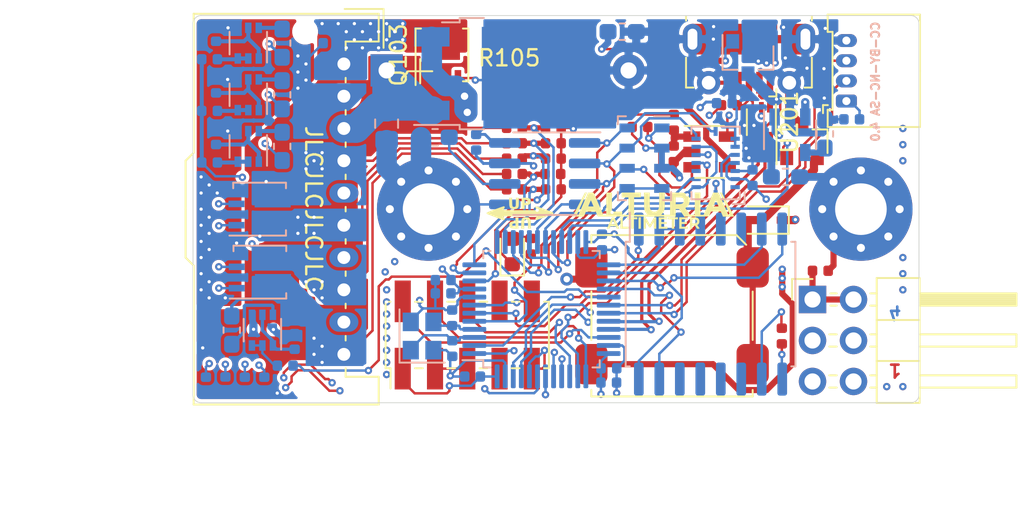
<source format=kicad_pcb>
(kicad_pcb (version 20171130) (host pcbnew "(5.1.4)-1")
  (layers (0 F.Cu signal) (1 In1.Cu signal) (2 In2.Cu signal) (31 B.Cu signal) (34 B.Paste user) (35 F.Paste user) (36 B.SilkS user) (37 F.SilkS user) (38 B.Mask user) (39 F.Mask user) (44 Edge.Cuts user))
  (net 0 "")
  (net 1 GND)
  (net 2 "Net-(C101-Pad1)")
  (net 3 "Net-(C102-Pad1)")
  (net 4 +5V)
  (net 5 +3V3)
  (net 6 "Net-(D101-Pad2)")
  (net 7 VBUS)
  (net 8 NRST)
  (net 9 LED1)
  (net 10 "Net-(R103-Pad2)")
  (net 11 SPI2_MOSI)
  (net 12 SPI2_MISO)
  (net 13 SPI2_SCK)
  (net 14 SPI2_NSS)
  (net 15 SPI1_MOSI)
  (net 16 SPI1_MISO)
  (net 17 SPI1_SCK)
  (net 18 ACC_CS)
  (net 19 BARO_CS)
  (net 20 PYRO3_LOW)
  (net 21 PYRO2_LOW)
  (net 22 PYRO1_LOW)
  (net 23 "Net-(J204-Pad4)")
  (net 24 "Net-(J202-Pad7)")
  (net 25 FIRE_PYRO1)
  (net 26 PYRO_TEST_ENABLE)
  (net 27 FIRE_PYRO2)
  (net 28 FIRE_PYRO3)
  (net 29 VBAT_SENSE)
  (net 30 "Net-(C105-Pad1)")
  (net 31 "Net-(F301-Pad2)")
  (net 32 "Net-(F401-Pad2)")
  (net 33 "Net-(F501-Pad2)")
  (net 34 "Net-(Q301-Pad2)")
  (net 35 "Net-(Q301-Pad1)")
  (net 36 "Net-(Q401-Pad2)")
  (net 37 "Net-(Q401-Pad1)")
  (net 38 "Net-(Q501-Pad2)")
  (net 39 "Net-(Q501-Pad1)")
  (net 40 "Net-(U102-Pad14)")
  (net 41 "Net-(U102-Pad13)")
  (net 42 "Net-(U102-Pad12)")
  (net 43 "Net-(U102-Pad11)")
  (net 44 "Net-(U102-Pad6)")
  (net 45 "Net-(U102-Pad5)")
  (net 46 "Net-(U102-Pad4)")
  (net 47 "Net-(C103-Pad2)")
  (net 48 PYRO0_HIGH)
  (net 49 "Net-(F1-Pad2)")
  (net 50 PYRO0_LOW)
  (net 51 "Net-(Q1-Pad2)")
  (net 52 "Net-(Q1-Pad1)")
  (net 53 PYRO0_SENSE)
  (net 54 PYRO1_SENSE)
  (net 55 PYRO2_SENSE)
  (net 56 PYRO3_SENSE)
  (net 57 FIRE_PYRO0)
  (net 58 USB_D_P)
  (net 59 USB_D_N)
  (net 60 UART1_RX)
  (net 61 UART1_TX)
  (net 62 SUMMER)
  (net 63 PWM2)
  (net 64 PWM1)
  (net 65 "Net-(D103-Pad2)")
  (net 66 "Net-(J202-Pad8)")
  (net 67 INT1)
  (net 68 SWCLK)
  (net 69 SWDIO)
  (net 70 IMU_ACC_CS)
  (net 71 IMU_GYRO_CS)
  (net 72 INT2)
  (net 73 "Net-(C109-Pad2)")
  (net 74 SWO)
  (net 75 "Net-(U106-Pad1)")
  (net 76 "Net-(U106-Pad13)")
  (net 77 "Net-(Q101-Pad1)")
  (net 78 "Net-(J204-Pad3)")
  (net 79 "Net-(J204-Pad2)")
  (net 80 FLASH_HOLD)
  (net 81 +BATT)
  (net 82 "Net-(D102-Pad1)")
  (module Resistor_SMD:R_0402_1005Metric (layer F.Cu) (at 157.6 100.8)
    (fp_text reference R105 (at 0 -1.17) (layer F.SilkS))
    (fp_text value 100k)
    (pad 2 smd roundrect (at 0.485 0) (size 0.59 0.64) (layers F.Cu F.Paste F.Mask) (net 1 GND))
    (pad 1 smd roundrect (at -0.485 0) (size 0.59 0.64) (layers F.Cu F.Paste F.Mask) (net 82 "Net-(D102-Pad1)"))
  )
  (module Package_SO:Vishay_PowerPAK_1212-8_Single (layer F.Cu) (at 153.43 99.44 90)
    (fp_text reference Q103 (at 0 -2.7 90) (layer F.SilkS))
    (fp_text value SISS05dn)
    (pad 5 smd custom (at 0.5575 0 90) (size 1.725 2.235) (layers F.Cu F.Paste F.Mask) (net 81 +BATT) (options (clearance outline) (anchor rect)) (primitives (gr_poly (pts (xy 0.8625 0.1275) (xy 0.8625 -0.1275) (xy 1.3725 -0.1275) (xy 1.3725 -0.5325) (xy 0.8625 -0.5325) (xy 0.8625 -0.7875) (xy 1.3725 -0.7875) (xy 1.3725 -1.195) (xy 0.6125 -1.195) (xy 0.6125 1.195) (xy 1.3725 1.195) (xy 1.3725 0.7875) (xy 0.8625 0.7875) (xy 0.8625 0.5325) (xy 1.3725 0.5325) (xy 1.3725 0.1275)) (width 0))))
    (pad 4 smd rect (at -1.435 0.99 90) (size 0.99 0.405) (layers F.Cu F.Paste F.Mask) (net 82 "Net-(D102-Pad1)"))
    (pad 3 smd rect (at -1.435 0.33 90) (size 0.99 0.405) (layers F.Cu F.Paste F.Mask) (net 48 PYRO0_HIGH))
    (pad 2 smd rect (at -1.435 -0.33 90) (size 0.99 0.405) (layers F.Cu F.Paste F.Mask) (net 48 PYRO0_HIGH))
    (pad 1 smd rect (at -1.435 -0.99 90) (size 0.99 0.405) (layers F.Cu F.Paste F.Mask) (net 48 PYRO0_HIGH))
  )
  (module altimeter:up_arrow (layer F.Cu) (at 158.27 109.25)
    (fp_text reference Ref** hide)
    (fp_text value up_arrow hide)
  )
  (module Package_TO_SOT_SMD:SOT-666 (layer F.Cu) (at 173.23 103.61 270)
    (fp_text reference U201 (at 0 -1.75 90) (layer F.SilkS))
    (fp_text value USBLC6-2SC6)
    (pad 6 smd rect (at 0.85 -0.5375 270) (size 0.5 0.375) (layers F.Cu F.Paste F.Mask) (net 59 USB_D_N))
    (pad 4 smd rect (at 0.85 0.5375 270) (size 0.5 0.375) (layers F.Cu F.Paste F.Mask) (net 58 USB_D_P))
    (pad 2 smd rect (at -0.925 0 270) (size 0.65 0.3) (layers F.Cu F.Paste F.Mask) (net 1 GND))
    (pad 5 smd rect (at 0.925 0 270) (size 0.65 0.3) (layers F.Cu F.Paste F.Mask) (net 7 VBUS))
    (pad 3 smd rect (at -0.85 0.5375 270) (size 0.5 0.375) (layers F.Cu F.Paste F.Mask) (net 78 "Net-(J204-Pad3)"))
    (pad 1 smd rect (at -0.85 -0.5375 270) (size 0.5 0.375) (layers F.Cu F.Paste F.Mask) (net 79 "Net-(J204-Pad2)"))
  )
  (module Capacitor_THT:CP_Axial_L11.0mm_D8.0mm_P15.00mm_Horizontal (layer F.Cu) (at 150 100.4)
    (fp_text reference C3 hide)
    (fp_text value 1m hide)
    (pad 2 thru_hole oval (at 15 0) (size 2 2) (drill 1) (layers *.Cu *.Mask) (net 1 GND))
    (pad 1 thru_hole rect (at 0 0) (size 2 2) (drill 1) (layers *.Cu *.Mask) (net 48 PYRO0_HIGH))
  )
  (module altimeter:alturia_logo (layer F.Cu) (at 166.53 109.09)
    (fp_text reference Ref** hide)
    (fp_text value alturia_logo hide)
  )
  (module Capacitor_SMD:C_0402_1005Metric (layer B.Cu) (at 178.83 103.43 180)
    (fp_text reference C203 hide)
    (fp_text value 100n hide)
    (pad 2 smd roundrect (at 0.485 0 180) (size 0.59 0.64) (layers B.Cu B.Paste B.Mask) (net 1 GND))
    (pad 1 smd roundrect (at -0.485 0 180) (size 0.59 0.64) (layers B.Cu B.Paste B.Mask) (net 5 +3V3))
  )
  (module Capacitor_SMD:C_0402_1005Metric (layer F.Cu) (at 176.885 112.82)
    (fp_text reference C202 hide)
    (fp_text value 100n hide)
    (pad 2 smd roundrect (at 0.485 0) (size 0.59 0.64) (layers F.Cu F.Paste F.Mask) (net 1 GND))
    (pad 1 smd roundrect (at -0.485 0) (size 0.59 0.64) (layers F.Cu F.Paste F.Mask) (net 4 +5V))
  )
  (module Capacitor_SMD:C_0402_1005Metric (layer B.Cu) (at 146.55 98.71 180)
    (fp_text reference C201 hide)
    (fp_text value 100n hide)
    (pad 2 smd roundrect (at 0.485 0 180) (size 0.59 0.64) (layers B.Cu B.Paste B.Mask) (net 1 GND))
    (pad 1 smd roundrect (at -0.485 0 180) (size 0.59 0.64) (layers B.Cu B.Paste B.Mask) (net 81 +BATT))
  )
  (module Resistor_SMD:R_0402_1005Metric (layer F.Cu) (at 167.45966 100.838 270)
    (fp_text reference R102 hide)
    (fp_text value 2.7k hide)
    (pad 2 smd roundrect (at 0.485 0 270) (size 0.59 0.64) (layers F.Cu F.Paste F.Mask) (net 77 "Net-(Q101-Pad1)"))
    (pad 1 smd roundrect (at -0.485 0 270) (size 0.59 0.64) (layers F.Cu F.Paste F.Mask) (net 4 +5V))
  )
  (module altimeter:BMI088 (layer B.Cu) (at 170.39336 106.13644 90)
    (fp_text reference U106 hide)
    (fp_text value BMI088 hide)
    (pad 16 smd rect (at -1.965 0 270) (size 0.575 0.25) (layers B.Cu B.Paste B.Mask) (net 67 INT1))
    (pad 8 smd rect (at 1.965 0 270) (size 0.575 0.25) (layers B.Cu B.Paste B.Mask) (net 17 SPI1_SCK))
    (pad 3 smd rect (at -0.5 1.21) (size 0.575 0.25) (layers B.Cu B.Paste B.Mask) (net 5 +3V3))
    (pad 1 smd rect (at -1.5 1.21) (size 0.575 0.25) (layers B.Cu B.Paste B.Mask) (net 75 "Net-(U106-Pad1)"))
    (pad 4 smd rect (at 0 1.21) (size 0.575 0.25) (layers B.Cu B.Paste B.Mask) (net 1 GND))
    (pad 6 smd rect (at 1 1.21) (size 0.575 0.25) (layers B.Cu B.Paste B.Mask) (net 1 GND))
    (pad 7 smd rect (at 1.5 1.21) (size 0.575 0.25) (layers B.Cu B.Paste B.Mask) (net 1 GND))
    (pad 5 smd rect (at 0.5 1.21) (size 0.575 0.25) (layers B.Cu B.Paste B.Mask) (net 70 IMU_ACC_CS))
    (pad 2 smd rect (at -1 1.21) (size 0.575 0.25) (layers B.Cu B.Paste B.Mask) (net 1 GND))
    (pad 9 smd rect (at 1.5 -1.21) (size 0.575 0.25) (layers B.Cu B.Paste B.Mask) (net 15 SPI1_MOSI))
    (pad 10 smd rect (at 1 -1.21) (size 0.575 0.25) (layers B.Cu B.Paste B.Mask) (net 16 SPI1_MISO))
    (pad 11 smd rect (at 0.5 -1.21) (size 0.575 0.25) (layers B.Cu B.Paste B.Mask) (net 73 "Net-(C109-Pad2)"))
    (pad 12 smd rect (at 0 -1.21) (size 0.575 0.25) (layers B.Cu B.Paste B.Mask) (net 72 INT2))
    (pad 15 smd rect (at -1.5 -1.21) (size 0.575 0.25) (layers B.Cu B.Paste B.Mask) (net 16 SPI1_MISO))
    (pad 14 smd rect (at -1 -1.21) (size 0.575 0.25) (layers B.Cu B.Paste B.Mask) (net 71 IMU_GYRO_CS))
    (pad 13 smd rect (at -0.5 -1.21) (size 0.575 0.25) (layers B.Cu B.Paste B.Mask) (net 76 "Net-(U106-Pad13)"))
  )
  (module Connector_PinHeader_2.54mm:PinHeader_2x03_P2.54mm_Horizontal (layer F.Cu) (at 176.4 114.6)
    (fp_text reference J203 hide)
    (fp_text value Conn_02x03_Counter_Clockwise hide)
    (pad 6 thru_hole oval (at 2.54 5.08) (size 1.7 1.7) (drill 1) (layers *.Cu *.Mask) (net 1 GND))
    (pad 5 thru_hole oval (at 0 5.08) (size 1.7 1.7) (drill 1) (layers *.Cu *.Mask) (net 1 GND))
    (pad 4 thru_hole oval (at 2.54 2.54) (size 1.7 1.7) (drill 1) (layers *.Cu *.Mask) (net 63 PWM2))
    (pad 3 thru_hole oval (at 0 2.54) (size 1.7 1.7) (drill 1) (layers *.Cu *.Mask) (net 64 PWM1))
    (pad 2 thru_hole oval (at 2.54 0) (size 1.7 1.7) (drill 1) (layers *.Cu *.Mask) (net 4 +5V))
    (pad 1 thru_hole rect (at 0 0) (size 1.7 1.7) (drill 1) (layers *.Cu *.Mask) (net 4 +5V))
  )
  (module Connector_Molex:Molex_MicroClasp_55935-1010_1x10_P2.00mm_Horizontal (layer F.Cu) (at 147.35 100 270)
    (fp_text reference J201 hide)
    (fp_text value Conn_01x10 hide)
    (pad "" np_thru_hole circle (at -2 2.4 270) (size 1.2 1.2) (drill 1.2) (layers *.Cu *.Mask))
    (pad "" np_thru_hole circle (at 20 2.4 270) (size 1.2 1.2) (drill 1.2) (layers *.Cu *.Mask))
    (pad 10 thru_hole oval (at 18 0 270) (size 1.2 1.8) (drill 0.8) (layers *.Cu *.Mask) (net 20 PYRO3_LOW))
    (pad 9 thru_hole oval (at 16 0 270) (size 1.2 1.8) (drill 0.8) (layers *.Cu *.Mask) (net 48 PYRO0_HIGH))
    (pad 8 thru_hole oval (at 14 0 270) (size 1.2 1.8) (drill 0.8) (layers *.Cu *.Mask) (net 21 PYRO2_LOW))
    (pad 7 thru_hole oval (at 12 0 270) (size 1.2 1.8) (drill 0.8) (layers *.Cu *.Mask) (net 48 PYRO0_HIGH))
    (pad 6 thru_hole oval (at 10 0 270) (size 1.2 1.8) (drill 0.8) (layers *.Cu *.Mask) (net 22 PYRO1_LOW))
    (pad 5 thru_hole oval (at 8 0 270) (size 1.2 1.8) (drill 0.8) (layers *.Cu *.Mask) (net 48 PYRO0_HIGH))
    (pad 4 thru_hole oval (at 6 0 270) (size 1.2 1.8) (drill 0.8) (layers *.Cu *.Mask) (net 50 PYRO0_LOW))
    (pad 3 thru_hole oval (at 4 0 270) (size 1.2 1.8) (drill 0.8) (layers *.Cu *.Mask) (net 48 PYRO0_HIGH))
    (pad 2 thru_hole oval (at 2 0 270) (size 1.2 1.8) (drill 0.8) (layers *.Cu *.Mask) (net 1 GND))
    (pad 1 thru_hole roundrect (at 0 0 270) (size 1.2 1.8) (drill 0.8) (layers *.Cu *.Mask) (roundrect_rratio 0.208333) (net 81 +BATT))
  )
  (module Capacitor_SMD:C_0402_1005Metric (layer F.Cu) (at 165.70198 103.90378)
    (fp_text reference C106 hide)
    (fp_text value 100n hide)
    (pad 2 smd roundrect (at 0.485 0) (size 0.59 0.64) (layers F.Cu F.Paste F.Mask) (net 5 +3V3))
    (pad 1 smd roundrect (at -0.485 0) (size 0.59 0.64) (layers F.Cu F.Paste F.Mask) (net 1 GND))
  )
  (module Package_TO_SOT_SMD:SOT-23-5 (layer F.Cu) (at 170.02252 105.45318)
    (fp_text reference U1 hide)
    (fp_text value LMV331 hide)
    (pad 5 smd rect (at 1.1 -0.95) (size 1.06 0.65) (layers F.Cu F.Paste F.Mask) (net 4 +5V))
    (pad 4 smd rect (at 1.1 0.95) (size 1.06 0.65) (layers F.Cu F.Paste F.Mask) (net 77 "Net-(Q101-Pad1)"))
    (pad 3 smd rect (at -1.1 0.95) (size 1.06 0.65) (layers F.Cu F.Paste F.Mask) (net 5 +3V3))
    (pad 2 smd rect (at -1.1 0) (size 1.06 0.65) (layers F.Cu F.Paste F.Mask) (net 1 GND))
    (pad 1 smd rect (at -1.1 -0.95) (size 1.06 0.65) (layers F.Cu F.Paste F.Mask) (net 10 "Net-(R103-Pad2)"))
  )
  (module Capacitor_SMD:C_0402_1005Metric (layer B.Cu) (at 163.76904 119.7483)
    (fp_text reference C116 hide)
    (fp_text value 100n hide)
    (pad 2 smd roundrect (at 0.485 0) (size 0.59 0.64) (layers B.Cu B.Paste B.Mask) (net 1 GND))
    (pad 1 smd roundrect (at -0.485 0) (size 0.59 0.64) (layers B.Cu B.Paste B.Mask) (net 5 +3V3))
  )
  (module Capacitor_SMD:C_0402_1005Metric (layer B.Cu) (at 163.7792 118.86438)
    (fp_text reference C115 hide)
    (fp_text value 100n hide)
    (pad 2 smd roundrect (at 0.485 0) (size 0.59 0.64) (layers B.Cu B.Paste B.Mask) (net 1 GND))
    (pad 1 smd roundrect (at -0.485 0) (size 0.59 0.64) (layers B.Cu B.Paste B.Mask) (net 5 +3V3))
  )
  (module Capacitor_SMD:C_0402_1005Metric (layer B.Cu) (at 153.50744 113.39576 180)
    (fp_text reference C114 hide)
    (fp_text value 100n hide)
    (pad 2 smd roundrect (at 0.485 0 180) (size 0.59 0.64) (layers B.Cu B.Paste B.Mask) (net 1 GND))
    (pad 1 smd roundrect (at -0.485 0 180) (size 0.59 0.64) (layers B.Cu B.Paste B.Mask) (net 5 +3V3))
  )
  (module Capacitor_SMD:C_0402_1005Metric (layer B.Cu) (at 155.32608 119.37492 180)
    (fp_text reference C113 hide)
    (fp_text value 100n hide)
    (pad 2 smd roundrect (at 0.485 0 180) (size 0.59 0.64) (layers B.Cu B.Paste B.Mask) (net 1 GND))
    (pad 1 smd roundrect (at -0.485 0 180) (size 0.59 0.64) (layers B.Cu B.Paste B.Mask) (net 5 +3V3))
  )
  (module Capacitor_SMD:C_0402_1005Metric (layer B.Cu) (at 153.5049 114.21872 180)
    (fp_text reference C112 hide)
    (fp_text value 100n hide)
    (pad 2 smd roundrect (at 0.485 0 180) (size 0.59 0.64) (layers B.Cu B.Paste B.Mask) (net 1 GND))
    (pad 1 smd roundrect (at -0.485 0 180) (size 0.59 0.64) (layers B.Cu B.Paste B.Mask) (net 5 +3V3))
  )
  (module Capacitor_SMD:C_0402_1005Metric (layer B.Cu) (at 163.34994 111.03624 270)
    (fp_text reference C111 hide)
    (fp_text value 100n hide)
    (pad 2 smd roundrect (at 0.485 0 270) (size 0.59 0.64) (layers B.Cu B.Paste B.Mask) (net 1 GND))
    (pad 1 smd roundrect (at -0.485 0 270) (size 0.59 0.64) (layers B.Cu B.Paste B.Mask) (net 5 +3V3))
  )
  (module Capacitor_SMD:C_0402_1005Metric (layer B.Cu) (at 172.67936 107.04576 90)
    (fp_text reference C110 hide)
    (fp_text value 100n hide)
    (pad 2 smd roundrect (at 0.485 0 90) (size 0.59 0.64) (layers B.Cu B.Paste B.Mask) (net 5 +3V3))
    (pad 1 smd roundrect (at -0.485 0 90) (size 0.59 0.64) (layers B.Cu B.Paste B.Mask) (net 1 GND))
  )
  (module Capacitor_SMD:C_0402_1005Metric (layer B.Cu) (at 170.94 102.43 180)
    (fp_text reference C109 hide)
    (fp_text value 100n hide)
    (pad 2 smd roundrect (at 0.485 0 180) (size 0.59 0.64) (layers B.Cu B.Paste B.Mask) (net 73 "Net-(C109-Pad2)"))
    (pad 1 smd roundrect (at -0.485 0 180) (size 0.59 0.64) (layers B.Cu B.Paste B.Mask) (net 1 GND))
  )
  (module Capacitor_SMD:C_0402_1005Metric (layer B.Cu) (at 155.5496 104.8512 270)
    (fp_text reference C2 hide)
    (fp_text value 100n hide)
    (pad 2 smd roundrect (at 0.485 0 270) (size 0.59 0.64) (layers B.Cu B.Paste B.Mask) (net 5 +3V3))
    (pad 1 smd roundrect (at -0.485 0 270) (size 0.59 0.64) (layers B.Cu B.Paste B.Mask) (net 1 GND))
  )
  (module Capacitor_SMD:C_0402_1005Metric (layer F.Cu) (at 174.498 116.8654 270)
    (fp_text reference C1 hide)
    (fp_text value 100n hide)
    (pad 2 smd roundrect (at 0.485 0 270) (size 0.59 0.64) (layers F.Cu F.Paste F.Mask) (net 5 +3V3))
    (pad 1 smd roundrect (at -0.485 0 270) (size 0.59 0.64) (layers F.Cu F.Paste F.Mask) (net 1 GND))
  )
  (module Package_SO:SOIC-16W_7.5x10.3mm_P1.27mm (layer B.Cu) (at 170.0784 114.8842 270)
    (fp_text reference U102 hide)
    (fp_text value S25FL512SAGMFIR11 hide)
    (pad 16 smd roundrect (at 4.65 4.445 270) (size 2.05 0.6) (layers B.Cu B.Paste B.Mask) (net 13 SPI2_SCK))
    (pad 15 smd roundrect (at 4.65 3.175 270) (size 2.05 0.6) (layers B.Cu B.Paste B.Mask) (net 11 SPI2_MOSI))
    (pad 14 smd roundrect (at 4.65 1.905 270) (size 2.05 0.6) (layers B.Cu B.Paste B.Mask) (net 40 "Net-(U102-Pad14)"))
    (pad 13 smd roundrect (at 4.65 0.635 270) (size 2.05 0.6) (layers B.Cu B.Paste B.Mask) (net 41 "Net-(U102-Pad13)"))
    (pad 12 smd roundrect (at 4.65 -0.635 270) (size 2.05 0.6) (layers B.Cu B.Paste B.Mask) (net 42 "Net-(U102-Pad12)"))
    (pad 11 smd roundrect (at 4.65 -1.905 270) (size 2.05 0.6) (layers B.Cu B.Paste B.Mask) (net 43 "Net-(U102-Pad11)"))
    (pad 10 smd roundrect (at 4.65 -3.175 270) (size 2.05 0.6) (layers B.Cu B.Paste B.Mask) (net 1 GND))
    (pad 9 smd roundrect (at 4.65 -4.445 270) (size 2.05 0.6) (layers B.Cu B.Paste B.Mask) (net 5 +3V3))
    (pad 8 smd roundrect (at -4.65 -4.445 270) (size 2.05 0.6) (layers B.Cu B.Paste B.Mask) (net 12 SPI2_MISO))
    (pad 7 smd roundrect (at -4.65 -3.175 270) (size 2.05 0.6) (layers B.Cu B.Paste B.Mask) (net 14 SPI2_NSS))
    (pad 6 smd roundrect (at -4.65 -1.905 270) (size 2.05 0.6) (layers B.Cu B.Paste B.Mask) (net 44 "Net-(U102-Pad6)"))
    (pad 5 smd roundrect (at -4.65 -0.635 270) (size 2.05 0.6) (layers B.Cu B.Paste B.Mask) (net 45 "Net-(U102-Pad5)"))
    (pad 4 smd roundrect (at -4.65 0.635 270) (size 2.05 0.6) (layers B.Cu B.Paste B.Mask) (net 46 "Net-(U102-Pad4)"))
    (pad 3 smd roundrect (at -4.65 1.905 270) (size 2.05 0.6) (layers B.Cu B.Paste B.Mask) (net 5 +3V3))
    (pad 2 smd roundrect (at -4.65 3.175 270) (size 2.05 0.6) (layers B.Cu B.Paste B.Mask) (net 5 +3V3))
    (pad 1 smd roundrect (at -4.65 4.445 270) (size 2.05 0.6) (layers B.Cu B.Paste B.Mask) (net 80 FLASH_HOLD))
  )
  (module Diode_SMD:D_SOD-323 (layer F.Cu) (at 173.4312 109.6772 180)
    (fp_text reference D103 hide)
    (fp_text value 1N4148WS hide)
    (pad 2 smd rect (at 1.05 0 180) (size 0.6 0.45) (layers F.Cu F.Paste F.Mask) (net 65 "Net-(D103-Pad2)"))
    (pad 1 smd rect (at -1.05 0 180) (size 0.6 0.45) (layers F.Cu F.Paste F.Mask) (net 4 +5V))
  )
  (module Package_TO_SOT_SMD:SOT-23 (layer F.Cu) (at 175.75 104.82 90)
    (fp_text reference Q102 hide)
    (fp_text value NTR4003NT1G hide)
    (pad 3 smd rect (at 1 0 90) (size 0.9 0.8) (layers F.Cu F.Paste F.Mask) (net 1 GND))
    (pad 2 smd rect (at -1 0.95 90) (size 0.9 0.8) (layers F.Cu F.Paste F.Mask) (net 65 "Net-(D103-Pad2)"))
    (pad 1 smd rect (at -1 -0.95 90) (size 0.9 0.8) (layers F.Cu F.Paste F.Mask) (net 62 SUMMER))
  )
  (module altimeter:CSS-95B30-SMT (layer F.Cu) (at 167.6908 115.6081 90)
    (fp_text reference LS101 hide)
    (fp_text value Speaker_Crystal hide)
    (pad 1 smd roundrect (at 3 -5 90) (size 2.5 2) (layers F.Cu F.Paste F.Mask) (net 4 +5V))
    (pad 2 smd roundrect (at 3 5 90) (size 2.5 2) (layers F.Cu F.Paste F.Mask) (net 65 "Net-(D103-Pad2)"))
    (pad 2 smd roundrect (at -3 5 90) (size 2.5 2) (layers F.Cu F.Paste F.Mask) (net 65 "Net-(D103-Pad2)"))
    (pad 1 smd roundrect (at -3 -5 90) (size 2.5 2) (layers F.Cu F.Paste F.Mask) (net 4 +5V))
  )
  (module Resistor_SMD:R_0402_1005Metric (layer B.Cu) (at 143.715 118.7 180)
    (fp_text reference R13 hide)
    (fp_text value 2.7k hide)
    (pad 2 smd roundrect (at 0.485 0 180) (size 0.59 0.64) (layers B.Cu B.Paste B.Mask) (net 51 "Net-(Q1-Pad2)"))
    (pad 1 smd roundrect (at -0.485 0 180) (size 0.59 0.64) (layers B.Cu B.Paste B.Mask) (net 26 PYRO_TEST_ENABLE))
  )
  (module Resistor_SMD:R_0402_1005Metric (layer B.Cu) (at 144.3 117.2 90)
    (fp_text reference R12 hide)
    (fp_text value 33 hide)
    (pad 2 smd roundrect (at 0.485 0 90) (size 0.59 0.64) (layers B.Cu B.Paste B.Mask) (net 1 GND))
    (pad 1 smd roundrect (at -0.485 0 90) (size 0.59 0.64) (layers B.Cu B.Paste B.Mask) (net 52 "Net-(Q1-Pad1)"))
  )
  (module Resistor_SMD:R_0402_1005Metric (layer F.Cu) (at 157.9232 107.7722)
    (fp_text reference R11 hide)
    (fp_text value 220k hide)
    (pad 2 smd roundrect (at 0.485 0) (size 0.59 0.64) (layers F.Cu F.Paste F.Mask) (net 56 PYRO3_SENSE))
    (pad 1 smd roundrect (at -0.485 0) (size 0.59 0.64) (layers F.Cu F.Paste F.Mask) (net 20 PYRO3_LOW))
  )
  (module Resistor_SMD:R_0402_1005Metric (layer B.Cu) (at 142.4178 119.9 270)
    (fp_text reference R10 hide)
    (fp_text value 2.7k hide)
    (pad 2 smd roundrect (at 0.485 0 270) (size 0.59 0.64) (layers B.Cu B.Paste B.Mask) (net 1 GND))
    (pad 1 smd roundrect (at -0.485 0 270) (size 0.59 0.64) (layers B.Cu B.Paste B.Mask) (net 28 FIRE_PYRO3))
  )
  (module Resistor_SMD:R_0402_1005Metric (layer F.Cu) (at 160.3358 107.7722)
    (fp_text reference R9 hide)
    (fp_text value 68k hide)
    (pad 1 smd roundrect (at -0.485 0) (size 0.59 0.64) (layers F.Cu F.Paste F.Mask) (net 56 PYRO3_SENSE))
    (pad 2 smd roundrect (at 0.485 0) (size 0.59 0.64) (layers F.Cu F.Paste F.Mask) (net 1 GND))
  )
  (module Resistor_SMD:R_0402_1005Metric (layer F.Cu) (at 157.9232 106.81965)
    (fp_text reference R8 hide)
    (fp_text value 220k hide)
    (pad 2 smd roundrect (at 0.485 0) (size 0.59 0.64) (layers F.Cu F.Paste F.Mask) (net 55 PYRO2_SENSE))
    (pad 1 smd roundrect (at -0.485 0) (size 0.59 0.64) (layers F.Cu F.Paste F.Mask) (net 21 PYRO2_LOW))
  )
  (module Resistor_SMD:R_0402_1005Metric (layer F.Cu) (at 160.3058 106.81965)
    (fp_text reference R7 hide)
    (fp_text value 68k hide)
    (pad 1 smd roundrect (at -0.485 0) (size 0.59 0.64) (layers F.Cu F.Paste F.Mask) (net 55 PYRO2_SENSE))
    (pad 2 smd roundrect (at 0.485 0) (size 0.59 0.64) (layers F.Cu F.Paste F.Mask) (net 1 GND))
  )
  (module Resistor_SMD:R_0402_1005Metric (layer F.Cu) (at 157.9232 105.8671)
    (fp_text reference R6 hide)
    (fp_text value 220k hide)
    (pad 2 smd roundrect (at 0.485 0) (size 0.59 0.64) (layers F.Cu F.Paste F.Mask) (net 54 PYRO1_SENSE))
    (pad 1 smd roundrect (at -0.485 0) (size 0.59 0.64) (layers F.Cu F.Paste F.Mask) (net 22 PYRO1_LOW))
  )
  (module Resistor_SMD:R_0402_1005Metric (layer F.Cu) (at 160.3358 105.8671)
    (fp_text reference R5 hide)
    (fp_text value 68k hide)
    (pad 1 smd roundrect (at -0.485 0) (size 0.59 0.64) (layers F.Cu F.Paste F.Mask) (net 54 PYRO1_SENSE))
    (pad 2 smd roundrect (at 0.485 0) (size 0.59 0.64) (layers F.Cu F.Paste F.Mask) (net 1 GND))
  )
  (module Resistor_SMD:R_0402_1005Metric (layer F.Cu) (at 157.9232 104.91455)
    (fp_text reference R4 hide)
    (fp_text value 220k hide)
    (pad 2 smd roundrect (at 0.485 0) (size 0.59 0.64) (layers F.Cu F.Paste F.Mask) (net 53 PYRO0_SENSE))
    (pad 1 smd roundrect (at -0.485 0) (size 0.59 0.64) (layers F.Cu F.Paste F.Mask) (net 50 PYRO0_LOW))
  )
  (module Resistor_SMD:R_0402_1005Metric (layer F.Cu) (at 160.3358 104.91455)
    (fp_text reference R3 hide)
    (fp_text value 68k hide)
    (pad 1 smd roundrect (at -0.485 0) (size 0.59 0.64) (layers F.Cu F.Paste F.Mask) (net 53 PYRO0_SENSE))
    (pad 2 smd roundrect (at 0.485 0) (size 0.59 0.64) (layers F.Cu F.Paste F.Mask) (net 1 GND))
  )
  (module Resistor_SMD:R_0402_1005Metric (layer F.Cu) (at 157.9232 103.962 180)
    (fp_text reference R2 hide)
    (fp_text value 220k hide)
    (pad 2 smd roundrect (at 0.485 0 180) (size 0.59 0.64) (layers F.Cu F.Paste F.Mask) (net 48 PYRO0_HIGH))
    (pad 1 smd roundrect (at -0.485 0 180) (size 0.59 0.64) (layers F.Cu F.Paste F.Mask) (net 29 VBAT_SENSE))
  )
  (module Resistor_SMD:R_0402_1005Metric (layer F.Cu) (at 160.3358 103.962)
    (fp_text reference R1 hide)
    (fp_text value 68k hide)
    (pad 1 smd roundrect (at -0.485 0) (size 0.59 0.64) (layers F.Cu F.Paste F.Mask) (net 29 VBAT_SENSE))
    (pad 2 smd roundrect (at 0.485 0) (size 0.59 0.64) (layers F.Cu F.Paste F.Mask) (net 1 GND))
  )
  (module Package_TO_SOT_SMD:SOT-363_SC-70-6 (layer B.Cu) (at 142.3 116.5 90)
    (fp_text reference Q1 hide)
    (fp_text value BC848CDW1T1G hide)
    (pad 6 smd rect (at 0.95 0.65 90) (size 0.65 0.4) (layers B.Cu B.Paste B.Mask) (net 49 "Net-(F1-Pad2)"))
    (pad 4 smd rect (at 0.95 -0.65 90) (size 0.65 0.4) (layers B.Cu B.Paste B.Mask) (net 1 GND))
    (pad 2 smd rect (at -0.95 0 90) (size 0.65 0.4) (layers B.Cu B.Paste B.Mask) (net 51 "Net-(Q1-Pad2)"))
    (pad 5 smd rect (at 0.95 0 90) (size 0.65 0.4) (layers B.Cu B.Paste B.Mask) (net 52 "Net-(Q1-Pad1)"))
    (pad 3 smd rect (at -0.95 -0.65 90) (size 0.65 0.4) (layers B.Cu B.Paste B.Mask) (net 51 "Net-(Q1-Pad2)"))
    (pad 1 smd rect (at -0.95 0.65 90) (size 0.65 0.4) (layers B.Cu B.Paste B.Mask) (net 52 "Net-(Q1-Pad1)"))
  )
  (module Fuse:Fuse_0603_1608Metric_Pad1.05x0.95mm_HandSolder (layer B.Cu) (at 140.4 116.5 270)
    (fp_text reference F1 hide)
    (fp_text value Polyfuse hide)
    (pad 2 smd roundrect (at 0.875 0 270) (size 1.05 0.95) (layers B.Cu B.Paste B.Mask) (net 49 "Net-(F1-Pad2)"))
    (pad 1 smd roundrect (at -0.875 0 270) (size 1.05 0.95) (layers B.Cu B.Paste B.Mask) (net 20 PYRO3_LOW))
  )
  (module Capacitor_SMD:C_0402_1005Metric (layer B.Cu) (at 154.07132 117.63756 270)
    (fp_text reference C101 hide)
    (fp_text value 22p hide)
    (pad 2 smd roundrect (at 0.485 0 270) (size 0.59 0.64) (layers B.Cu B.Paste B.Mask) (net 1 GND))
    (pad 1 smd roundrect (at -0.485 0 270) (size 0.59 0.64) (layers B.Cu B.Paste B.Mask) (net 2 "Net-(C101-Pad1)"))
  )
  (module Capacitor_SMD:C_0603_1608Metric_Pad1.05x0.95mm_HandSolder (layer B.Cu) (at 153.00576 104.54386)
    (fp_text reference C103 hide)
    (fp_text value 1u hide)
    (pad 2 smd roundrect (at 0.875 0) (size 1.05 0.95) (layers B.Cu B.Paste B.Mask) (net 47 "Net-(C103-Pad2)"))
    (pad 1 smd roundrect (at -0.875 0) (size 1.05 0.95) (layers B.Cu B.Paste B.Mask) (net 1 GND))
  )
  (module Capacitor_SMD:C_0402_1005Metric (layer B.Cu) (at 154.06116 115.73764 90)
    (fp_text reference C102 hide)
    (fp_text value 22p hide)
    (pad 2 smd roundrect (at 0.485 0 90) (size 0.59 0.64) (layers B.Cu B.Paste B.Mask) (net 1 GND))
    (pad 1 smd roundrect (at -0.485 0 90) (size 0.59 0.64) (layers B.Cu B.Paste B.Mask) (net 3 "Net-(C102-Pad1)"))
  )
  (module Crystal:Crystal_SMD_2520-4Pin_2.5x2.0mm (layer B.Cu) (at 152.19934 116.86286 90)
    (fp_text reference Y1 hide)
    (fp_text value Crystal_GND24 hide)
    (pad 4 smd rect (at -0.875 0.7 90) (size 1.15 1) (layers B.Cu B.Paste B.Mask) (net 1 GND))
    (pad 3 smd rect (at 0.875 0.7 90) (size 1.15 1) (layers B.Cu B.Paste B.Mask) (net 3 "Net-(C102-Pad1)"))
    (pad 2 smd rect (at 0.875 -0.7 90) (size 1.15 1) (layers B.Cu B.Paste B.Mask) (net 1 GND))
    (pad 1 smd rect (at -0.875 -0.7 90) (size 1.15 1) (layers B.Cu B.Paste B.Mask) (net 2 "Net-(C101-Pad1)"))
  )
  (module MountingHole:MountingHole_3.2mm_M3_Pad_Via (layer F.Cu) (at 152.6 109)
    (fp_text reference H202 hide)
    (fp_text value MountingHole hide)
    (pad 1 thru_hole circle (at 1.697056 -1.697056) (size 0.8 0.8) (drill 0.5) (layers *.Cu *.Mask) (net 1 GND))
    (pad 1 thru_hole circle (at 0 -2.4) (size 0.8 0.8) (drill 0.5) (layers *.Cu *.Mask) (net 1 GND))
    (pad 1 thru_hole circle (at -1.697056 -1.697056) (size 0.8 0.8) (drill 0.5) (layers *.Cu *.Mask) (net 1 GND))
    (pad 1 thru_hole circle (at -2.4 0) (size 0.8 0.8) (drill 0.5) (layers *.Cu *.Mask) (net 1 GND))
    (pad 1 thru_hole circle (at -1.697056 1.697056) (size 0.8 0.8) (drill 0.5) (layers *.Cu *.Mask) (net 1 GND))
    (pad 1 thru_hole circle (at 0 2.4) (size 0.8 0.8) (drill 0.5) (layers *.Cu *.Mask) (net 1 GND))
    (pad 1 thru_hole circle (at 1.697056 1.697056) (size 0.8 0.8) (drill 0.5) (layers *.Cu *.Mask) (net 1 GND))
    (pad 1 thru_hole circle (at 2.4 0) (size 0.8 0.8) (drill 0.5) (layers *.Cu *.Mask) (net 1 GND))
    (pad 1 thru_hole circle (at 0 0) (size 6.4 6.4) (drill 3.2) (layers *.Cu *.Mask) (net 1 GND))
  )
  (module MountingHole:MountingHole_3.2mm_M3_Pad_Via (layer F.Cu) (at 179.4 109)
    (fp_text reference H201 hide)
    (fp_text value MountingHole hide)
    (pad 1 thru_hole circle (at 1.697056 -1.697056) (size 0.8 0.8) (drill 0.5) (layers *.Cu *.Mask) (net 1 GND))
    (pad 1 thru_hole circle (at 0 -2.4) (size 0.8 0.8) (drill 0.5) (layers *.Cu *.Mask) (net 1 GND))
    (pad 1 thru_hole circle (at -1.697056 -1.697056) (size 0.8 0.8) (drill 0.5) (layers *.Cu *.Mask) (net 1 GND))
    (pad 1 thru_hole circle (at -2.4 0) (size 0.8 0.8) (drill 0.5) (layers *.Cu *.Mask) (net 1 GND))
    (pad 1 thru_hole circle (at -1.697056 1.697056) (size 0.8 0.8) (drill 0.5) (layers *.Cu *.Mask) (net 1 GND))
    (pad 1 thru_hole circle (at 0 2.4) (size 0.8 0.8) (drill 0.5) (layers *.Cu *.Mask) (net 1 GND))
    (pad 1 thru_hole circle (at 1.697056 1.697056) (size 0.8 0.8) (drill 0.5) (layers *.Cu *.Mask) (net 1 GND))
    (pad 1 thru_hole circle (at 2.4 0) (size 0.8 0.8) (drill 0.5) (layers *.Cu *.Mask) (net 1 GND))
    (pad 1 thru_hole circle (at 0 0) (size 6.4 6.4) (drill 3.2) (layers *.Cu *.Mask) (net 1 GND))
  )
  (module Capacitor_SMD:C_0805_2012Metric_Pad1.15x1.40mm_HandSolder (layer B.Cu) (at 150 103.7 270)
    (fp_text reference C104 hide)
    (fp_text value 100n hide)
    (pad 2 smd roundrect (at 1.025 0 270) (size 1.15 1.4) (layers B.Cu B.Paste B.Mask) (roundrect_rratio 0.217391) (net 1 GND))
    (pad 1 smd roundrect (at -1.025 0 270) (size 1.15 1.4) (layers B.Cu B.Paste B.Mask) (roundrect_rratio 0.217391) (net 48 PYRO0_HIGH))
  )
  (module Fuse:Fuse_0603_1608Metric_Pad1.05x0.95mm_HandSolder (layer B.Cu) (at 143.5252 105.1091 90)
    (fp_text reference F501 hide)
    (fp_text value Polyfuse hide)
    (pad 2 smd roundrect (at 0.875 0 90) (size 1.05 0.95) (layers B.Cu B.Paste B.Mask) (net 33 "Net-(F501-Pad2)"))
    (pad 1 smd roundrect (at -0.875 0 90) (size 1.05 0.95) (layers B.Cu B.Paste B.Mask) (net 21 PYRO2_LOW))
  )
  (module Fuse:Fuse_0603_1608Metric_Pad1.05x0.95mm_HandSolder (layer B.Cu) (at 143.5252 101.9091 90)
    (fp_text reference F401 hide)
    (fp_text value Polyfuse hide)
    (pad 2 smd roundrect (at 0.875 0 90) (size 1.05 0.95) (layers B.Cu B.Paste B.Mask) (net 32 "Net-(F401-Pad2)"))
    (pad 1 smd roundrect (at -0.875 0 90) (size 1.05 0.95) (layers B.Cu B.Paste B.Mask) (net 22 PYRO1_LOW))
  )
  (module Fuse:Fuse_0603_1608Metric_Pad1.05x0.95mm_HandSolder (layer B.Cu) (at 143.5252 98.7091 90)
    (fp_text reference F301 hide)
    (fp_text value Polyfuse hide)
    (pad 2 smd roundrect (at 0.875 0 90) (size 1.05 0.95) (layers B.Cu B.Paste B.Mask) (net 31 "Net-(F301-Pad2)"))
    (pad 1 smd roundrect (at -0.875 0 90) (size 1.05 0.95) (layers B.Cu B.Paste B.Mask) (net 50 PYRO0_LOW))
  )
  (module Resistor_SMD:R_0402_1005Metric (layer B.Cu) (at 139.0252 106.1091)
    (fp_text reference R503 hide)
    (fp_text value 2.7k hide)
    (pad 2 smd roundrect (at 0.485 0) (size 0.59 0.64) (layers B.Cu B.Paste B.Mask) (net 38 "Net-(Q501-Pad2)"))
    (pad 1 smd roundrect (at -0.485 0) (size 0.59 0.64) (layers B.Cu B.Paste B.Mask) (net 26 PYRO_TEST_ENABLE))
  )
  (module Resistor_SMD:R_0402_1005Metric (layer B.Cu) (at 139.4252 104.5091 90)
    (fp_text reference R502 hide)
    (fp_text value 33 hide)
    (pad 2 smd roundrect (at 0.485 0 90) (size 0.59 0.64) (layers B.Cu B.Paste B.Mask) (net 1 GND))
    (pad 1 smd roundrect (at -0.485 0 90) (size 0.59 0.64) (layers B.Cu B.Paste B.Mask) (net 39 "Net-(Q501-Pad1)"))
  )
  (module Resistor_SMD:R_0402_1005Metric (layer B.Cu) (at 141.211866 119.9 270)
    (fp_text reference R501 hide)
    (fp_text value 2.7k hide)
    (pad 2 smd roundrect (at 0.485 0 270) (size 0.59 0.64) (layers B.Cu B.Paste B.Mask) (net 1 GND))
    (pad 1 smd roundrect (at -0.485 0 270) (size 0.59 0.64) (layers B.Cu B.Paste B.Mask) (net 27 FIRE_PYRO2))
  )
  (module Resistor_SMD:R_0402_1005Metric (layer B.Cu) (at 139.0252 102.9091)
    (fp_text reference R403 hide)
    (fp_text value 2.7k hide)
    (pad 2 smd roundrect (at 0.485 0) (size 0.59 0.64) (layers B.Cu B.Paste B.Mask) (net 36 "Net-(Q401-Pad2)"))
    (pad 1 smd roundrect (at -0.485 0) (size 0.59 0.64) (layers B.Cu B.Paste B.Mask) (net 26 PYRO_TEST_ENABLE))
  )
  (module Resistor_SMD:R_0402_1005Metric (layer B.Cu) (at 139.4252 101.3091 90)
    (fp_text reference R402 hide)
    (fp_text value 33 hide)
    (pad 2 smd roundrect (at 0.485 0 90) (size 0.59 0.64) (layers B.Cu B.Paste B.Mask) (net 1 GND))
    (pad 1 smd roundrect (at -0.485 0 90) (size 0.59 0.64) (layers B.Cu B.Paste B.Mask) (net 37 "Net-(Q401-Pad1)"))
  )
  (module Resistor_SMD:R_0402_1005Metric (layer B.Cu) (at 140.005933 119.885 270)
    (fp_text reference R401 hide)
    (fp_text value 2.7k hide)
    (pad 2 smd roundrect (at 0.485 0 270) (size 0.59 0.64) (layers B.Cu B.Paste B.Mask) (net 1 GND))
    (pad 1 smd roundrect (at -0.485 0 270) (size 0.59 0.64) (layers B.Cu B.Paste B.Mask) (net 25 FIRE_PYRO1))
  )
  (module Resistor_SMD:R_0402_1005Metric (layer B.Cu) (at 139.0252 99.7091)
    (fp_text reference R303 hide)
    (fp_text value 2.7k hide)
    (pad 2 smd roundrect (at 0.485 0) (size 0.59 0.64) (layers B.Cu B.Paste B.Mask) (net 34 "Net-(Q301-Pad2)"))
    (pad 1 smd roundrect (at -0.485 0) (size 0.59 0.64) (layers B.Cu B.Paste B.Mask) (net 26 PYRO_TEST_ENABLE))
  )
  (module Resistor_SMD:R_0402_1005Metric (layer B.Cu) (at 139.4252 98.1091 90)
    (fp_text reference R302 hide)
    (fp_text value 33 hide)
    (pad 2 smd roundrect (at 0.485 0 90) (size 0.59 0.64) (layers B.Cu B.Paste B.Mask) (net 1 GND))
    (pad 1 smd roundrect (at -0.485 0 90) (size 0.59 0.64) (layers B.Cu B.Paste B.Mask) (net 35 "Net-(Q301-Pad1)"))
  )
  (module Resistor_SMD:R_0402_1005Metric (layer B.Cu) (at 138.8 119.9 270)
    (fp_text reference R301 hide)
    (fp_text value 2.7k hide)
    (pad 2 smd roundrect (at 0.485 0 270) (size 0.59 0.64) (layers B.Cu B.Paste B.Mask) (net 1 GND))
    (pad 1 smd roundrect (at -0.485 0 270) (size 0.59 0.64) (layers B.Cu B.Paste B.Mask) (net 57 FIRE_PYRO0))
  )
  (module Resistor_SMD:R_0402_1005Metric (layer F.Cu) (at 171.24426 102.55504 180)
    (fp_text reference R201 hide)
    (fp_text value 1.5k hide)
    (pad 2 smd roundrect (at 0.485 0 180) (size 0.59 0.64) (layers F.Cu F.Paste F.Mask) (net 5 +3V3))
    (pad 1 smd roundrect (at -0.485 0 180) (size 0.59 0.64) (layers F.Cu F.Paste F.Mask) (net 78 "Net-(J204-Pad3)"))
  )
  (module Resistor_SMD:R_0402_1005Metric (layer F.Cu) (at 167.80002 105.57002 270)
    (fp_text reference R104 hide)
    (fp_text value 100k hide)
    (pad 2 smd roundrect (at 0.485 0 270) (size 0.59 0.64) (layers F.Cu F.Paste F.Mask) (net 1 GND))
    (pad 1 smd roundrect (at -0.485 0 270) (size 0.59 0.64) (layers F.Cu F.Paste F.Mask) (net 10 "Net-(R103-Pad2)"))
  )
  (module Resistor_SMD:R_0402_1005Metric (layer F.Cu) (at 167.80256 103.6193 270)
    (fp_text reference R103 hide)
    (fp_text value 100k hide)
    (pad 2 smd roundrect (at 0.485 0 270) (size 0.59 0.64) (layers F.Cu F.Paste F.Mask) (net 10 "Net-(R103-Pad2)"))
    (pad 1 smd roundrect (at -0.485 0 270) (size 0.59 0.64) (layers F.Cu F.Paste F.Mask) (net 48 PYRO0_HIGH))
  )
  (module Resistor_SMD:R_0402_1005Metric (layer F.Cu) (at 158.93796 111.30026 270)
    (fp_text reference R101 hide)
    (fp_text value 680 hide)
    (pad 2 smd roundrect (at 0.485 0 270) (size 0.59 0.64) (layers F.Cu F.Paste F.Mask) (net 9 LED1))
    (pad 1 smd roundrect (at -0.485 0 270) (size 0.59 0.64) (layers F.Cu F.Paste F.Mask) (net 6 "Net-(D101-Pad2)"))
  )
  (module Package_TO_SOT_SMD:SOT-23 (layer B.Cu) (at 172.4 99.6 270)
    (fp_text reference Q101 hide)
    (fp_text value DMG2301L hide)
    (pad 3 smd rect (at 1 0 270) (size 0.9 0.8) (layers B.Cu B.Paste B.Mask) (net 7 VBUS))
    (pad 2 smd rect (at -1 -0.95 270) (size 0.9 0.8) (layers B.Cu B.Paste B.Mask) (net 4 +5V))
    (pad 1 smd rect (at -1 0.95 270) (size 0.9 0.8) (layers B.Cu B.Paste B.Mask) (net 77 "Net-(Q101-Pad1)"))
  )
  (module Connector_USB:USB_Micro-B_Molex-105017-0001 (layer F.Cu) (at 172.46 99.7 180)
    (fp_text reference J204 hide)
    (fp_text value USB_B_Micro hide)
    (pad 6 smd rect (at -2.9 1.2375 180) (size 1.2 1.9) (layers F.Cu F.Mask) (net 1 GND))
    (pad 6 smd rect (at 2.9 1.2375 180) (size 1.2 1.9) (layers F.Cu F.Mask) (net 1 GND))
    (pad 6 thru_hole oval (at 3.5 1.2375 180) (size 1.2 1.9) (drill oval 0.6 1.3) (layers *.Cu *.Mask) (net 1 GND))
    (pad 6 thru_hole oval (at -3.5 1.2375) (size 1.2 1.9) (drill oval 0.6 1.3) (layers *.Cu *.Mask) (net 1 GND))
    (pad 6 smd rect (at -1 1.2375 180) (size 1.5 1.9) (layers F.Cu F.Paste F.Mask) (net 1 GND))
    (pad 6 thru_hole circle (at 2.5 -1.4625 180) (size 1.45 1.45) (drill 0.85) (layers *.Cu *.Mask) (net 1 GND))
    (pad 3 smd rect (at 0 -1.4625 180) (size 0.4 1.35) (layers F.Cu F.Paste F.Mask) (net 78 "Net-(J204-Pad3)"))
    (pad 4 smd rect (at 0.65 -1.4625 180) (size 0.4 1.35) (layers F.Cu F.Paste F.Mask) (net 23 "Net-(J204-Pad4)"))
    (pad 5 smd rect (at 1.3 -1.4625 180) (size 0.4 1.35) (layers F.Cu F.Paste F.Mask) (net 1 GND))
    (pad 1 smd rect (at -1.3 -1.4625 180) (size 0.4 1.35) (layers F.Cu F.Paste F.Mask) (net 7 VBUS))
    (pad 2 smd rect (at -0.65 -1.4625 180) (size 0.4 1.35) (layers F.Cu F.Paste F.Mask) (net 79 "Net-(J204-Pad2)"))
    (pad 6 thru_hole circle (at -2.5 -1.4625 180) (size 1.45 1.45) (drill 0.85) (layers *.Cu *.Mask) (net 1 GND))
    (pad 6 smd rect (at 1 1.2375 180) (size 1.5 1.9) (layers F.Cu F.Paste F.Mask) (net 1 GND))
  )
  (module Package_SO:Vishay_PowerPAK_1212-8_Dual (layer B.Cu) (at 142.1425 112.9075)
    (fp_text reference U501 hide)
    (fp_text value SI7232DN hide)
    (pad 6 smd custom (at 0.5575 0.6075) (size 1.725 0.99) (layers B.Cu B.Paste B.Mask) (net 20 PYRO3_LOW) (options (clearance outline) (anchor rect)) (primitives (gr_poly (pts (xy 0.6125 -0.495) (xy 1.3725 -0.495) (xy 1.3725 -0.09) (xy 0.8625 -0.09) (xy 0.8625 0.165) (xy 1.3725 0.165) (xy 1.3725 0.5875) (xy 0.6125 0.5875)) (width 0))))
    (pad 5 smd custom (at 0.5575 -0.6075) (size 1.725 0.99) (layers B.Cu B.Paste B.Mask) (net 21 PYRO2_LOW) (options (clearance outline) (anchor rect)) (primitives (gr_poly (pts (xy 0.6125 0.495) (xy 1.3725 0.495) (xy 1.3725 0.09) (xy 0.8625 0.09) (xy 0.8625 -0.165) (xy 1.3725 -0.165) (xy 1.3725 -0.5875) (xy 0.6125 -0.5875)) (width 0))))
    (pad 4 smd rect (at -1.435 -0.99) (size 0.99 0.405) (layers B.Cu B.Paste B.Mask) (net 1 GND))
    (pad 3 smd rect (at -1.435 -0.33) (size 0.99 0.405) (layers B.Cu B.Paste B.Mask) (net 27 FIRE_PYRO2))
    (pad 2 smd rect (at -1.435 0.33) (size 0.99 0.405) (layers B.Cu B.Paste B.Mask) (net 1 GND))
    (pad 1 smd rect (at -1.435 0.99) (size 0.99 0.405) (layers B.Cu B.Paste B.Mask) (net 28 FIRE_PYRO3))
  )
  (module Package_SO:Vishay_PowerPAK_1212-8_Dual (layer B.Cu) (at 142.1257 109.0041)
    (fp_text reference U301 hide)
    (fp_text value SI7232DN hide)
    (pad 6 smd custom (at 0.5575 0.6075) (size 1.725 0.99) (layers B.Cu B.Paste B.Mask) (net 22 PYRO1_LOW) (options (clearance outline) (anchor rect)) (primitives (gr_poly (pts (xy 0.6125 -0.495) (xy 1.3725 -0.495) (xy 1.3725 -0.09) (xy 0.8625 -0.09) (xy 0.8625 0.165) (xy 1.3725 0.165) (xy 1.3725 0.5875) (xy 0.6125 0.5875)) (width 0))))
    (pad 5 smd custom (at 0.5575 -0.6075) (size 1.725 0.99) (layers B.Cu B.Paste B.Mask) (net 50 PYRO0_LOW) (options (clearance outline) (anchor rect)) (primitives (gr_poly (pts (xy 0.6125 0.495) (xy 1.3725 0.495) (xy 1.3725 0.09) (xy 0.8625 0.09) (xy 0.8625 -0.165) (xy 1.3725 -0.165) (xy 1.3725 -0.5875) (xy 0.6125 -0.5875)) (width 0))))
    (pad 4 smd rect (at -1.435 -0.99) (size 0.99 0.405) (layers B.Cu B.Paste B.Mask) (net 1 GND))
    (pad 3 smd rect (at -1.435 -0.33) (size 0.99 0.405) (layers B.Cu B.Paste B.Mask) (net 57 FIRE_PYRO0))
    (pad 2 smd rect (at -1.435 0.33) (size 0.99 0.405) (layers B.Cu B.Paste B.Mask) (net 1 GND))
    (pad 1 smd rect (at -1.435 0.99) (size 0.99 0.405) (layers B.Cu B.Paste B.Mask) (net 25 FIRE_PYRO1))
  )
  (module Package_TO_SOT_SMD:SOT-363_SC-70-6 (layer B.Cu) (at 141.4252 105.1091 90)
    (fp_text reference Q501 hide)
    (fp_text value BC848CDW1T1G hide)
    (pad 6 smd rect (at 0.95 0.65 90) (size 0.65 0.4) (layers B.Cu B.Paste B.Mask) (net 33 "Net-(F501-Pad2)"))
    (pad 4 smd rect (at 0.95 -0.65 90) (size 0.65 0.4) (layers B.Cu B.Paste B.Mask) (net 1 GND))
    (pad 2 smd rect (at -0.95 0 90) (size 0.65 0.4) (layers B.Cu B.Paste B.Mask) (net 38 "Net-(Q501-Pad2)"))
    (pad 5 smd rect (at 0.95 0 90) (size 0.65 0.4) (layers B.Cu B.Paste B.Mask) (net 39 "Net-(Q501-Pad1)"))
    (pad 3 smd rect (at -0.95 -0.65 90) (size 0.65 0.4) (layers B.Cu B.Paste B.Mask) (net 38 "Net-(Q501-Pad2)"))
    (pad 1 smd rect (at -0.95 0.65 90) (size 0.65 0.4) (layers B.Cu B.Paste B.Mask) (net 39 "Net-(Q501-Pad1)"))
  )
  (module Package_TO_SOT_SMD:SOT-363_SC-70-6 (layer B.Cu) (at 141.4252 101.9091 90)
    (fp_text reference Q401 hide)
    (fp_text value BC848CDW1T1G hide)
    (pad 6 smd rect (at 0.95 0.65 90) (size 0.65 0.4) (layers B.Cu B.Paste B.Mask) (net 32 "Net-(F401-Pad2)"))
    (pad 4 smd rect (at 0.95 -0.65 90) (size 0.65 0.4) (layers B.Cu B.Paste B.Mask) (net 1 GND))
    (pad 2 smd rect (at -0.95 0 90) (size 0.65 0.4) (layers B.Cu B.Paste B.Mask) (net 36 "Net-(Q401-Pad2)"))
    (pad 5 smd rect (at 0.95 0 90) (size 0.65 0.4) (layers B.Cu B.Paste B.Mask) (net 37 "Net-(Q401-Pad1)"))
    (pad 3 smd rect (at -0.95 -0.65 90) (size 0.65 0.4) (layers B.Cu B.Paste B.Mask) (net 36 "Net-(Q401-Pad2)"))
    (pad 1 smd rect (at -0.95 0.65 90) (size 0.65 0.4) (layers B.Cu B.Paste B.Mask) (net 37 "Net-(Q401-Pad1)"))
  )
  (module Package_TO_SOT_SMD:SOT-363_SC-70-6 (layer B.Cu) (at 141.4252 98.7091 90)
    (fp_text reference Q301 hide)
    (fp_text value BC848CDW1T1G hide)
    (pad 6 smd rect (at 0.95 0.65 90) (size 0.65 0.4) (layers B.Cu B.Paste B.Mask) (net 31 "Net-(F301-Pad2)"))
    (pad 4 smd rect (at 0.95 -0.65 90) (size 0.65 0.4) (layers B.Cu B.Paste B.Mask) (net 1 GND))
    (pad 2 smd rect (at -0.95 0 90) (size 0.65 0.4) (layers B.Cu B.Paste B.Mask) (net 34 "Net-(Q301-Pad2)"))
    (pad 5 smd rect (at 0.95 0 90) (size 0.65 0.4) (layers B.Cu B.Paste B.Mask) (net 35 "Net-(Q301-Pad1)"))
    (pad 3 smd rect (at -0.95 -0.65 90) (size 0.65 0.4) (layers B.Cu B.Paste B.Mask) (net 34 "Net-(Q301-Pad2)"))
    (pad 1 smd rect (at -0.95 0.65 90) (size 0.65 0.4) (layers B.Cu B.Paste B.Mask) (net 35 "Net-(Q301-Pad1)"))
  )
  (module Connector_PinHeader_2.00mm:PinHeader_2x05_P2.00mm_Vertical_SMD (layer F.Cu) (at 155 116.8 90)
    (fp_text reference J202 hide)
    (fp_text value Conn_ARM_JTAG_SWD_10 hide)
    (pad 10 smd rect (at 2.085 4 90) (size 2.58 1) (layers F.Cu F.Paste F.Mask) (net 8 NRST))
    (pad 9 smd rect (at -2.085 4 90) (size 2.58 1) (layers F.Cu F.Paste F.Mask) (net 1 GND))
    (pad 8 smd rect (at 2.085 2 90) (size 2.58 1) (layers F.Cu F.Paste F.Mask) (net 66 "Net-(J202-Pad8)"))
    (pad 7 smd rect (at -2.085 2 90) (size 2.58 1) (layers F.Cu F.Paste F.Mask) (net 24 "Net-(J202-Pad7)"))
    (pad 6 smd rect (at 2.085 0 90) (size 2.58 1) (layers F.Cu F.Paste F.Mask) (net 74 SWO))
    (pad 5 smd rect (at -2.085 0 90) (size 2.58 1) (layers F.Cu F.Paste F.Mask) (net 1 GND))
    (pad 4 smd rect (at 2.085 -2 90) (size 2.58 1) (layers F.Cu F.Paste F.Mask) (net 68 SWCLK))
    (pad 3 smd rect (at -2.085 -2 90) (size 2.58 1) (layers F.Cu F.Paste F.Mask) (net 1 GND))
    (pad 2 smd rect (at 2.085 -4 90) (size 2.58 1) (layers F.Cu F.Paste F.Mask) (net 69 SWDIO))
    (pad 1 smd rect (at -2.085 -4 90) (size 2.58 1) (layers F.Cu F.Paste F.Mask) (net 5 +3V3))
  )
  (module Connector_Molex:Molex_PicoBlade_53048-0410_1x04_P1.25mm_Horizontal (layer F.Cu) (at 178.5 102.3 90)
    (fp_text reference J205 hide)
    (fp_text value Conn_01x04 hide)
    (pad 4 thru_hole oval (at 3.75 0 90) (size 0.8 1.3) (drill 0.5) (layers *.Cu *.Mask) (net 1 GND))
    (pad 3 thru_hole oval (at 2.5 0 90) (size 0.8 1.3) (drill 0.5) (layers *.Cu *.Mask) (net 61 UART1_TX))
    (pad 2 thru_hole oval (at 1.25 0 90) (size 0.8 1.3) (drill 0.5) (layers *.Cu *.Mask) (net 60 UART1_RX))
    (pad 1 thru_hole roundrect (at 0 0 90) (size 0.8 1.3) (drill 0.5) (layers *.Cu *.Mask) (net 5 +3V3))
  )
  (module Package_SO:SOIC-8_3.9x4.9mm_P1.27mm (layer B.Cu) (at 159.8 106.8 180)
    (fp_text reference U103 hide)
    (fp_text value AIS2120SXTR hide)
    (pad 8 smd roundrect (at 2.475 1.905 180) (size 1.95 0.6) (layers B.Cu B.Paste B.Mask) (net 1 GND))
    (pad 7 smd roundrect (at 2.475 0.635 180) (size 1.95 0.6) (layers B.Cu B.Paste B.Mask) (net 5 +3V3))
    (pad 6 smd roundrect (at 2.475 -0.635 180) (size 1.95 0.6) (layers B.Cu B.Paste B.Mask) (net 47 "Net-(C103-Pad2)"))
    (pad 5 smd roundrect (at 2.475 -1.905 180) (size 1.95 0.6) (layers B.Cu B.Paste B.Mask) (net 1 GND))
    (pad 4 smd roundrect (at -2.475 -1.905 180) (size 1.95 0.6) (layers B.Cu B.Paste B.Mask) (net 18 ACC_CS))
    (pad 3 smd roundrect (at -2.475 -0.635 180) (size 1.95 0.6) (layers B.Cu B.Paste B.Mask) (net 16 SPI1_MISO))
    (pad 2 smd roundrect (at -2.475 0.635 180) (size 1.95 0.6) (layers B.Cu B.Paste B.Mask) (net 15 SPI1_MOSI))
    (pad 1 smd roundrect (at -2.475 1.905 180) (size 1.95 0.6) (layers B.Cu B.Paste B.Mask) (net 17 SPI1_SCK))
  )
  (module Package_TO_SOT_SMD:TO-252-2 (layer B.Cu) (at 157 100.6)
    (fp_text reference U105 hide)
    (fp_text value LF50_TO252 hide)
    (pad 2 smd rect (at 2.1 0) (size 6.4 5.8) (layers B.Cu B.Mask) (net 1 GND))
    (pad 3 smd rect (at -4.2 -2.28) (size 2.2 1.2) (layers B.Cu B.Paste B.Mask) (net 4 +5V))
    (pad 1 smd rect (at -4.2 2.28) (size 2.2 1.2) (layers B.Cu B.Paste B.Mask) (net 48 PYRO0_HIGH))
  )
  (module Package_TO_SOT_SMD:SOT-23-5 (layer B.Cu) (at 175.00092 104.38892 270)
    (fp_text reference U104 hide)
    (fp_text value MIC5219-3.3YM5 hide)
    (pad 5 smd rect (at 1.1 0.95 270) (size 1.06 0.65) (layers B.Cu B.Paste B.Mask) (net 5 +3V3))
    (pad 4 smd rect (at 1.1 -0.95 270) (size 1.06 0.65) (layers B.Cu B.Paste B.Mask) (net 30 "Net-(C105-Pad1)"))
    (pad 3 smd rect (at -1.1 -0.95 270) (size 1.06 0.65) (layers B.Cu B.Paste B.Mask) (net 4 +5V))
    (pad 2 smd rect (at -1.1 0 270) (size 1.06 0.65) (layers B.Cu B.Paste B.Mask) (net 1 GND))
    (pad 1 smd rect (at -1.1 0.95 270) (size 1.06 0.65) (layers B.Cu B.Paste B.Mask) (net 4 +5V))
  )
  (module Package_LGA:LGA-8_3x5mm_P1.25mm (layer B.Cu) (at 165.98392 105.8418 180)
    (fp_text reference U107 hide)
    (fp_text value MS5611-01BA hide)
    (pad 5 smd rect (at 1.075 -1.875 180) (size 0.95 0.55) (layers B.Cu B.Paste B.Mask) (net 19 BARO_CS))
    (pad 6 smd rect (at 1.075 -0.625 180) (size 0.95 0.55) (layers B.Cu B.Paste B.Mask) (net 16 SPI1_MISO))
    (pad 7 smd rect (at 1.075 0.625 180) (size 0.95 0.55) (layers B.Cu B.Paste B.Mask) (net 15 SPI1_MOSI))
    (pad 8 smd rect (at 1.075 1.875 180) (size 0.95 0.55) (layers B.Cu B.Paste B.Mask) (net 17 SPI1_SCK))
    (pad 3 smd rect (at -1.075 -0.625 180) (size 0.95 0.55) (layers B.Cu B.Paste B.Mask) (net 1 GND))
    (pad 2 smd rect (at -1.075 0.625 180) (size 0.95 0.55) (layers B.Cu B.Paste B.Mask) (net 1 GND))
    (pad 1 smd rect (at -1.075 1.875 180) (size 0.95 0.55) (layers B.Cu B.Paste B.Mask) (net 5 +3V3))
    (pad 4 smd rect (at -1.075 -1.875 180) (size 0.95 0.55) (layers B.Cu B.Paste B.Mask) (net 19 BARO_CS))
  )
  (module Package_QFP:LQFP-48_7x7mm_P0.5mm (layer B.Cu) (at 159.6 115.2)
    (fp_text reference U101 hide)
    (fp_text value STM32F302CCTx hide)
    (pad 48 smd roundrect (at -2.75 4.1625) (size 0.3 1.475) (layers B.Cu B.Paste B.Mask) (net 5 +3V3))
    (pad 47 smd roundrect (at -2.25 4.1625) (size 0.3 1.475) (layers B.Cu B.Paste B.Mask) (net 1 GND))
    (pad 46 smd roundrect (at -1.75 4.1625) (size 0.3 1.475) (layers B.Cu B.Paste B.Mask) (net 63 PWM2))
    (pad 45 smd roundrect (at -1.25 4.1625) (size 0.3 1.475) (layers B.Cu B.Paste B.Mask) (net 64 PWM1))
    (pad 44 smd roundrect (at -0.75 4.1625) (size 0.3 1.475) (layers B.Cu B.Paste B.Mask) (net 1 GND))
    (pad 43 smd roundrect (at -0.25 4.1625) (size 0.3 1.475) (layers B.Cu B.Paste B.Mask) (net 28 FIRE_PYRO3))
    (pad 42 smd roundrect (at 0.25 4.1625) (size 0.3 1.475) (layers B.Cu B.Paste B.Mask) (net 27 FIRE_PYRO2))
    (pad 41 smd roundrect (at 0.75 4.1625) (size 0.3 1.475) (layers B.Cu B.Paste B.Mask) (net 25 FIRE_PYRO1))
    (pad 40 smd roundrect (at 1.25 4.1625) (size 0.3 1.475) (layers B.Cu B.Paste B.Mask) (net 57 FIRE_PYRO0))
    (pad 39 smd roundrect (at 1.75 4.1625) (size 0.3 1.475) (layers B.Cu B.Paste B.Mask) (net 74 SWO))
    (pad 38 smd roundrect (at 2.25 4.1625) (size 0.3 1.475) (layers B.Cu B.Paste B.Mask) (net 67 INT1))
    (pad 37 smd roundrect (at 2.75 4.1625) (size 0.3 1.475) (layers B.Cu B.Paste B.Mask) (net 68 SWCLK))
    (pad 36 smd roundrect (at 4.1625 2.75) (size 1.475 0.3) (layers B.Cu B.Paste B.Mask) (net 5 +3V3))
    (pad 35 smd roundrect (at 4.1625 2.25) (size 1.475 0.3) (layers B.Cu B.Paste B.Mask) (net 1 GND))
    (pad 34 smd roundrect (at 4.1625 1.75) (size 1.475 0.3) (layers B.Cu B.Paste B.Mask) (net 69 SWDIO))
    (pad 33 smd roundrect (at 4.1625 1.25) (size 1.475 0.3) (layers B.Cu B.Paste B.Mask) (net 58 USB_D_P))
    (pad 32 smd roundrect (at 4.1625 0.75) (size 1.475 0.3) (layers B.Cu B.Paste B.Mask) (net 59 USB_D_N))
    (pad 31 smd roundrect (at 4.1625 0.25) (size 1.475 0.3) (layers B.Cu B.Paste B.Mask) (net 60 UART1_RX))
    (pad 30 smd roundrect (at 4.1625 -0.25) (size 1.475 0.3) (layers B.Cu B.Paste B.Mask) (net 61 UART1_TX))
    (pad 29 smd roundrect (at 4.1625 -0.75) (size 1.475 0.3) (layers B.Cu B.Paste B.Mask) (net 26 PYRO_TEST_ENABLE))
    (pad 28 smd roundrect (at 4.1625 -1.25) (size 1.475 0.3) (layers B.Cu B.Paste B.Mask) (net 11 SPI2_MOSI))
    (pad 27 smd roundrect (at 4.1625 -1.75) (size 1.475 0.3) (layers B.Cu B.Paste B.Mask) (net 12 SPI2_MISO))
    (pad 26 smd roundrect (at 4.1625 -2.25) (size 1.475 0.3) (layers B.Cu B.Paste B.Mask) (net 13 SPI2_SCK))
    (pad 25 smd roundrect (at 4.1625 -2.75) (size 1.475 0.3) (layers B.Cu B.Paste B.Mask) (net 14 SPI2_NSS))
    (pad 24 smd roundrect (at 2.75 -4.1625) (size 0.3 1.475) (layers B.Cu B.Paste B.Mask) (net 5 +3V3))
    (pad 23 smd roundrect (at 2.25 -4.1625) (size 0.3 1.475) (layers B.Cu B.Paste B.Mask) (net 1 GND))
    (pad 22 smd roundrect (at 1.75 -4.1625) (size 0.3 1.475) (layers B.Cu B.Paste B.Mask) (net 62 SUMMER))
    (pad 21 smd roundrect (at 1.25 -4.1625) (size 0.3 1.475) (layers B.Cu B.Paste B.Mask) (net 70 IMU_ACC_CS))
    (pad 20 smd roundrect (at 0.75 -4.1625) (size 0.3 1.475) (layers B.Cu B.Paste B.Mask) (net 71 IMU_GYRO_CS))
    (pad 19 smd roundrect (at 0.25 -4.1625) (size 0.3 1.475) (layers B.Cu B.Paste B.Mask) (net 19 BARO_CS))
    (pad 18 smd roundrect (at -0.25 -4.1625) (size 0.3 1.475) (layers B.Cu B.Paste B.Mask) (net 18 ACC_CS))
    (pad 17 smd roundrect (at -0.75 -4.1625) (size 0.3 1.475) (layers B.Cu B.Paste B.Mask) (net 15 SPI1_MOSI))
    (pad 16 smd roundrect (at -1.25 -4.1625) (size 0.3 1.475) (layers B.Cu B.Paste B.Mask) (net 16 SPI1_MISO))
    (pad 15 smd roundrect (at -1.75 -4.1625) (size 0.3 1.475) (layers B.Cu B.Paste B.Mask) (net 17 SPI1_SCK))
    (pad 14 smd roundrect (at -2.25 -4.1625) (size 0.3 1.475) (layers B.Cu B.Paste B.Mask) (net 29 VBAT_SENSE))
    (pad 13 smd roundrect (at -2.75 -4.1625) (size 0.3 1.475) (layers B.Cu B.Paste B.Mask) (net 56 PYRO3_SENSE))
    (pad 12 smd roundrect (at -4.1625 -2.75) (size 1.475 0.3) (layers B.Cu B.Paste B.Mask) (net 55 PYRO2_SENSE))
    (pad 11 smd roundrect (at -4.1625 -2.25) (size 1.475 0.3) (layers B.Cu B.Paste B.Mask) (net 54 PYRO1_SENSE))
    (pad 10 smd roundrect (at -4.1625 -1.75) (size 1.475 0.3) (layers B.Cu B.Paste B.Mask) (net 53 PYRO0_SENSE))
    (pad 9 smd roundrect (at -4.1625 -1.25) (size 1.475 0.3) (layers B.Cu B.Paste B.Mask) (net 5 +3V3))
    (pad 8 smd roundrect (at -4.1625 -0.75) (size 1.475 0.3) (layers B.Cu B.Paste B.Mask) (net 1 GND))
    (pad 7 smd roundrect (at -4.1625 -0.25) (size 1.475 0.3) (layers B.Cu B.Paste B.Mask) (net 8 NRST))
    (pad 6 smd roundrect (at -4.1625 0.25) (size 1.475 0.3) (layers B.Cu B.Paste B.Mask) (net 72 INT2))
    (pad 5 smd roundrect (at -4.1625 0.75) (size 1.475 0.3) (layers B.Cu B.Paste B.Mask) (net 9 LED1))
    (pad 4 smd roundrect (at -4.1625 1.25) (size 1.475 0.3) (layers B.Cu B.Paste B.Mask) (net 3 "Net-(C102-Pad1)"))
    (pad 3 smd roundrect (at -4.1625 1.75) (size 1.475 0.3) (layers B.Cu B.Paste B.Mask) (net 2 "Net-(C101-Pad1)"))
    (pad 2 smd roundrect (at -4.1625 2.25) (size 1.475 0.3) (layers B.Cu B.Paste B.Mask) (net 80 FLASH_HOLD))
    (pad 1 smd roundrect (at -4.1625 2.75) (size 1.475 0.3) (layers B.Cu B.Paste B.Mask) (net 5 +3V3))
  )
  (module LED_SMD:LED_0603_1608Metric (layer F.Cu) (at 157.78734 111.62792 90)
    (fp_text reference D101 hide)
    (fp_text value LED hide)
    (pad 2 smd roundrect (at 0.7875 0 90) (size 0.875 0.95) (layers F.Cu F.Paste F.Mask) (net 6 "Net-(D101-Pad2)"))
    (pad 1 smd roundrect (at -0.7875 0 90) (size 0.875 0.95) (layers F.Cu F.Paste F.Mask) (net 1 GND))
  )
  (module Capacitor_SMD:C_0603_1608Metric_Pad1.05x0.95mm_HandSolder (layer B.Cu) (at 174.725 107)
    (fp_text reference C108 hide)
    (fp_text value 4.7u hide)
    (pad 2 smd roundrect (at 0.875 0) (size 1.05 0.95) (layers B.Cu B.Paste B.Mask) (net 1 GND))
    (pad 1 smd roundrect (at -0.875 0) (size 1.05 0.95) (layers B.Cu B.Paste B.Mask) (net 5 +3V3))
  )
  (module Capacitor_SMD:C_0603_1608Metric_Pad1.05x0.95mm_HandSolder (layer B.Cu) (at 164.6 98)
    (fp_text reference C107 hide)
    (fp_text value 2.2u hide)
    (pad 2 smd roundrect (at 0.875 0) (size 1.05 0.95) (layers B.Cu B.Paste B.Mask) (net 1 GND))
    (pad 1 smd roundrect (at -0.875 0) (size 1.05 0.95) (layers B.Cu B.Paste B.Mask) (net 4 +5V))
  )
  (module Capacitor_SMD:C_0603_1608Metric_Pad1.05x0.95mm_HandSolder (layer B.Cu) (at 177.16754 104.33558 90)
    (fp_text reference C105 hide)
    (fp_text value 470p hide)
    (pad 2 smd roundrect (at 0.875 0 90) (size 1.05 0.95) (layers B.Cu B.Paste B.Mask) (net 1 GND))
    (pad 1 smd roundrect (at -0.875 0 90) (size 1.05 0.95) (layers B.Cu B.Paste B.Mask) (net 30 "Net-(C105-Pad1)"))
  )
  (gr_text "CC-BY-NC-SA 4.0" (at 180.3 101.1 90) (layer B.SilkS) (effects (font (size 0.508 0.508) (thickness 0.127)) (justify mirror)))
  (gr_text 4 (at 181.5 115.4 180) (layer B.Cu) (effects (font (size 0.8 0.8) (thickness 0.16)) (justify mirror)))
  (gr_text 1 (at 181.5 119 180) (layer F.Cu) (effects (font (size 0.8 0.8) (thickness 0.16))))
  (gr_arc (start 138.5 120.5) (end 138 120.5) (angle -90) (layer Edge.Cuts) (width 0.05))
  (gr_arc (start 138.5 97.5) (end 138.5 97) (angle -90) (layer Edge.Cuts) (width 0.05))
  (gr_arc (start 182.5 97.5) (end 183 97.5) (angle -90) (layer Edge.Cuts) (width 0.05))
  (gr_arc (start 182.5 120.5) (end 182.5 121) (angle -90) (layer Edge.Cuts) (width 0.05))
  (gr_text JLCJLCJLCJLC (at 145.47088 108.98632 270) (layer F.SilkS) (effects (font (size 1 1))))
  (gr_line (start 182.5 97) (end 138.5 97) (layer Edge.Cuts) (width 0.05))
  (gr_line (start 183 120.5) (end 183 97.5) (layer Edge.Cuts) (width 0.05))
  (gr_line (start 138.5 121) (end 182.5 121) (layer Edge.Cuts) (width 0.05))
  (gr_line (start 138 97.5) (end 138 120.5) (layer Edge.Cuts) (width 0.05))
  (segment (start 139.5602 104.1591) (end 139.4252 104.0241) (width 0.25) (layer B.Cu) (net 1))
  (segment (start 140.7752 104.1591) (end 140.1508 104.1591) (width 0.25) (layer B.Cu) (net 1))
  (segment (start 139.5602 100.9591) (end 139.4252 100.8241) (width 0.25) (layer B.Cu) (net 1))
  (segment (start 140.7752 100.9591) (end 140.14532 100.9591) (width 0.25) (layer B.Cu) (net 1))
  (segment (start 139.5602 97.7591) (end 139.4252 97.6241) (width 0.25) (layer B.Cu) (net 1))
  (segment (start 140.7752 97.7591) (end 140.16778 97.7591) (width 0.25) (layer B.Cu) (net 1))
  (segment (start 160.8208 103.962) (end 160.8208 104.91455) (width 0.1524) (layer F.Cu) (net 1))
  (segment (start 160.8208 104.91455) (end 160.8208 105.8671) (width 0.1524) (layer F.Cu) (net 1))
  (segment (start 160.8208 106.78965) (end 160.7908 106.81965) (width 0.1524) (layer F.Cu) (net 1))
  (segment (start 160.8208 105.8671) (end 160.8208 106.78965) (width 0.1524) (layer F.Cu) (net 1))
  (segment (start 160.7908 107.7422) (end 160.8208 107.7722) (width 0.1524) (layer F.Cu) (net 1))
  (segment (start 160.7908 106.81965) (end 160.7908 107.7422) (width 0.1524) (layer F.Cu) (net 1))
  (via (at 161.57448 104.013) (size 0.4572) (drill 0.2032) (layers F.Cu B.Cu) (net 1))
  (segment (start 160.8208 103.962) (end 161.52348 103.962) (width 0.1524) (layer F.Cu) (net 1))
  (segment (start 161.52348 103.962) (end 161.57448 104.013) (width 0.1524) (layer F.Cu) (net 1))
  (segment (start 171.46 98.4625) (end 170.25426 98.4625) (width 0.508) (layer F.Cu) (net 1))
  (segment (start 173.46 98.4625) (end 175.96 98.4625) (width 0.508) (layer F.Cu) (net 1))
  (segment (start 171.16 101.1625) (end 169.96 101.1625) (width 0.254) (layer F.Cu) (net 1))
  (segment (start 140.1508 104.1591) (end 139.5602 104.1591) (width 0.25) (layer B.Cu) (net 1))
  (via (at 140.1508 104.1591) (size 0.4572) (drill 0.2032) (layers F.Cu B.Cu) (net 1))
  (segment (start 140.14532 100.9591) (end 139.5602 100.9591) (width 0.25) (layer B.Cu) (net 1))
  (via (at 140.14532 100.9591) (size 0.4572) (drill 0.2032) (layers F.Cu B.Cu) (net 1))
  (segment (start 140.16778 97.7591) (end 139.5602 97.7591) (width 0.25) (layer B.Cu) (net 1))
  (via (at 140.16778 97.7591) (size 0.4572) (drill 0.2032) (layers F.Cu B.Cu) (net 1))
  (segment (start 141.65 115.55) (end 141.65 116.34398) (width 0.1524) (layer B.Cu) (net 1))
  (via (at 141.75232 116.4463) (size 0.4572) (drill 0.2032) (layers F.Cu B.Cu) (net 1))
  (segment (start 141.65 116.34398) (end 141.75232 116.4463) (width 0.1524) (layer B.Cu) (net 1))
  (segment (start 139.990933 120.385) (end 140.005933 120.37) (width 0.254) (layer B.Cu) (net 1))
  (segment (start 138.8 120.385) (end 139.990933 120.385) (width 0.254) (layer B.Cu) (net 1))
  (segment (start 140.020933 120.385) (end 140.005933 120.37) (width 0.254) (layer B.Cu) (net 1))
  (segment (start 141.211866 120.385) (end 140.020933 120.385) (width 0.254) (layer B.Cu) (net 1))
  (segment (start 141.211866 120.385) (end 142.4178 120.385) (width 0.254) (layer B.Cu) (net 1))
  (via (at 143.22044 120.40362) (size 0.4572) (drill 0.2032) (layers F.Cu B.Cu) (net 1))
  (segment (start 142.4178 120.385) (end 143.20182 120.385) (width 0.254) (layer B.Cu) (net 1))
  (segment (start 143.20182 120.385) (end 143.22044 120.40362) (width 0.254) (layer B.Cu) (net 1))
  (via (at 177.12944 102.11562) (size 0.4572) (drill 0.2032) (layers F.Cu B.Cu) (net 1))
  (via (at 177.10912 100.2919) (size 0.4572) (drill 0.2032) (layers F.Cu B.Cu) (net 1))
  (via (at 177.1904 97.79508) (size 0.4572) (drill 0.2032) (layers F.Cu B.Cu) (net 1))
  (via (at 174.60214 97.72396) (size 0.4572) (drill 0.2032) (layers F.Cu B.Cu) (net 1))
  (via (at 174.7139 99.62896) (size 0.4572) (drill 0.2032) (layers F.Cu B.Cu) (net 1))
  (via (at 176.05756 100.26142) (size 0.4572) (drill 0.2032) (layers F.Cu B.Cu) (net 1))
  (via (at 170.2689 97.68332) (size 0.4572) (drill 0.2032) (layers F.Cu B.Cu) (net 1))
  (segment (start 170.25426 98.4625) (end 169.56 98.4625) (width 0.508) (layer F.Cu) (net 1))
  (via (at 170.25426 98.4625) (size 0.4572) (drill 0.2032) (layers F.Cu B.Cu) (net 1))
  (segment (start 152.895 108.705) (end 152.6 109) (width 0.1524) (layer B.Cu) (net 1))
  (segment (start 157.325 108.705) (end 152.895 108.705) (width 0.1524) (layer B.Cu) (net 1))
  (segment (start 177.16754 104.08558) (end 177.015099 104.238021) (width 0.508) (layer B.Cu) (net 1))
  (segment (start 175.290639 104.238021) (end 175.00092 103.948302) (width 0.508) (layer B.Cu) (net 1))
  (segment (start 177.015099 104.238021) (end 175.290639 104.238021) (width 0.508) (layer B.Cu) (net 1))
  (segment (start 177.16754 103.46058) (end 177.16754 104.08558) (width 0.508) (layer B.Cu) (net 1))
  (segment (start 175.00092 103.28892) (end 175.00092 103.948302) (width 0.508) (layer B.Cu) (net 1))
  (segment (start 163.015772 111.855408) (end 163.34994 111.52124) (width 0.1524) (layer B.Cu) (net 1))
  (segment (start 162.85487 112.01631) (end 163.015772 111.855408) (width 0.1524) (layer B.Cu) (net 1))
  (segment (start 161.99131 112.01631) (end 162.85487 112.01631) (width 0.1524) (layer B.Cu) (net 1))
  (segment (start 161.85 111.875) (end 161.99131 112.01631) (width 0.1524) (layer B.Cu) (net 1))
  (segment (start 161.85 111.0375) (end 161.85 111.875) (width 0.1524) (layer B.Cu) (net 1))
  (segment (start 164.25404 118.87454) (end 164.2642 118.86438) (width 0.1524) (layer B.Cu) (net 1))
  (segment (start 164.25404 119.7483) (end 164.25404 118.87454) (width 0.1524) (layer B.Cu) (net 1))
  (segment (start 164.74131 118.38727) (end 164.74131 117.59131) (width 0.1524) (layer B.Cu) (net 1))
  (segment (start 164.6 117.45) (end 163.7625 117.45) (width 0.1524) (layer B.Cu) (net 1))
  (segment (start 164.74131 117.59131) (end 164.6 117.45) (width 0.1524) (layer B.Cu) (net 1))
  (segment (start 164.2642 118.86438) (end 164.74131 118.38727) (width 0.1524) (layer B.Cu) (net 1))
  (via (at 164.25672 120.39854) (size 0.4572) (drill 0.2032) (layers F.Cu B.Cu) (net 1))
  (segment (start 164.25404 119.7483) (end 164.25404 120.39586) (width 0.1524) (layer B.Cu) (net 1))
  (segment (start 164.25404 120.39586) (end 164.25672 120.39854) (width 0.1524) (layer B.Cu) (net 1))
  (via (at 168.15816 107.06354) (size 0.4572) (drill 0.2032) (layers F.Cu B.Cu) (net 1))
  (segment (start 167.80002 106.05502) (end 167.80002 106.7054) (width 0.381) (layer F.Cu) (net 1))
  (segment (start 167.80002 106.7054) (end 168.15816 107.06354) (width 0.381) (layer F.Cu) (net 1))
  (segment (start 167.05892 106.4668) (end 167.05892 105.2168) (width 0.381) (layer B.Cu) (net 1))
  (segment (start 167.7316 106.4668) (end 167.05892 106.4668) (width 0.381) (layer B.Cu) (net 1))
  (segment (start 168.15816 107.06354) (end 168.15816 106.89336) (width 0.381) (layer B.Cu) (net 1))
  (segment (start 168.15816 106.89336) (end 167.7316 106.4668) (width 0.381) (layer B.Cu) (net 1))
  (segment (start 173.2534 119.5342) (end 173.2534 116.586) (width 0.1524) (layer B.Cu) (net 1))
  (via (at 174.4726 115.3668) (size 0.4572) (drill 0.2032) (layers F.Cu B.Cu) (net 1))
  (segment (start 173.2534 116.586) (end 174.4726 115.3668) (width 0.1524) (layer B.Cu) (net 1))
  (segment (start 174.4726 116.355) (end 174.498 116.3804) (width 0.1524) (layer F.Cu) (net 1))
  (segment (start 174.4726 115.3668) (end 174.4726 116.355) (width 0.1524) (layer F.Cu) (net 1))
  (via (at 164.1348 111.506) (size 0.4572) (drill 0.2032) (layers F.Cu B.Cu) (net 1))
  (segment (start 163.34994 111.52124) (end 164.11956 111.52124) (width 0.1524) (layer B.Cu) (net 1))
  (segment (start 164.11956 111.52124) (end 164.1348 111.506) (width 0.1524) (layer B.Cu) (net 1))
  (via (at 140.7 111.1) (size 0.4572) (drill 0.2032) (layers F.Cu B.Cu) (net 1))
  (via (at 138.6 117.6) (size 0.4572) (drill 0.2032) (layers F.Cu B.Cu) (net 1))
  (via (at 144.5 101.5) (size 0.4572) (drill 0.2032) (layers F.Cu B.Cu) (net 1))
  (via (at 144.5 100.5) (size 0.4572) (drill 0.2032) (layers F.Cu B.Cu) (net 1))
  (via (at 144.5 99.5) (size 0.4572) (drill 0.2032) (layers F.Cu B.Cu) (net 1))
  (via (at 138.5 107) (size 0.4572) (drill 0.2032) (layers F.Cu B.Cu) (net 1))
  (via (at 139.5 108) (size 0.4572) (drill 0.2032) (layers F.Cu B.Cu) (net 1))
  (via (at 138.5 108) (size 0.4572) (drill 0.2032) (layers F.Cu B.Cu) (net 1))
  (via (at 138.5 109) (size 0.4572) (drill 0.2032) (layers F.Cu B.Cu) (net 1))
  (via (at 138.5 110) (size 0.4572) (drill 0.2032) (layers F.Cu B.Cu) (net 1))
  (via (at 138.5 111) (size 0.4572) (drill 0.2032) (layers F.Cu B.Cu) (net 1))
  (via (at 138.5 112) (size 0.4572) (drill 0.2032) (layers F.Cu B.Cu) (net 1))
  (via (at 138.5 113) (size 0.4572) (drill 0.2032) (layers F.Cu B.Cu) (net 1))
  (via (at 138.5 114) (size 0.4572) (drill 0.2032) (layers F.Cu B.Cu) (net 1))
  (via (at 139 111.5) (size 0.4572) (drill 0.2032) (layers F.Cu B.Cu) (net 1))
  (via (at 139 110.5) (size 0.4572) (drill 0.2032) (layers F.Cu B.Cu) (net 1))
  (via (at 139 109.5) (size 0.4572) (drill 0.2032) (layers F.Cu B.Cu) (net 1))
  (via (at 139 107.5) (size 0.4572) (drill 0.2032) (layers F.Cu B.Cu) (net 1))
  (via (at 139 113.5) (size 0.4572) (drill 0.2032) (layers F.Cu B.Cu) (net 1))
  (via (at 139 114.5) (size 0.4572) (drill 0.2032) (layers F.Cu B.Cu) (net 1))
  (via (at 140 114.5) (size 0.4572) (drill 0.2032) (layers F.Cu B.Cu) (net 1))
  (via (at 145 100) (size 0.4572) (drill 0.2032) (layers F.Cu B.Cu) (net 1))
  (via (at 145 101) (size 0.4572) (drill 0.2032) (layers F.Cu B.Cu) (net 1))
  (segment (start 152.13076 108.53076) (end 152.6 109) (width 1.27) (layer B.Cu) (net 1))
  (segment (start 152.13076 104.54386) (end 152.13076 108.53076) (width 1.27) (layer B.Cu) (net 1))
  (segment (start 150 106.4) (end 152.6 109) (width 1.27) (layer B.Cu) (net 1))
  (segment (start 150 104.725) (end 150 106.4) (width 1.27) (layer B.Cu) (net 1))
  (segment (start 143.210268 116.690139) (end 142.981669 116.46154) (width 0.1524) (layer B.Cu) (net 1))
  (segment (start 144.3 116.715) (end 143.235129 116.715) (width 0.1524) (layer B.Cu) (net 1))
  (via (at 142.981669 116.46154) (size 0.4572) (drill 0.2032) (layers F.Cu B.Cu) (net 1))
  (segment (start 143.235129 116.715) (end 143.210268 116.690139) (width 0.1524) (layer B.Cu) (net 1))
  (segment (start 152.80412 118.68912) (end 153 118.885) (width 0.1524) (layer F.Cu) (net 1))
  (segment (start 166.070981 105.2168) (end 166.0702 105.216019) (width 0.1524) (layer B.Cu) (net 1))
  (segment (start 167.05892 105.2168) (end 166.070981 105.2168) (width 0.1524) (layer B.Cu) (net 1))
  (segment (start 165.21698 104.362799) (end 165.841601 104.98742) (width 0.1524) (layer F.Cu) (net 1))
  (segment (start 165.21698 103.90378) (end 165.21698 104.362799) (width 0.1524) (layer F.Cu) (net 1))
  (via (at 166.0702 105.216019) (size 0.4572) (drill 0.2032) (layers F.Cu B.Cu) (net 1))
  (segment (start 165.841601 104.98742) (end 166.0702 105.216019) (width 0.1524) (layer F.Cu) (net 1))
  (segment (start 172.28504 107.13644) (end 172.67936 107.53076) (width 0.1524) (layer B.Cu) (net 1))
  (segment (start 171.60336 107.13644) (end 172.28504 107.13644) (width 0.1524) (layer B.Cu) (net 1))
  (via (at 159.788905 117.753665) (size 0.4572) (drill 0.2032) (layers F.Cu B.Cu) (net 1))
  (segment (start 159.6524 118.885) (end 159.788905 118.748495) (width 0.1524) (layer F.Cu) (net 1))
  (segment (start 159.788905 118.076954) (end 159.788905 117.753665) (width 0.1524) (layer F.Cu) (net 1))
  (segment (start 159 118.885) (end 159.6524 118.885) (width 0.1524) (layer F.Cu) (net 1))
  (segment (start 159.788905 118.748495) (end 159.788905 118.076954) (width 0.1524) (layer F.Cu) (net 1))
  (segment (start 171.60336 105.13644) (end 171.60336 104.63644) (width 0.1524) (layer B.Cu) (net 1))
  (segment (start 177.4 107) (end 179.4 109) (width 0.4826) (layer B.Cu) (net 1))
  (segment (start 175.6 107) (end 177.4 107) (width 0.4826) (layer B.Cu) (net 1))
  (segment (start 172.67936 107.53076) (end 173.52786 108.37926) (width 0.1524) (layer B.Cu) (net 1))
  (via (at 173.52786 108.37926) (size 0.4572) (drill 0.2032) (layers F.Cu B.Cu) (net 1))
  (segment (start 171.256518 107.13644) (end 171.60336 107.13644) (width 0.1524) (layer B.Cu) (net 1))
  (segment (start 171.074559 106.954481) (end 171.256518 107.13644) (width 0.1524) (layer B.Cu) (net 1))
  (segment (start 171.256518 106.13644) (end 171.074559 106.318399) (width 0.1524) (layer B.Cu) (net 1))
  (segment (start 171.60336 106.13644) (end 171.256518 106.13644) (width 0.1524) (layer B.Cu) (net 1))
  (segment (start 171.074559 106.318399) (end 171.074559 106.954481) (width 0.1524) (layer B.Cu) (net 1))
  (segment (start 160.8208 108.1922) (end 160.8208 107.7722) (width 0.1524) (layer F.Cu) (net 1))
  (segment (start 157.07103 111.69911) (end 157.07103 110.431104) (width 0.1524) (layer F.Cu) (net 1))
  (segment (start 157.78734 112.41542) (end 157.07103 111.69911) (width 0.1524) (layer F.Cu) (net 1))
  (segment (start 157.07103 110.431104) (end 157.935326 109.566808) (width 0.1524) (layer F.Cu) (net 1))
  (segment (start 159.495588 109.566808) (end 160.8208 108.241596) (width 0.1524) (layer F.Cu) (net 1))
  (segment (start 160.8208 108.241596) (end 160.8208 108.1922) (width 0.1524) (layer F.Cu) (net 1))
  (segment (start 157.935326 109.566808) (end 159.495588 109.566808) (width 0.1524) (layer F.Cu) (net 1))
  (segment (start 167.80002 106.05502) (end 167.861526 106.05502) (width 0.381) (layer F.Cu) (net 1))
  (segment (start 157.3307 104.8893) (end 157.325 104.895) (width 0.1778) (layer B.Cu) (net 1))
  (segment (start 156.62148 104.8893) (end 157.3307 104.8893) (width 0.1778) (layer B.Cu) (net 1))
  (segment (start 155.5496 104.3662) (end 156.09838 104.3662) (width 0.1778) (layer B.Cu) (net 1))
  (segment (start 156.09838 104.3662) (end 156.62148 104.8893) (width 0.1778) (layer B.Cu) (net 1))
  (segment (start 159.1 100.88424) (end 159.1 100.6) (width 0.1524) (layer B.Cu) (net 1))
  (segment (start 155.5496 104.3662) (end 155.61804 104.3662) (width 0.1524) (layer B.Cu) (net 1))
  (segment (start 155.61804 104.3662) (end 159.1 100.88424) (width 0.1524) (layer B.Cu) (net 1))
  (segment (start 154.891881 118.38369) (end 154.177751 119.09782) (width 0.1524) (layer B.Cu) (net 1))
  (segment (start 154.177751 119.09782) (end 153.949152 119.326419) (width 0.1524) (layer B.Cu) (net 1))
  (segment (start 157.35 118.525) (end 157.20869 118.38369) (width 0.1524) (layer B.Cu) (net 1))
  (segment (start 157.20869 118.38369) (end 154.891881 118.38369) (width 0.1524) (layer B.Cu) (net 1))
  (segment (start 157.35 119.3625) (end 157.35 118.525) (width 0.1524) (layer B.Cu) (net 1))
  (segment (start 154.84108 119.37492) (end 153.997653 119.37492) (width 0.1524) (layer B.Cu) (net 1))
  (via (at 153.949152 119.326419) (size 0.4572) (drill 0.2032) (layers F.Cu B.Cu) (net 1))
  (segment (start 153.997653 119.37492) (end 153.949152 119.326419) (width 0.1524) (layer B.Cu) (net 1))
  (segment (start 153.68662 117.73786) (end 154.07132 118.12256) (width 0.1524) (layer B.Cu) (net 1))
  (segment (start 152.89934 117.73786) (end 153.68662 117.73786) (width 0.1524) (layer B.Cu) (net 1))
  (segment (start 153.64116 115.25264) (end 153.54196 115.15344) (width 0.1524) (layer B.Cu) (net 1))
  (segment (start 154.06116 115.25264) (end 153.64116 115.25264) (width 0.1524) (layer B.Cu) (net 1))
  (segment (start 151.49934 115.91286) (end 151.49934 115.98786) (width 0.1524) (layer B.Cu) (net 1))
  (segment (start 152.25876 115.15344) (end 151.49934 115.91286) (width 0.1524) (layer B.Cu) (net 1))
  (segment (start 153.0199 115.1485) (end 153.0199 114.427) (width 0.1524) (layer B.Cu) (net 1))
  (segment (start 153.02484 115.15344) (end 153.0199 115.1485) (width 0.1524) (layer B.Cu) (net 1))
  (segment (start 153.54196 115.15344) (end 153.02484 115.15344) (width 0.1524) (layer B.Cu) (net 1))
  (segment (start 153.02484 115.15344) (end 152.25876 115.15344) (width 0.1524) (layer B.Cu) (net 1))
  (segment (start 154.6249 114.45) (end 155.4375 114.45) (width 0.1524) (layer B.Cu) (net 1))
  (segment (start 154.52621 114.552272) (end 154.52621 114.54869) (width 0.1524) (layer B.Cu) (net 1))
  (segment (start 154.06116 115.25264) (end 154.395328 114.918472) (width 0.1524) (layer B.Cu) (net 1))
  (segment (start 154.395328 114.918472) (end 154.395328 114.683154) (width 0.1524) (layer B.Cu) (net 1))
  (segment (start 154.395328 114.683154) (end 154.52621 114.552272) (width 0.1524) (layer B.Cu) (net 1))
  (segment (start 154.52621 114.54869) (end 154.6249 114.45) (width 0.1524) (layer B.Cu) (net 1))
  (segment (start 153.02244 114.21618) (end 153.0199 114.21872) (width 0.1524) (layer B.Cu) (net 1))
  (segment (start 153.02244 113.39576) (end 153.02244 114.21618) (width 0.1524) (layer B.Cu) (net 1))
  (segment (start 153.94178 119.319047) (end 153.949152 119.326419) (width 0.1524) (layer B.Cu) (net 1))
  (segment (start 154.07132 118.12256) (end 153.94178 118.2521) (width 0.1524) (layer B.Cu) (net 1))
  (segment (start 153.94178 118.2521) (end 153.94178 119.319047) (width 0.1524) (layer B.Cu) (net 1))
  (via (at 152.0444 114.6556) (size 0.4572) (drill 0.2032) (layers F.Cu B.Cu) (net 1))
  (segment (start 152.218951 115.15344) (end 152.25876 115.15344) (width 0.1524) (layer B.Cu) (net 1))
  (segment (start 152.0444 114.978889) (end 152.218951 115.15344) (width 0.1524) (layer B.Cu) (net 1))
  (segment (start 152.0444 114.6556) (end 152.0444 114.978889) (width 0.1524) (layer B.Cu) (net 1))
  (segment (start 153.949152 118.885) (end 153.949152 119.326419) (width 0.1524) (layer F.Cu) (net 1))
  (segment (start 153 118.885) (end 153.949152 118.885) (width 0.1524) (layer F.Cu) (net 1))
  (segment (start 155 118.885) (end 153.949152 118.885) (width 0.1524) (layer F.Cu) (net 1))
  (segment (start 167.80002 106.05502) (end 167.80002 106.03738) (width 0.381) (layer F.Cu) (net 1))
  (segment (start 168.463366 105.45318) (end 168.92252 105.45318) (width 0.381) (layer F.Cu) (net 1))
  (segment (start 167.879166 106.03738) (end 168.463366 105.45318) (width 0.381) (layer F.Cu) (net 1))
  (segment (start 167.80002 106.03738) (end 167.879166 106.03738) (width 0.381) (layer F.Cu) (net 1))
  (segment (start 177.702944 110.697056) (end 179.4 109) (width 0.381) (layer F.Cu) (net 1))
  (segment (start 177.37 112.82) (end 177.702944 112.487056) (width 0.381) (layer F.Cu) (net 1))
  (segment (start 177.702944 112.487056) (end 177.702944 110.697056) (width 0.381) (layer F.Cu) (net 1))
  (segment (start 179.415 108.985) (end 179.4 109) (width 0.1524) (layer F.Cu) (net 1))
  (segment (start 177.19812 103.43) (end 177.16754 103.46058) (width 0.1524) (layer B.Cu) (net 1))
  (segment (start 178.345 103.43) (end 177.19812 103.43) (width 0.1524) (layer B.Cu) (net 1))
  (via (at 150 119.25) (size 0.4572) (drill 0.2032) (layers F.Cu B.Cu) (net 1))
  (via (at 150 118.5) (size 0.4572) (drill 0.2032) (layers F.Cu B.Cu) (net 1))
  (via (at 150 117.75) (size 0.4572) (drill 0.2032) (layers F.Cu B.Cu) (net 1))
  (via (at 150 117) (size 0.4572) (drill 0.2032) (layers F.Cu B.Cu) (net 1))
  (via (at 150 116.25) (size 0.4572) (drill 0.2032) (layers F.Cu B.Cu) (net 1))
  (via (at 150 115.5) (size 0.4572) (drill 0.2032) (layers F.Cu B.Cu) (net 1))
  (via (at 150 114.75) (size 0.4572) (drill 0.2032) (layers F.Cu B.Cu) (net 1))
  (via (at 150 114) (size 0.4572) (drill 0.2032) (layers F.Cu B.Cu) (net 1))
  (via (at 149.91 112.89) (size 0.4572) (drill 0.2032) (layers F.Cu B.Cu) (net 1))
  (via (at 150.5 112.25) (size 0.4572) (drill 0.2032) (layers F.Cu B.Cu) (net 1))
  (via (at 182 104) (size 0.4572) (drill 0.2032) (layers F.Cu B.Cu) (net 1))
  (via (at 182 105) (size 0.4572) (drill 0.2032) (layers F.Cu B.Cu) (net 1))
  (via (at 182 112) (size 0.4572) (drill 0.2032) (layers F.Cu B.Cu) (net 1))
  (via (at 182 113) (size 0.4572) (drill 0.2032) (layers F.Cu B.Cu) (net 1))
  (via (at 182 114) (size 0.4572) (drill 0.2032) (layers F.Cu B.Cu) (net 1))
  (via (at 181 120) (size 0.4572) (drill 0.2032) (layers F.Cu B.Cu) (net 1))
  (via (at 182 120) (size 0.4572) (drill 0.2032) (layers F.Cu B.Cu) (net 1))
  (via (at 182 106) (size 0.4572) (drill 0.2032) (layers F.Cu B.Cu) (net 1))
  (segment (start 159.41257 118.13) (end 159.788905 117.753665) (width 0.1524) (layer B.Cu) (net 1))
  (segment (start 158.85 119.3625) (end 158.85 118.525) (width 0.1524) (layer B.Cu) (net 1))
  (segment (start 159.245 118.13) (end 159.41257 118.13) (width 0.1524) (layer B.Cu) (net 1))
  (segment (start 158.85 118.525) (end 159.245 118.13) (width 0.1524) (layer B.Cu) (net 1))
  (segment (start 174.96 101.1625) (end 175.00092 101.20342) (width 0.508) (layer B.Cu) (net 1))
  (segment (start 175.00092 102.25092) (end 175.00092 103.28892) (width 0.508) (layer B.Cu) (net 1))
  (segment (start 175.00092 101.20342) (end 175.00092 102.25092) (width 0.508) (layer B.Cu) (net 1))
  (segment (start 171.69692 102.70192) (end 171.425 102.43) (width 0.1524) (layer B.Cu) (net 1))
  (segment (start 171.69692 103.405358) (end 171.69692 102.70192) (width 0.1524) (layer B.Cu) (net 1))
  (segment (start 171.60336 103.498918) (end 171.69692 103.405358) (width 0.1524) (layer B.Cu) (net 1))
  (segment (start 171.60336 104.63644) (end 171.60336 103.498918) (width 0.1524) (layer B.Cu) (net 1))
  (segment (start 174.96 103.03) (end 175.75 103.82) (width 0.508) (layer F.Cu) (net 1))
  (segment (start 174.96 101.1625) (end 174.96 103.03) (width 0.508) (layer F.Cu) (net 1))
  (segment (start 145 99.775) (end 145 100) (width 0.1524) (layer B.Cu) (net 1))
  (segment (start 146.065 98.71) (end 145 99.775) (width 0.1524) (layer B.Cu) (net 1))
  (via (at 155.5 101) (size 0.4572) (drill 0.2032) (layers F.Cu B.Cu) (net 1))
  (segment (start 155.375 100.875) (end 155.5 101) (width 0.1524) (layer F.Cu) (net 1))
  (segment (start 154.42 100.875) (end 155.375 100.875) (width 0.1524) (layer F.Cu) (net 1))
  (segment (start 156.9 100.6) (end 159.1 100.6) (width 0.1524) (layer B.Cu) (net 1))
  (segment (start 155.5 101) (end 156.5 101) (width 0.1524) (layer B.Cu) (net 1))
  (segment (start 156.5 101) (end 156.9 100.6) (width 0.1524) (layer B.Cu) (net 1))
  (via (at 173.23 103.226031) (size 0.4572) (drill 0.2032) (layers F.Cu B.Cu) (net 1))
  (segment (start 173.23 102.685) (end 173.23 103.226031) (width 0.1524) (layer F.Cu) (net 1))
  (segment (start 154.6 116.95) (end 154.53 117.02) (width 0.1524) (layer B.Cu) (net 2))
  (segment (start 155.4375 116.95) (end 154.6 116.95) (width 0.1524) (layer B.Cu) (net 2))
  (segment (start 154.49132 117.15256) (end 154.07132 117.15256) (width 0.1524) (layer B.Cu) (net 2))
  (segment (start 154.53 117.11388) (end 154.49132 117.15256) (width 0.1524) (layer B.Cu) (net 2))
  (segment (start 154.53 117.02) (end 154.53 117.11388) (width 0.1524) (layer B.Cu) (net 2))
  (segment (start 151.49934 117.66286) (end 151.49934 117.73786) (width 0.1524) (layer B.Cu) (net 2))
  (segment (start 152.343808 116.818392) (end 151.49934 117.66286) (width 0.1524) (layer B.Cu) (net 2))
  (segment (start 153.737152 116.818392) (end 152.343808 116.818392) (width 0.1524) (layer B.Cu) (net 2))
  (segment (start 154.07132 117.15256) (end 153.737152 116.818392) (width 0.1524) (layer B.Cu) (net 2))
  (segment (start 153.13412 116.22264) (end 152.89934 115.98786) (width 0.1524) (layer B.Cu) (net 3))
  (segment (start 154.06116 116.22264) (end 153.13412 116.22264) (width 0.1524) (layer B.Cu) (net 3))
  (segment (start 154.6 116.45) (end 154.52 116.37) (width 0.1524) (layer B.Cu) (net 3))
  (segment (start 155.4375 116.45) (end 154.6 116.45) (width 0.1524) (layer B.Cu) (net 3))
  (segment (start 154.48116 116.22264) (end 154.06116 116.22264) (width 0.1524) (layer B.Cu) (net 3))
  (segment (start 154.52 116.26148) (end 154.48116 116.22264) (width 0.1524) (layer B.Cu) (net 3))
  (segment (start 154.52 116.37) (end 154.52 116.26148) (width 0.1524) (layer B.Cu) (net 3))
  (via (at 163.32962 99.07778) (size 0.4572) (drill 0.2032) (layers F.Cu B.Cu) (net 4))
  (segment (start 163.725 98) (end 163.725 98.6824) (width 0.4064) (layer B.Cu) (net 4))
  (segment (start 163.725 98.6824) (end 163.32962 99.07778) (width 0.4064) (layer B.Cu) (net 4))
  (via (at 175.33874 109.64672) (size 0.4572) (drill 0.2032) (layers F.Cu B.Cu) (net 4))
  (segment (start 174.4812 109.6772) (end 175.30826 109.6772) (width 0.508) (layer F.Cu) (net 4))
  (segment (start 175.30826 109.6772) (end 175.33874 109.64672) (width 0.508) (layer F.Cu) (net 4))
  (via (at 174.5234 112.7252) (size 0.4572) (drill 0.2032) (layers F.Cu B.Cu) (net 4))
  (segment (start 174.5234 113.284) (end 174.5234 112.7252) (width 0.381) (layer F.Cu) (net 4))
  (via (at 174.5234 113.284) (size 0.4572) (drill 0.2032) (layers F.Cu B.Cu) (net 4))
  (segment (start 174.5234 113.8174) (end 174.5234 113.284) (width 0.381) (layer F.Cu) (net 4))
  (via (at 174.5234 113.8174) (size 0.4572) (drill 0.2032) (layers F.Cu B.Cu) (net 4))
  (segment (start 174.5234 114.2492) (end 174.5234 113.8174) (width 0.381) (layer F.Cu) (net 4))
  (segment (start 175.17361 114.89941) (end 174.5234 114.2492) (width 0.381) (layer F.Cu) (net 4))
  (segment (start 170.230784 118.6081) (end 171.836394 120.21371) (width 0.381) (layer F.Cu) (net 4))
  (segment (start 162.6908 118.6081) (end 170.230784 118.6081) (width 0.381) (layer F.Cu) (net 4))
  (segment (start 171.836394 120.21371) (end 173.545206 120.21371) (width 0.381) (layer F.Cu) (net 4))
  (segment (start 173.545206 120.21371) (end 175.17361 118.585306) (width 0.381) (layer F.Cu) (net 4))
  (segment (start 175.17361 118.585306) (end 175.17361 114.89941) (width 0.381) (layer F.Cu) (net 4))
  (segment (start 175.95092 103.28892) (end 175.95092 102.36966) (width 0.508) (layer B.Cu) (net 4))
  (via (at 175.9458 102.36454) (size 0.4572) (drill 0.2032) (layers F.Cu B.Cu) (net 4))
  (segment (start 175.95092 102.36966) (end 175.9458 102.36454) (width 0.508) (layer B.Cu) (net 4))
  (via (at 174.08398 99.93122) (size 0.4572) (drill 0.2032) (layers F.Cu B.Cu) (net 4))
  (via (at 173.55058 99.93884) (size 0.4572) (drill 0.2032) (layers F.Cu B.Cu) (net 4))
  (via (at 173.04258 99.82454) (size 0.4572) (drill 0.2032) (layers F.Cu B.Cu) (net 4))
  (segment (start 166.18444 99.07778) (end 163.32962 99.07778) (width 0.1524) (layer F.Cu) (net 4))
  (segment (start 167.45966 100.353) (end 166.18444 99.07778) (width 0.1524) (layer F.Cu) (net 4))
  (segment (start 178.94 114.6) (end 176.4 114.6) (width 0.381) (layer F.Cu) (net 4))
  (segment (start 176.4 114.6) (end 176.4 112.82) (width 0.381) (layer F.Cu) (net 4))
  (via (at 161.165315 113.338853) (size 0.8) (drill 0.4) (layers F.Cu B.Cu) (net 4))
  (segment (start 161.960047 113.338853) (end 161.165315 113.338853) (width 0.4318) (layer F.Cu) (net 4))
  (segment (start 162.6908 112.6081) (end 161.960047 113.338853) (width 0.4318) (layer F.Cu) (net 4))
  (segment (start 174.05092 104.19992) (end 174.27871 104.42771) (width 0.381) (layer B.Cu) (net 4))
  (segment (start 174.27871 104.42771) (end 174.348712 104.42771) (width 0.381) (layer B.Cu) (net 4))
  (segment (start 174.05092 103.28892) (end 174.05092 104.19992) (width 0.381) (layer B.Cu) (net 4))
  (via (at 174.348712 104.42771) (size 0.4572) (drill 0.2032) (layers F.Cu B.Cu) (net 4))
  (segment (start 171.12252 104.50318) (end 171.12252 103.284304) (width 0.1524) (layer F.Cu) (net 4))
  (segment (start 171.12252 103.284304) (end 171.227019 103.179805) (width 0.1524) (layer F.Cu) (net 4))
  (via (at 171.227019 103.179805) (size 0.4572) (drill 0.2032) (layers F.Cu B.Cu) (net 4))
  (segment (start 152.8 100.19) (end 152.79 100.2) (width 1.27) (layer B.Cu) (net 4))
  (segment (start 152.8 98.32) (end 152.8 100.19) (width 1.27) (layer B.Cu) (net 4))
  (segment (start 152.79 100.2) (end 152.79 100.51) (width 1.27) (layer B.Cu) (net 4))
  (segment (start 152.79 100.51) (end 153.64 101.36) (width 1.27) (layer B.Cu) (net 4))
  (via (at 154.83 102) (size 0.8128) (drill 0.4572) (layers F.Cu B.Cu) (net 4))
  (segment (start 154.423601 101.593601) (end 154.83 102) (width 1.27) (layer B.Cu) (net 4))
  (segment (start 154.19 101.36) (end 154.423601 101.593601) (width 1.27) (layer B.Cu) (net 4))
  (segment (start 153.64 101.36) (end 154.19 101.36) (width 1.27) (layer B.Cu) (net 4))
  (segment (start 154.83 102) (end 154.83 102.83) (width 1.27) (layer B.Cu) (net 4))
  (via (at 155 103) (size 0.8128) (drill 0.4572) (layers F.Cu B.Cu) (net 4))
  (segment (start 154.83 102.83) (end 155 103) (width 1.27) (layer B.Cu) (net 4))
  (segment (start 154.337522 101.36) (end 155 102.022478) (width 1.27) (layer B.Cu) (net 4))
  (segment (start 155 102.022478) (end 155 102.425264) (width 1.27) (layer B.Cu) (net 4))
  (segment (start 153.64 101.36) (end 154.337522 101.36) (width 1.27) (layer B.Cu) (net 4))
  (segment (start 155 102.425264) (end 155 103) (width 1.27) (layer B.Cu) (net 4))
  (segment (start 156.83758 119.37492) (end 156.85 119.3625) (width 0.1524) (layer B.Cu) (net 5))
  (segment (start 155.81108 119.37492) (end 156.83758 119.37492) (width 0.1524) (layer B.Cu) (net 5))
  (segment (start 168.1734 110.2342) (end 166.9034 110.2342) (width 0.1524) (layer B.Cu) (net 5))
  (segment (start 163.28404 118.87454) (end 163.2942 118.86438) (width 0.1524) (layer B.Cu) (net 5))
  (segment (start 163.28404 119.7483) (end 163.28404 118.87454) (width 0.1524) (layer B.Cu) (net 5))
  (segment (start 163.2942 118.4183) (end 163.7625 117.95) (width 0.1524) (layer B.Cu) (net 5))
  (segment (start 163.2942 118.86438) (end 163.2942 118.4183) (width 0.1524) (layer B.Cu) (net 5))
  (via (at 163.28644 120.46966) (size 0.4572) (drill 0.2032) (layers F.Cu B.Cu) (net 5))
  (segment (start 163.28404 119.7483) (end 163.28404 120.46726) (width 0.1524) (layer B.Cu) (net 5))
  (segment (start 163.28404 120.46726) (end 163.28644 120.46966) (width 0.1524) (layer B.Cu) (net 5))
  (via (at 174.498 118.0084) (size 0.4572) (drill 0.2032) (layers F.Cu B.Cu) (net 5))
  (segment (start 174.498 117.3504) (end 174.498 118.0084) (width 0.1524) (layer F.Cu) (net 5))
  (segment (start 174.498 119.5088) (end 174.5234 119.5342) (width 0.1524) (layer B.Cu) (net 5))
  (segment (start 174.498 118.0084) (end 174.498 119.5088) (width 0.1524) (layer B.Cu) (net 5))
  (via (at 164.1094 110.5408) (size 0.4572) (drill 0.2032) (layers F.Cu B.Cu) (net 5))
  (segment (start 164.09896 110.55124) (end 164.1094 110.5408) (width 0.1524) (layer B.Cu) (net 5))
  (segment (start 163.34994 110.55124) (end 164.09896 110.55124) (width 0.1524) (layer B.Cu) (net 5))
  (segment (start 166.244806 104.580914) (end 166.244806 104.603) (width 0.1524) (layer B.Cu) (net 5))
  (via (at 166.244806 104.603) (size 0.4572) (drill 0.2032) (layers F.Cu B.Cu) (net 5))
  (segment (start 166.18698 104.545174) (end 166.244806 104.603) (width 0.1524) (layer F.Cu) (net 5))
  (segment (start 166.85892 103.9668) (end 166.244806 104.580914) (width 0.1524) (layer B.Cu) (net 5))
  (segment (start 167.05892 103.9668) (end 166.85892 103.9668) (width 0.1524) (layer B.Cu) (net 5))
  (segment (start 166.18698 103.90378) (end 166.18698 104.545174) (width 0.1524) (layer F.Cu) (net 5))
  (segment (start 172.60368 106.63644) (end 172.67936 106.56076) (width 0.1524) (layer B.Cu) (net 5))
  (segment (start 171.60336 106.63644) (end 172.60368 106.63644) (width 0.1524) (layer B.Cu) (net 5))
  (segment (start 173.85 105.68984) (end 174.05092 105.48892) (width 0.4826) (layer B.Cu) (net 5))
  (segment (start 173.85 107) (end 173.85 105.68984) (width 0.4826) (layer B.Cu) (net 5))
  (segment (start 168.92252 106.88058) (end 168.92252 106.40318) (width 0.1524) (layer F.Cu) (net 5))
  (segment (start 168.92252 107.1958) (end 168.92252 106.88058) (width 0.1524) (layer F.Cu) (net 5))
  (segment (start 166.244806 104.603) (end 166.90848 105.266674) (width 0.1524) (layer F.Cu) (net 5))
  (segment (start 166.90848 105.266674) (end 166.90848 106.88828) (width 0.1524) (layer F.Cu) (net 5))
  (segment (start 167.67556 107.65536) (end 168.46296 107.65536) (width 0.1524) (layer F.Cu) (net 5))
  (segment (start 166.90848 106.88828) (end 167.67556 107.65536) (width 0.1524) (layer F.Cu) (net 5))
  (segment (start 168.46296 107.65536) (end 168.92252 107.1958) (width 0.1524) (layer F.Cu) (net 5))
  (segment (start 155.99987 106.16253) (end 155.9974 106.165) (width 0.1778) (layer B.Cu) (net 5))
  (segment (start 155.5496 105.3362) (end 155.5496 105.71226) (width 0.1778) (layer B.Cu) (net 5))
  (segment (start 155.9974 106.165) (end 157.325 106.165) (width 0.1778) (layer B.Cu) (net 5))
  (segment (start 155.5496 105.71226) (end 155.99987 106.16253) (width 0.1778) (layer B.Cu) (net 5))
  (segment (start 151 119.675) (end 151.741301 120.416301) (width 0.1524) (layer F.Cu) (net 5))
  (segment (start 151.741301 120.416301) (end 153.746957 120.416301) (width 0.1524) (layer F.Cu) (net 5))
  (segment (start 153.746957 120.416301) (end 153.893712 120.269546) (width 0.1524) (layer F.Cu) (net 5))
  (segment (start 155.81108 119.37492) (end 155.239743 119.946257) (width 0.1524) (layer B.Cu) (net 5))
  (segment (start 154.217001 119.946257) (end 153.893712 119.946257) (width 0.1524) (layer B.Cu) (net 5))
  (segment (start 155.239743 119.946257) (end 154.217001 119.946257) (width 0.1524) (layer B.Cu) (net 5))
  (via (at 153.893712 119.946257) (size 0.4572) (drill 0.2032) (layers F.Cu B.Cu) (net 5))
  (segment (start 151 118.885) (end 151 119.675) (width 0.1524) (layer F.Cu) (net 5))
  (segment (start 153.893712 120.269546) (end 153.893712 119.946257) (width 0.1524) (layer F.Cu) (net 5))
  (via (at 157.893702 117.77218) (size 0.4572) (drill 0.2032) (layers F.Cu B.Cu) (net 5))
  (segment (start 154.3849 114.21872) (end 154.48026 114.12336) (width 0.1524) (layer B.Cu) (net 5))
  (segment (start 153.9899 114.21872) (end 154.3849 114.21872) (width 0.1524) (layer B.Cu) (net 5))
  (segment (start 154.48026 114.01656) (end 154.54682 113.95) (width 0.1524) (layer B.Cu) (net 5))
  (segment (start 154.48026 114.12336) (end 154.48026 114.01656) (width 0.1524) (layer B.Cu) (net 5))
  (segment (start 155.4375 113.95) (end 154.54682 113.95) (width 0.1524) (layer B.Cu) (net 5))
  (segment (start 154.54668 113.95) (end 154.54682 113.95) (width 0.1524) (layer B.Cu) (net 5))
  (segment (start 153.99244 113.39576) (end 154.54668 113.95) (width 0.1524) (layer B.Cu) (net 5))
  (segment (start 157.570413 117.77218) (end 157.392593 117.95) (width 0.1524) (layer B.Cu) (net 5))
  (segment (start 157.893702 117.77218) (end 157.570413 117.77218) (width 0.1524) (layer B.Cu) (net 5))
  (segment (start 157.392593 117.95) (end 157.26408 117.95) (width 0.1524) (layer B.Cu) (net 5))
  (segment (start 155.4375 117.95) (end 157.26408 117.95) (width 0.1524) (layer B.Cu) (net 5))
  (segment (start 162.86368 111.0375) (end 163.34994 110.55124) (width 0.1524) (layer B.Cu) (net 5))
  (segment (start 162.35 111.0375) (end 162.86368 111.0375) (width 0.1524) (layer B.Cu) (net 5))
  (via (at 153.455971 112.713789) (size 0.4572) (drill 0.2032) (layers F.Cu B.Cu) (net 5))
  (segment (start 153.99244 113.250258) (end 153.455971 112.713789) (width 0.1524) (layer B.Cu) (net 5))
  (segment (start 153.99244 113.39576) (end 153.99244 113.250258) (width 0.1524) (layer B.Cu) (net 5))
  (segment (start 170.0149 103.170195) (end 170.002448 103.182647) (width 0.381) (layer F.Cu) (net 5))
  (segment (start 170.131653 103.182647) (end 170.002448 103.182647) (width 0.1524) (layer F.Cu) (net 5))
  (via (at 170.002448 103.182647) (size 0.4572) (drill 0.2032) (layers F.Cu B.Cu) (net 5))
  (segment (start 170.0149 103.16718) (end 170.0149 103.170195) (width 0.381) (layer F.Cu) (net 5))
  (segment (start 170.75926 102.55504) (end 170.131653 103.182647) (width 0.1524) (layer F.Cu) (net 5))
  (segment (start 166.9034 110.2342) (end 166.9034 111.3592) (width 0.1778) (layer B.Cu) (net 5))
  (segment (start 165.383049 112.113049) (end 164.98 111.71) (width 0.1778) (layer B.Cu) (net 5))
  (segment (start 164.337999 110.769399) (end 164.1094 110.5408) (width 0.1778) (layer B.Cu) (net 5))
  (segment (start 164.98 111.4114) (end 164.337999 110.769399) (width 0.1778) (layer B.Cu) (net 5))
  (segment (start 166.149551 112.113049) (end 165.383049 112.113049) (width 0.1778) (layer B.Cu) (net 5))
  (segment (start 166.9034 111.3592) (end 166.149551 112.113049) (width 0.1778) (layer B.Cu) (net 5))
  (segment (start 164.98 111.71) (end 164.98 111.4114) (width 0.1778) (layer B.Cu) (net 5))
  (via (at 172.18 103.81) (size 0.4572) (drill 0.2032) (layers F.Cu B.Cu) (net 5))
  (via (at 172.769822 103.810241) (size 0.4572) (drill 0.2032) (layers F.Cu B.Cu) (net 5))
  (segment (start 172.67936 105.86936) (end 172.59 105.78) (width 0.1524) (layer B.Cu) (net 5))
  (segment (start 172.67936 106.56076) (end 172.67936 105.86936) (width 0.1524) (layer B.Cu) (net 5))
  (segment (start 172.630006 105.820006) (end 172.459968 105.820006) (width 0.1524) (layer B.Cu) (net 5))
  (via (at 172.459968 105.820006) (size 0.4572) (drill 0.2032) (layers F.Cu B.Cu) (net 5))
  (segment (start 172.67936 105.86936) (end 172.630006 105.820006) (width 0.1524) (layer B.Cu) (net 5))
  (segment (start 172.284572 105.64461) (end 172.459968 105.820006) (width 0.1524) (layer B.Cu) (net 5))
  (segment (start 172.284572 105.227459) (end 172.284572 105.64461) (width 0.1524) (layer B.Cu) (net 5))
  (via (at 172.284572 105.227459) (size 0.4572) (drill 0.2032) (layers F.Cu B.Cu) (net 5))
  (segment (start 178.72 102.3) (end 178.5 102.3) (width 0.1524) (layer B.Cu) (net 5))
  (segment (start 179.315 103.43) (end 179.315 102.895) (width 0.1524) (layer B.Cu) (net 5))
  (segment (start 179.315 102.895) (end 178.72 102.3) (width 0.1524) (layer B.Cu) (net 5))
  (segment (start 157.325 106.165) (end 157.46 106.3) (width 0.1778) (layer B.Cu) (net 5))
  (segment (start 157.325 106.165) (end 158.956017 106.165) (width 0.1778) (layer B.Cu) (net 5))
  (via (at 159.109438 106.318421) (size 0.4572) (drill 0.2032) (layers F.Cu B.Cu) (net 5))
  (segment (start 158.956017 106.165) (end 159.109438 106.318421) (width 0.1778) (layer B.Cu) (net 5))
  (segment (start 158.9128 110.84042) (end 158.93796 110.81526) (width 0.381) (layer F.Cu) (net 6))
  (segment (start 157.78734 110.84042) (end 158.9128 110.84042) (width 0.381) (layer F.Cu) (net 6))
  (segment (start 173.929302 102.179302) (end 174.168654 102.179302) (width 0.762) (layer B.Cu) (net 7))
  (segment (start 172.4 100.65) (end 173.929302 102.179302) (width 0.762) (layer B.Cu) (net 7))
  (via (at 174.168654 102.179302) (size 0.4572) (drill 0.2032) (layers F.Cu B.Cu) (net 7))
  (segment (start 172.4 100.6) (end 172.4 100.65) (width 0.762) (layer B.Cu) (net 7))
  (segment (start 174.397253 102.407901) (end 174.168654 102.179302) (width 0.1524) (layer F.Cu) (net 7))
  (segment (start 173.23 104.169342) (end 174.397253 103.002089) (width 0.1524) (layer F.Cu) (net 7))
  (segment (start 174.397253 103.002089) (end 174.397253 102.407901) (width 0.1524) (layer F.Cu) (net 7))
  (segment (start 173.23 104.535) (end 173.23 104.169342) (width 0.1524) (layer F.Cu) (net 7))
  (segment (start 174.214 102.0915) (end 174.214 102.133956) (width 0.254) (layer F.Cu) (net 7))
  (segment (start 174.214 102.133956) (end 174.168654 102.179302) (width 0.254) (layer F.Cu) (net 7))
  (segment (start 173.76 101.1625) (end 173.76 101.6375) (width 0.254) (layer F.Cu) (net 7))
  (segment (start 173.76 101.6375) (end 174.214 102.0915) (width 0.254) (layer F.Cu) (net 7))
  (via (at 158.063856 114.795644) (size 0.4572) (drill 0.2032) (layers F.Cu B.Cu) (net 8))
  (segment (start 158.1445 114.715) (end 158.063856 114.795644) (width 0.1524) (layer F.Cu) (net 8))
  (segment (start 159 114.715) (end 158.1445 114.715) (width 0.1524) (layer F.Cu) (net 8))
  (segment (start 157.362336 114.795644) (end 157.20798 114.95) (width 0.1524) (layer B.Cu) (net 8))
  (segment (start 158.063856 114.795644) (end 157.362336 114.795644) (width 0.1524) (layer B.Cu) (net 8))
  (segment (start 155.4375 114.95) (end 157.20798 114.95) (width 0.1524) (layer B.Cu) (net 8))
  (segment (start 158.217096 115.95) (end 158.6611 115.505996) (width 0.1524) (layer B.Cu) (net 9))
  (segment (start 158.6611 115.505996) (end 158.6611 114.728334) (width 0.1524) (layer B.Cu) (net 9))
  (segment (start 158.93796 111.78526) (end 158.93796 112.552698) (width 0.1524) (layer F.Cu) (net 9))
  (segment (start 155.4375 115.95) (end 158.217096 115.95) (width 0.1524) (layer B.Cu) (net 9))
  (segment (start 158.159638 114.246648) (end 157.931039 114.018049) (width 0.1524) (layer B.Cu) (net 9))
  (segment (start 158.179414 114.246648) (end 158.159638 114.246648) (width 0.1524) (layer B.Cu) (net 9))
  (segment (start 158.6611 114.728334) (end 158.179414 114.246648) (width 0.1524) (layer B.Cu) (net 9))
  (segment (start 158.93796 112.552698) (end 157.931039 113.559619) (width 0.1524) (layer F.Cu) (net 9))
  (segment (start 157.931039 113.559619) (end 157.931039 113.69476) (width 0.1524) (layer F.Cu) (net 9))
  (segment (start 157.931039 113.69476) (end 157.931039 114.018049) (width 0.1524) (layer F.Cu) (net 9))
  (via (at 157.931039 114.018049) (size 0.4572) (drill 0.2032) (layers F.Cu B.Cu) (net 9))
  (segment (start 167.80256 105.08248) (end 167.80002 105.08502) (width 0.381) (layer F.Cu) (net 10))
  (segment (start 167.93274 104.58196) (end 167.80256 104.58196) (width 0.381) (layer F.Cu) (net 10))
  (segment (start 167.80256 104.1043) (end 167.80256 104.58196) (width 0.381) (layer F.Cu) (net 10))
  (segment (start 168.01152 104.50318) (end 167.93274 104.58196) (width 0.381) (layer F.Cu) (net 10))
  (segment (start 168.92252 104.50318) (end 168.01152 104.50318) (width 0.381) (layer F.Cu) (net 10))
  (segment (start 167.80256 104.58196) (end 167.80256 105.08248) (width 0.381) (layer F.Cu) (net 10))
  (via (at 167.53078 114.34078) (size 0.4572) (drill 0.2032) (layers F.Cu B.Cu) (net 11))
  (segment (start 166.9034 117.966153) (end 168.019907 116.849646) (width 0.1524) (layer B.Cu) (net 11))
  (segment (start 166.9034 119.5342) (end 166.9034 117.966153) (width 0.1524) (layer B.Cu) (net 11))
  (segment (start 168.019907 116.849646) (end 168.248506 116.621047) (width 0.1524) (layer B.Cu) (net 11))
  (via (at 168.248506 116.621047) (size 0.4572) (drill 0.2032) (layers F.Cu B.Cu) (net 11))
  (segment (start 166.60382 114.34078) (end 167.457626 114.34078) (width 0.1524) (layer B.Cu) (net 11))
  (segment (start 167.457626 114.34078) (end 167.53078 114.34078) (width 0.1524) (layer B.Cu) (net 11))
  (segment (start 166.21304 113.95) (end 166.60382 114.34078) (width 0.1524) (layer B.Cu) (net 11))
  (segment (start 163.7625 113.95) (end 166.21304 113.95) (width 0.1524) (layer B.Cu) (net 11))
  (segment (start 167.018603 115.391144) (end 168.248506 116.621047) (width 0.1524) (layer F.Cu) (net 11))
  (segment (start 167.018603 114.817928) (end 167.018603 115.391144) (width 0.1524) (layer F.Cu) (net 11))
  (segment (start 167.53078 114.34078) (end 167.495751 114.34078) (width 0.1524) (layer F.Cu) (net 11))
  (segment (start 167.495751 114.34078) (end 167.018603 114.817928) (width 0.1524) (layer F.Cu) (net 11))
  (via (at 167.81018 113.25352) (size 0.4572) (drill 0.2032) (layers F.Cu B.Cu) (net 12))
  (segment (start 166.737189 113.642271) (end 166.965788 113.87087) (width 0.1524) (layer B.Cu) (net 12))
  (segment (start 166.544918 113.45) (end 166.737189 113.642271) (width 0.1524) (layer B.Cu) (net 12))
  (via (at 166.965788 113.87087) (size 0.4572) (drill 0.2032) (layers F.Cu B.Cu) (net 12))
  (segment (start 163.7625 113.45) (end 166.544918 113.45) (width 0.1524) (layer B.Cu) (net 12))
  (segment (start 174.5234 111.7981) (end 174.5234 110.2342) (width 0.1524) (layer B.Cu) (net 12))
  (segment (start 167.81018 113.25352) (end 173.06798 113.25352) (width 0.1524) (layer B.Cu) (net 12))
  (segment (start 173.06798 113.25352) (end 174.5234 111.7981) (width 0.1524) (layer B.Cu) (net 12))
  (segment (start 166.965788 113.87087) (end 167.279608 113.55705) (width 0.1524) (layer F.Cu) (net 12))
  (segment (start 167.50665 113.55705) (end 167.81018 113.25352) (width 0.1524) (layer F.Cu) (net 12))
  (segment (start 167.279608 113.55705) (end 167.50665 113.55705) (width 0.1524) (layer F.Cu) (net 12))
  (segment (start 163.7625 112.95) (end 166.807654 112.95) (width 0.1524) (layer B.Cu) (net 13))
  (segment (start 168.29135 114.433696) (end 168.29135 115.75125) (width 0.1524) (layer B.Cu) (net 13))
  (segment (start 168.29135 115.75125) (end 165.6334 118.4092) (width 0.1524) (layer B.Cu) (net 13))
  (segment (start 165.6334 118.4092) (end 165.6334 119.5342) (width 0.1524) (layer B.Cu) (net 13))
  (segment (start 166.807654 112.95) (end 168.29135 114.433696) (width 0.1524) (layer B.Cu) (net 13))
  (segment (start 173.2534 111.3592) (end 173.2534 110.2342) (width 0.1524) (layer B.Cu) (net 14))
  (segment (start 163.7625 112.45) (end 164.6 112.45) (width 0.1524) (layer B.Cu) (net 14))
  (segment (start 164.60674 112.44326) (end 172.16934 112.44326) (width 0.1524) (layer B.Cu) (net 14))
  (segment (start 172.16934 112.44326) (end 173.2534 111.3592) (width 0.1524) (layer B.Cu) (net 14))
  (segment (start 164.6 112.45) (end 164.60674 112.44326) (width 0.1524) (layer B.Cu) (net 14))
  (via (at 163.652136 106.1974) (size 0.4572) (drill 0.2032) (layers F.Cu B.Cu) (net 15))
  (segment (start 163.619736 106.165) (end 163.652136 106.1974) (width 0.1524) (layer B.Cu) (net 15))
  (segment (start 162.275 106.165) (end 163.619736 106.165) (width 0.1524) (layer B.Cu) (net 15))
  (segment (start 165.7731 103.93426) (end 165.77818 103.93934) (width 0.1524) (layer B.Cu) (net 15))
  (segment (start 169.18336 104.63644) (end 169.18336 104.35904) (width 0.1524) (layer B.Cu) (net 15))
  (segment (start 169.18336 104.35904) (end 168.1947 103.37038) (width 0.1524) (layer B.Cu) (net 15))
  (segment (start 165.77818 103.93934) (end 165.77818 104.54754) (width 0.1524) (layer B.Cu) (net 15))
  (segment (start 168.1947 103.37038) (end 166.27856 103.37038) (width 0.1524) (layer B.Cu) (net 15))
  (segment (start 165.77818 104.54754) (end 165.10892 105.2168) (width 0.1524) (layer B.Cu) (net 15))
  (segment (start 166.27856 103.37038) (end 165.7731 103.87584) (width 0.1524) (layer B.Cu) (net 15))
  (segment (start 165.10892 105.2168) (end 164.90892 105.2168) (width 0.1524) (layer B.Cu) (net 15))
  (segment (start 165.7731 103.87584) (end 165.7731 103.93426) (width 0.1524) (layer B.Cu) (net 15))
  (segment (start 164.70392 105.2168) (end 164.90892 105.2168) (width 0.1524) (layer B.Cu) (net 15))
  (segment (start 163.652136 106.1974) (end 163.72332 106.1974) (width 0.1524) (layer B.Cu) (net 15))
  (segment (start 163.72332 106.1974) (end 164.70392 105.2168) (width 0.1524) (layer B.Cu) (net 15))
  (segment (start 160.640251 112.420344) (end 160.640251 112.743633) (width 0.1524) (layer F.Cu) (net 15))
  (segment (start 164.1094 107.627972) (end 160.640251 111.097121) (width 0.1524) (layer F.Cu) (net 15))
  (segment (start 159.912928 112.01631) (end 160.411652 112.515034) (width 0.1524) (layer B.Cu) (net 15))
  (segment (start 158.85 111.0375) (end 158.85 111.875) (width 0.1524) (layer B.Cu) (net 15))
  (segment (start 164.1094 106.654664) (end 164.1094 107.627972) (width 0.1524) (layer F.Cu) (net 15))
  (segment (start 163.652136 106.1974) (end 164.1094 106.654664) (width 0.1524) (layer F.Cu) (net 15))
  (segment (start 160.411652 112.515034) (end 160.640251 112.743633) (width 0.1524) (layer B.Cu) (net 15))
  (segment (start 158.99131 112.01631) (end 159.912928 112.01631) (width 0.1524) (layer B.Cu) (net 15))
  (segment (start 160.640251 111.097121) (end 160.640251 112.420344) (width 0.1524) (layer F.Cu) (net 15))
  (segment (start 158.85 111.875) (end 158.99131 112.01631) (width 0.1524) (layer B.Cu) (net 15))
  (via (at 160.640251 112.743633) (size 0.4572) (drill 0.2032) (layers F.Cu B.Cu) (net 15))
  (via (at 163.63949 107.416607) (size 0.4572) (drill 0.2032) (layers F.Cu B.Cu) (net 16))
  (segment (start 163.621097 107.435) (end 163.63949 107.416607) (width 0.1524) (layer B.Cu) (net 16))
  (segment (start 162.275 107.435) (end 163.621097 107.435) (width 0.1524) (layer B.Cu) (net 16))
  (via (at 168.64076 108.10748) (size 0.4572) (drill 0.2032) (layers F.Cu B.Cu) (net 16))
  (via (at 165.93566 106.53522) (size 0.4572) (drill 0.2032) (layers F.Cu B.Cu) (net 16))
  (segment (start 165.93566 106.56316) (end 165.93566 106.53522) (width 0.1524) (layer F.Cu) (net 16))
  (segment (start 168.64076 108.10748) (end 167.47998 108.10748) (width 0.1524) (layer F.Cu) (net 16))
  (segment (start 167.47998 108.10748) (end 165.93566 106.56316) (width 0.1524) (layer F.Cu) (net 16))
  (segment (start 164.97734 106.53522) (end 164.90892 106.4668) (width 0.1524) (layer B.Cu) (net 16))
  (segment (start 165.93566 106.53522) (end 164.97734 106.53522) (width 0.1524) (layer B.Cu) (net 16))
  (segment (start 164.69852 106.4668) (end 164.90892 106.4668) (width 0.1524) (layer B.Cu) (net 16))
  (segment (start 163.63949 107.416607) (end 163.748713 107.416607) (width 0.1524) (layer B.Cu) (net 16))
  (segment (start 163.748713 107.416607) (end 164.69852 106.4668) (width 0.1524) (layer B.Cu) (net 16))
  (segment (start 170.439539 106.699862) (end 169.903141 107.236261) (width 0.1524) (layer B.Cu) (net 16))
  (segment (start 170.12644 105.13644) (end 170.446678 105.456678) (width 0.1524) (layer B.Cu) (net 16))
  (segment (start 170.446678 105.456678) (end 170.446678 106.048224) (width 0.1524) (layer B.Cu) (net 16))
  (segment (start 169.18336 105.13644) (end 170.12644 105.13644) (width 0.1524) (layer B.Cu) (net 16))
  (segment (start 170.439538 106.055366) (end 170.439539 106.699862) (width 0.1524) (layer B.Cu) (net 16))
  (segment (start 170.446678 106.048224) (end 170.439538 106.055366) (width 0.1524) (layer B.Cu) (net 16))
  (segment (start 169.62326 107.63644) (end 169.903141 107.356559) (width 0.1524) (layer B.Cu) (net 16))
  (segment (start 169.903141 107.356559) (end 169.903141 107.236261) (width 0.1524) (layer B.Cu) (net 16))
  (segment (start 169.18336 107.63644) (end 169.62326 107.63644) (width 0.1524) (layer B.Cu) (net 16))
  (segment (start 168.64076 108.00924) (end 168.64076 108.10748) (width 0.1524) (layer B.Cu) (net 16))
  (segment (start 169.18336 107.63644) (end 169.01356 107.63644) (width 0.1524) (layer B.Cu) (net 16))
  (segment (start 169.01356 107.63644) (end 168.64076 108.00924) (width 0.1524) (layer B.Cu) (net 16))
  (segment (start 163.63949 107.416607) (end 163.410891 107.645206) (width 0.1524) (layer F.Cu) (net 16))
  (segment (start 158.35 111.875) (end 158.9462 112.4712) (width 0.1524) (layer B.Cu) (net 16))
  (segment (start 159.809556 112.665897) (end 159.809556 112.672363) (width 0.1524) (layer B.Cu) (net 16))
  (segment (start 159.809556 112.672363) (end 160.038155 112.900962) (width 0.1524) (layer B.Cu) (net 16))
  (segment (start 160.038155 111.250189) (end 160.038155 112.577673) (width 0.1524) (layer F.Cu) (net 16))
  (segment (start 158.9462 112.4712) (end 159.614859 112.4712) (width 0.1524) (layer B.Cu) (net 16))
  (via (at 160.038155 112.900962) (size 0.4572) (drill 0.2032) (layers F.Cu B.Cu) (net 16))
  (segment (start 163.410891 107.645206) (end 163.410891 107.877453) (width 0.1524) (layer F.Cu) (net 16))
  (segment (start 159.614859 112.4712) (end 159.809556 112.665897) (width 0.1524) (layer B.Cu) (net 16))
  (segment (start 158.35 111.0375) (end 158.35 111.875) (width 0.1524) (layer B.Cu) (net 16))
  (segment (start 163.410891 107.877453) (end 160.038155 111.250189) (width 0.1524) (layer F.Cu) (net 16))
  (segment (start 160.038155 112.577673) (end 160.038155 112.900962) (width 0.1524) (layer F.Cu) (net 16))
  (via (at 163.6522 104.902) (size 0.4572) (drill 0.2032) (layers F.Cu B.Cu) (net 17))
  (segment (start 163.6452 104.895) (end 163.6522 104.902) (width 0.1524) (layer B.Cu) (net 17))
  (segment (start 162.275 104.895) (end 163.6452 104.895) (width 0.1524) (layer B.Cu) (net 17))
  (segment (start 163.77372 104.902) (end 163.6522 104.902) (width 0.1524) (layer B.Cu) (net 17))
  (segment (start 164.70892 103.9668) (end 163.77372 104.902) (width 0.1524) (layer B.Cu) (net 17))
  (segment (start 164.90892 103.9668) (end 164.70892 103.9668) (width 0.1524) (layer B.Cu) (net 17))
  (segment (start 168.997389 103.052869) (end 170.11596 104.17144) (width 0.1524) (layer B.Cu) (net 17))
  (segment (start 166.022851 103.052869) (end 168.997389 103.052869) (width 0.1524) (layer B.Cu) (net 17))
  (segment (start 170.11596 104.17144) (end 170.39336 104.17144) (width 0.1524) (layer B.Cu) (net 17))
  (segment (start 164.90892 103.9668) (end 165.10892 103.9668) (width 0.1524) (layer B.Cu) (net 17))
  (segment (start 165.10892 103.9668) (end 166.022851 103.052869) (width 0.1524) (layer B.Cu) (net 17))
  (segment (start 163.055289 105.498911) (end 163.055289 107.784027) (width 0.1524) (layer F.Cu) (net 17))
  (segment (start 163.6522 104.902) (end 163.055289 105.498911) (width 0.1524) (layer F.Cu) (net 17))
  (via (at 159.417358 112.944363) (size 0.4572) (drill 0.2032) (layers F.Cu B.Cu) (net 17))
  (segment (start 163.055289 107.784027) (end 159.59582 111.243496) (width 0.1524) (layer F.Cu) (net 17))
  (segment (start 159.094069 112.944363) (end 159.417358 112.944363) (width 0.1524) (layer B.Cu) (net 17))
  (segment (start 159.59582 112.442612) (end 159.417358 112.621074) (width 0.1524) (layer F.Cu) (net 17))
  (segment (start 159.417358 112.621074) (end 159.417358 112.944363) (width 0.1524) (layer F.Cu) (net 17))
  (segment (start 158.919363 112.944363) (end 159.094069 112.944363) (width 0.1524) (layer B.Cu) (net 17))
  (segment (start 159.59582 111.243496) (end 159.59582 112.442612) (width 0.1524) (layer F.Cu) (net 17))
  (segment (start 157.85 111.875) (end 158.919363 112.944363) (width 0.1524) (layer B.Cu) (net 17))
  (segment (start 157.85 111.0375) (end 157.85 111.875) (width 0.1524) (layer B.Cu) (net 17))
  (segment (start 160.845 108.705) (end 161.2 108.705) (width 0.1524) (layer B.Cu) (net 18))
  (segment (start 161.2 108.705) (end 162.275 108.705) (width 0.1524) (layer B.Cu) (net 18))
  (segment (start 159.35 110.2) (end 160.845 108.705) (width 0.1524) (layer B.Cu) (net 18))
  (segment (start 159.35 111.0375) (end 159.35 110.2) (width 0.1524) (layer B.Cu) (net 18))
  (segment (start 164.90892 107.7168) (end 167.05892 107.7168) (width 0.1524) (layer B.Cu) (net 19))
  (segment (start 159.85 110.2) (end 159.85 111.0375) (width 0.1524) (layer B.Cu) (net 19))
  (segment (start 160.80369 109.24631) (end 159.85 110.2) (width 0.1524) (layer B.Cu) (net 19))
  (segment (start 163.49131 109.017088) (end 163.262088 109.24631) (width 0.1524) (layer B.Cu) (net 19))
  (segment (start 163.49131 108.93131) (end 163.49131 109.017088) (width 0.1524) (layer B.Cu) (net 19))
  (segment (start 163.262088 109.24631) (end 160.80369 109.24631) (width 0.1524) (layer B.Cu) (net 19))
  (segment (start 164.90892 107.7168) (end 164.70582 107.7168) (width 0.1524) (layer B.Cu) (net 19))
  (segment (start 164.70582 107.7168) (end 163.49131 108.93131) (width 0.1524) (layer B.Cu) (net 19))
  (segment (start 140.4 115.625) (end 140.4 115) (width 0.2032) (layer B.Cu) (net 20))
  (segment (start 142.13429 114.08071) (end 142.7 113.515) (width 0.2032) (layer B.Cu) (net 20))
  (segment (start 141.6356 114.5794) (end 142.13429 114.08071) (width 0.2032) (layer B.Cu) (net 20))
  (segment (start 140.8206 114.5794) (end 141.6356 114.5794) (width 0.2032) (layer B.Cu) (net 20))
  (segment (start 140.4 115) (end 140.8206 114.5794) (width 0.2032) (layer B.Cu) (net 20))
  (via (at 145.5 117) (size 0.4572) (drill 0.2032) (layers F.Cu B.Cu) (net 20))
  (via (at 146 117.5) (size 0.4572) (drill 0.2032) (layers F.Cu B.Cu) (net 20))
  (via (at 146 118.5) (size 0.4572) (drill 0.2032) (layers F.Cu B.Cu) (net 20))
  (via (at 145.5 118) (size 0.4572) (drill 0.2032) (layers F.Cu B.Cu) (net 20))
  (segment (start 150.948175 105.558699) (end 149.12633 107.380544) (width 0.1524) (layer F.Cu) (net 20))
  (segment (start 147.65 118) (end 147.35 118) (width 0.1524) (layer F.Cu) (net 20))
  (segment (start 149.12633 107.380544) (end 149.12633 116.52367) (width 0.1524) (layer F.Cu) (net 20))
  (segment (start 149.12633 116.52367) (end 147.65 118) (width 0.1524) (layer F.Cu) (net 20))
  (segment (start 154.251825 105.558699) (end 150.948175 105.558699) (width 0.1524) (layer F.Cu) (net 20))
  (segment (start 156.465326 107.7722) (end 154.251825 105.558699) (width 0.1524) (layer F.Cu) (net 20))
  (segment (start 157.4382 107.7722) (end 156.465326 107.7722) (width 0.1524) (layer F.Cu) (net 20))
  (via (at 142.468579 104.929409) (size 0.4572) (drill 0.2032) (layers F.Cu B.Cu) (net 21))
  (segment (start 142.470509 104.929409) (end 142.468579 104.929409) (width 0.1524) (layer B.Cu) (net 21))
  (segment (start 143.5252 105.9841) (end 142.470509 104.929409) (width 0.1524) (layer B.Cu) (net 21))
  (segment (start 141.6558 111.1504) (end 142.7 112.1946) (width 0.1524) (layer B.Cu) (net 21))
  (segment (start 142.7 112.1946) (end 142.7 112.3) (width 0.1524) (layer B.Cu) (net 21))
  (via (at 141.6558 111.1504) (size 0.4572) (drill 0.2032) (layers F.Cu B.Cu) (net 21))
  (via (at 146 113.5) (size 0.4572) (drill 0.2032) (layers F.Cu B.Cu) (net 21))
  (via (at 145 113.5) (size 0.4572) (drill 0.2032) (layers F.Cu B.Cu) (net 21))
  (via (at 146 114.5) (size 0.4572) (drill 0.2032) (layers F.Cu B.Cu) (net 21))
  (via (at 145.5 114) (size 0.4572) (drill 0.2032) (layers F.Cu B.Cu) (net 21))
  (segment (start 157.0432 106.81965) (end 157.4382 106.81965) (width 0.1524) (layer F.Cu) (net 21))
  (segment (start 150.816658 105.241188) (end 154.383342 105.241188) (width 0.1524) (layer F.Cu) (net 21))
  (segment (start 148.808819 112.841181) (end 148.808819 107.249027) (width 0.1524) (layer F.Cu) (net 21))
  (segment (start 154.383342 105.241188) (end 155.961804 106.81965) (width 0.1524) (layer F.Cu) (net 21))
  (segment (start 148.808819 107.249027) (end 150.816658 105.241188) (width 0.1524) (layer F.Cu) (net 21))
  (segment (start 155.961804 106.81965) (end 157.0432 106.81965) (width 0.1524) (layer F.Cu) (net 21))
  (segment (start 147.65 114) (end 148.808819 112.841181) (width 0.1524) (layer F.Cu) (net 21))
  (segment (start 147.35 114) (end 147.65 114) (width 0.1524) (layer F.Cu) (net 21))
  (via (at 142.6718 101.9048) (size 0.4572) (drill 0.2032) (layers F.Cu B.Cu) (net 22))
  (segment (start 143.5252 102.7841) (end 143.5252 102.7582) (width 0.1778) (layer B.Cu) (net 22))
  (segment (start 143.5252 102.7582) (end 142.6718 101.9048) (width 0.1778) (layer B.Cu) (net 22))
  (segment (start 142.11749 110.17731) (end 142.11749 110.659589) (width 0.1524) (layer B.Cu) (net 22))
  (via (at 142.138391 110.68049) (size 0.4572) (drill 0.2032) (layers F.Cu B.Cu) (net 22))
  (segment (start 142.6832 109.6116) (end 142.11749 110.17731) (width 0.1524) (layer B.Cu) (net 22))
  (segment (start 142.11749 110.659589) (end 142.138391 110.68049) (width 0.1524) (layer B.Cu) (net 22))
  (via (at 144.5 109.5) (size 0.4572) (drill 0.2032) (layers F.Cu B.Cu) (net 22))
  (via (at 145.5 109.5) (size 0.4572) (drill 0.2032) (layers F.Cu B.Cu) (net 22))
  (via (at 145.5 110.5) (size 0.4572) (drill 0.2032) (layers F.Cu B.Cu) (net 22))
  (via (at 144.5 110.5) (size 0.4572) (drill 0.2032) (layers F.Cu B.Cu) (net 22))
  (via (at 145 110) (size 0.4572) (drill 0.2032) (layers F.Cu B.Cu) (net 22))
  (segment (start 147.65 110) (end 148.491309 109.158691) (width 0.1524) (layer F.Cu) (net 22))
  (segment (start 150.685141 104.923677) (end 154.51486 104.923678) (width 0.1524) (layer F.Cu) (net 22))
  (segment (start 148.491309 109.158691) (end 148.491309 107.117509) (width 0.1524) (layer F.Cu) (net 22))
  (segment (start 157.0432 105.8671) (end 157.4382 105.8671) (width 0.1524) (layer F.Cu) (net 22))
  (segment (start 147.35 110) (end 147.65 110) (width 0.1524) (layer F.Cu) (net 22))
  (segment (start 154.51486 104.923678) (end 155.458282 105.8671) (width 0.1524) (layer F.Cu) (net 22))
  (segment (start 148.491309 107.117509) (end 150.685141 104.923677) (width 0.1524) (layer F.Cu) (net 22))
  (segment (start 155.458282 105.8671) (end 157.0432 105.8671) (width 0.1524) (layer F.Cu) (net 22))
  (via (at 139.5984 110.0328) (size 0.4572) (drill 0.2032) (layers F.Cu B.Cu) (net 25))
  (segment (start 140.6907 109.9941) (end 139.6371 109.9941) (width 0.1524) (layer B.Cu) (net 25))
  (segment (start 139.6371 109.9941) (end 139.5984 110.0328) (width 0.1524) (layer B.Cu) (net 25))
  (via (at 140.0048 118.618) (size 0.4572) (drill 0.2032) (layers F.Cu B.Cu) (net 25))
  (segment (start 140.005933 118.619133) (end 140.0048 118.618) (width 0.1524) (layer B.Cu) (net 25))
  (segment (start 140.005933 119.4) (end 140.005933 118.619133) (width 0.1524) (layer B.Cu) (net 25))
  (via (at 143.62684 119.45112) (size 0.4572) (drill 0.2032) (layers F.Cu B.Cu) (net 25))
  (via (at 146.619838 119.760157) (size 0.4572) (drill 0.2032) (layers F.Cu B.Cu) (net 25))
  (segment (start 143.62684 119.45112) (end 143.62684 119.127831) (width 0.1524) (layer F.Cu) (net 25))
  (segment (start 143.62684 119.127831) (end 144.116351 118.63832) (width 0.1524) (layer F.Cu) (net 25))
  (segment (start 145.29308 118.63832) (end 146.186318 119.531558) (width 0.1524) (layer F.Cu) (net 25))
  (segment (start 144.116351 118.63832) (end 145.29308 118.63832) (width 0.1524) (layer F.Cu) (net 25))
  (segment (start 146.186318 119.531558) (end 146.391239 119.531558) (width 0.1524) (layer F.Cu) (net 25))
  (segment (start 146.391239 119.531558) (end 146.619838 119.760157) (width 0.1524) (layer F.Cu) (net 25))
  (segment (start 160.35 117.926682) (end 160.398666 117.878016) (width 0.1524) (layer B.Cu) (net 25))
  (via (at 160.398666 117.878016) (size 0.4572) (drill 0.2032) (layers F.Cu B.Cu) (net 25))
  (segment (start 160.35 119.3625) (end 160.35 117.926682) (width 0.1524) (layer B.Cu) (net 25))
  (segment (start 138.5402 102.9091) (end 138.5402 106.1091) (width 0.25) (layer B.Cu) (net 26))
  (segment (start 138.5402 99.7091) (end 138.5402 100.1291) (width 0.25) (layer B.Cu) (net 26))
  (segment (start 138.5402 100.1291) (end 138.5402 102.9091) (width 0.25) (layer B.Cu) (net 26))
  (via (at 156.166398 111.588854) (size 0.4572) (drill 0.2032) (layers F.Cu B.Cu) (net 26))
  (via (at 141.0589 107.02544) (size 0.4572) (drill 0.2032) (layers F.Cu B.Cu) (net 26))
  (segment (start 140.9954 106.96194) (end 141.0589 107.02544) (width 0.1524) (layer B.Cu) (net 26))
  (segment (start 138.5402 106.1091) (end 139.39304 106.96194) (width 0.1524) (layer B.Cu) (net 26))
  (segment (start 139.39304 106.96194) (end 140.9954 106.96194) (width 0.1524) (layer B.Cu) (net 26))
  (segment (start 144.89908 119.00408) (end 148.8694 119.00408) (width 0.1524) (layer B.Cu) (net 26))
  (via (at 148.8694 119.00408) (size 0.4572) (drill 0.2032) (layers F.Cu B.Cu) (net 26))
  (segment (start 144.2 118.7) (end 144.595 118.7) (width 0.1524) (layer B.Cu) (net 26))
  (segment (start 144.595 118.7) (end 144.89908 119.00408) (width 0.1524) (layer B.Cu) (net 26))
  (segment (start 148.8694 119.00408) (end 149.51202 118.36146) (width 0.1524) (layer F.Cu) (net 26))
  (segment (start 149.51202 118.36146) (end 149.51202 114.09202) (width 0.1524) (layer F.Cu) (net 26))
  (segment (start 149.51202 114.09202) (end 149.51202 113.978638) (width 0.1524) (layer F.Cu) (net 26))
  (segment (start 149.51202 114.09202) (end 149.51202 113.792526) (width 0.1524) (layer F.Cu) (net 26))
  (segment (start 149.51202 113.792526) (end 149.732273 113.572273) (width 0.1524) (layer F.Cu) (net 26))
  (segment (start 149.530099 113.774447) (end 149.732273 113.572273) (width 0.1524) (layer F.Cu) (net 26))
  (segment (start 154.571553 113.183699) (end 156.166398 111.588854) (width 0.1524) (layer F.Cu) (net 26))
  (segment (start 150.311755 113.183699) (end 154.571553 113.183699) (width 0.1524) (layer F.Cu) (net 26))
  (segment (start 150.135553 113.359901) (end 150.311755 113.183699) (width 0.1524) (layer F.Cu) (net 26))
  (segment (start 149.732273 113.572273) (end 149.944645 113.359901) (width 0.1524) (layer F.Cu) (net 26))
  (segment (start 149.944645 113.359901) (end 150.135553 113.359901) (width 0.1524) (layer F.Cu) (net 26))
  (segment (start 163.82 114.51) (end 163.8 114.49) (width 0.1524) (layer B.Cu) (net 26))
  (segment (start 161.905554 113.980098) (end 161.174446 113.980098) (width 0.1524) (layer B.Cu) (net 26))
  (segment (start 163.7625 114.45) (end 162.375456 114.45) (width 0.1524) (layer B.Cu) (net 26))
  (segment (start 161.022055 114.132489) (end 158.710033 114.132489) (width 0.1524) (layer B.Cu) (net 26))
  (segment (start 156.394997 111.817453) (end 156.166398 111.588854) (width 0.1524) (layer B.Cu) (net 26))
  (segment (start 161.174446 113.980098) (end 161.022055 114.132489) (width 0.1524) (layer B.Cu) (net 26))
  (segment (start 158.710033 114.132489) (end 156.394997 111.817453) (width 0.1524) (layer B.Cu) (net 26))
  (segment (start 162.375456 114.45) (end 161.905554 113.980098) (width 0.1524) (layer B.Cu) (net 26))
  (via (at 139.5984 112.5728) (size 0.4572) (drill 0.2032) (layers F.Cu B.Cu) (net 27))
  (segment (start 140.7075 112.5775) (end 139.6031 112.5775) (width 0.1524) (layer B.Cu) (net 27))
  (segment (start 139.6031 112.5775) (end 139.5984 112.5728) (width 0.1524) (layer B.Cu) (net 27))
  (via (at 141.224 118.618) (size 0.4572) (drill 0.2032) (layers F.Cu B.Cu) (net 27))
  (segment (start 141.211866 119.415) (end 141.211866 118.630134) (width 0.1524) (layer B.Cu) (net 27))
  (segment (start 141.211866 118.630134) (end 141.224 118.618) (width 0.1524) (layer B.Cu) (net 27))
  (via (at 159.84728 120.50014) (size 0.4572) (drill 0.2032) (layers F.Cu B.Cu) (net 27))
  (segment (start 159.85 119.3625) (end 159.85 120.49742) (width 0.1524) (layer B.Cu) (net 27))
  (segment (start 159.85 120.49742) (end 159.84728 120.50014) (width 0.1524) (layer B.Cu) (net 27))
  (via (at 139.5984 113.8936) (size 0.4572) (drill 0.2032) (layers F.Cu B.Cu) (net 28))
  (segment (start 140.7075 113.8975) (end 139.6023 113.8975) (width 0.1524) (layer B.Cu) (net 28))
  (segment (start 139.6023 113.8975) (end 139.5984 113.8936) (width 0.1524) (layer B.Cu) (net 28))
  (via (at 142.0876 118.6688) (size 0.4572) (drill 0.2032) (layers F.Cu B.Cu) (net 28))
  (segment (start 142.4178 119.415) (end 142.4178 118.999) (width 0.1524) (layer B.Cu) (net 28))
  (segment (start 142.4178 118.999) (end 142.0876 118.6688) (width 0.1524) (layer B.Cu) (net 28))
  (segment (start 156.354779 120.403609) (end 156.311599 120.360429) (width 0.1524) (layer B.Cu) (net 28))
  (segment (start 156.311599 120.360429) (end 156.083 120.13183) (width 0.1524) (layer B.Cu) (net 28))
  (segment (start 159.146391 120.403609) (end 156.354779 120.403609) (width 0.1524) (layer B.Cu) (net 28))
  (segment (start 159.35 120.2) (end 159.146391 120.403609) (width 0.1524) (layer B.Cu) (net 28))
  (segment (start 159.35 119.3625) (end 159.35 120.2) (width 0.1524) (layer B.Cu) (net 28))
  (via (at 156.083 120.13183) (size 0.4572) (drill 0.2032) (layers F.Cu B.Cu) (net 28))
  (segment (start 158.4082 103.962) (end 159.1312 103.962) (width 0.1524) (layer F.Cu) (net 29))
  (segment (start 159.1312 103.962) (end 159.8508 103.962) (width 0.1524) (layer F.Cu) (net 29))
  (via (at 159.1312 103.962) (size 0.4572) (drill 0.2032) (layers F.Cu B.Cu) (net 29))
  (segment (start 158.4082 103.962) (end 159.8508 103.962) (width 0.3302) (layer F.Cu) (net 29))
  (segment (start 157.35 111.0375) (end 157.35 110.2) (width 0.1524) (layer B.Cu) (net 29))
  (segment (start 160.344542 105.175342) (end 159.359799 104.190599) (width 0.1524) (layer B.Cu) (net 29))
  (segment (start 160.344542 108.743058) (end 160.344542 105.175342) (width 0.1524) (layer B.Cu) (net 29))
  (segment (start 159.359799 104.190599) (end 159.1312 103.962) (width 0.1524) (layer B.Cu) (net 29))
  (segment (start 157.60609 109.94391) (end 159.14369 109.94391) (width 0.1524) (layer B.Cu) (net 29))
  (segment (start 159.14369 109.94391) (end 160.344542 108.743058) (width 0.1524) (layer B.Cu) (net 29))
  (segment (start 157.35 110.2) (end 157.60609 109.94391) (width 0.1524) (layer B.Cu) (net 29))
  (segment (start 176.8892 105.48892) (end 177.16754 105.21058) (width 0.381) (layer B.Cu) (net 30))
  (segment (start 175.95092 105.48892) (end 176.8892 105.48892) (width 0.381) (layer B.Cu) (net 30))
  (segment (start 143.4502 97.7591) (end 143.5252 97.8341) (width 0.25) (layer B.Cu) (net 31))
  (segment (start 142.0752 97.7591) (end 143.4502 97.7591) (width 0.25) (layer B.Cu) (net 31))
  (segment (start 143.4502 100.9591) (end 143.5252 101.0341) (width 0.25) (layer B.Cu) (net 32))
  (segment (start 142.0752 100.9591) (end 143.4502 100.9591) (width 0.25) (layer B.Cu) (net 32))
  (segment (start 143.4502 104.1591) (end 143.5252 104.2341) (width 0.25) (layer B.Cu) (net 33))
  (segment (start 142.0752 104.1591) (end 143.4502 104.1591) (width 0.25) (layer B.Cu) (net 33))
  (segment (start 140.7252 99.7091) (end 140.7752 99.6591) (width 0.25) (layer B.Cu) (net 34))
  (segment (start 139.5102 99.7091) (end 140.7252 99.7091) (width 0.25) (layer B.Cu) (net 34))
  (segment (start 140.7752 99.6591) (end 141.4252 99.6591) (width 0.25) (layer B.Cu) (net 34))
  (segment (start 141.4252 98.3341) (end 141.4252 97.7591) (width 0.25) (layer B.Cu) (net 35))
  (segment (start 139.4252 98.5941) (end 141.1652 98.5941) (width 0.25) (layer B.Cu) (net 35))
  (segment (start 141.1652 98.5941) (end 141.4252 98.3341) (width 0.25) (layer B.Cu) (net 35))
  (segment (start 141.4252 98.4341) (end 141.4252 98.3341) (width 0.25) (layer B.Cu) (net 35))
  (segment (start 142.0752 99.6591) (end 142.0752 99.0841) (width 0.25) (layer B.Cu) (net 35))
  (segment (start 142.0752 99.0841) (end 141.4252 98.4341) (width 0.25) (layer B.Cu) (net 35))
  (segment (start 140.7252 102.9091) (end 140.7752 102.8591) (width 0.25) (layer B.Cu) (net 36))
  (segment (start 139.5102 102.9091) (end 140.7252 102.9091) (width 0.25) (layer B.Cu) (net 36))
  (segment (start 141.4252 102.8591) (end 140.7752 102.8591) (width 0.25) (layer B.Cu) (net 36))
  (segment (start 141.4252 101.5341) (end 141.4252 100.9591) (width 0.25) (layer B.Cu) (net 37))
  (segment (start 139.4252 101.7941) (end 141.1652 101.7941) (width 0.25) (layer B.Cu) (net 37))
  (segment (start 141.1652 101.7941) (end 141.4252 101.5341) (width 0.25) (layer B.Cu) (net 37))
  (segment (start 141.4252 101.6341) (end 141.4252 101.5341) (width 0.25) (layer B.Cu) (net 37))
  (segment (start 142.0752 102.8591) (end 142.0752 102.2841) (width 0.25) (layer B.Cu) (net 37))
  (segment (start 142.0752 102.2841) (end 141.4252 101.6341) (width 0.25) (layer B.Cu) (net 37))
  (segment (start 140.7252 106.1091) (end 140.7752 106.0591) (width 0.25) (layer B.Cu) (net 38))
  (segment (start 139.5102 106.1091) (end 140.7252 106.1091) (width 0.25) (layer B.Cu) (net 38))
  (segment (start 140.7752 106.0591) (end 141.4252 106.0591) (width 0.25) (layer B.Cu) (net 38))
  (segment (start 141.4252 104.7341) (end 141.4252 104.1591) (width 0.25) (layer B.Cu) (net 39))
  (segment (start 139.4252 104.9941) (end 141.1652 104.9941) (width 0.25) (layer B.Cu) (net 39))
  (segment (start 141.1652 104.9941) (end 141.4252 104.7341) (width 0.25) (layer B.Cu) (net 39))
  (segment (start 141.4252 104.8341) (end 141.4252 104.7341) (width 0.25) (layer B.Cu) (net 39))
  (segment (start 142.0752 105.4841) (end 141.4252 104.8341) (width 0.25) (layer B.Cu) (net 39))
  (segment (start 142.0752 106.0591) (end 142.0752 105.4841) (width 0.25) (layer B.Cu) (net 39))
  (segment (start 153.88076 105.33076) (end 153.88076 104.54386) (width 0.1524) (layer B.Cu) (net 47))
  (segment (start 157.325 107.435) (end 155.985 107.435) (width 0.1524) (layer B.Cu) (net 47))
  (segment (start 155.985 107.435) (end 153.88076 105.33076) (width 0.1524) (layer B.Cu) (net 47))
  (segment (start 158.2659 103.1343) (end 167.80256 103.1343) (width 0.1524) (layer F.Cu) (net 48))
  (segment (start 157.4382 103.962) (end 158.2659 103.1343) (width 0.1524) (layer F.Cu) (net 48))
  (segment (start 150.205 102.88) (end 150 102.675) (width 1.27) (layer B.Cu) (net 48))
  (segment (start 152.8 102.88) (end 150.205 102.88) (width 1.27) (layer B.Cu) (net 48))
  (segment (start 150 101.99908) (end 150 100.4) (width 0.1524) (layer F.Cu) (net 48))
  (segment (start 157.4382 103.962) (end 151.96292 103.962) (width 0.1524) (layer F.Cu) (net 48))
  (segment (start 151.96292 103.962) (end 150 101.99908) (width 0.1524) (layer F.Cu) (net 48))
  (segment (start 150.485 100.885) (end 150 100.4) (width 0.381) (layer F.Cu) (net 48))
  (segment (start 150.485 102.5) (end 150.485 100.885) (width 0.381) (layer F.Cu) (net 48))
  (segment (start 149.99 102.65) (end 149.99 102.665) (width 1.016) (layer B.Cu) (net 48))
  (segment (start 149.99 102.665) (end 150 102.675) (width 1.016) (layer B.Cu) (net 48))
  (segment (start 149.430708 102.675) (end 150 102.675) (width 1.778) (layer B.Cu) (net 48))
  (segment (start 148.105708 104) (end 149.430708 102.675) (width 1.778) (layer B.Cu) (net 48))
  (segment (start 147.35 104) (end 148.105708 104) (width 1.778) (layer B.Cu) (net 48))
  (segment (start 150 100.4) (end 150 101.89) (width 0.1524) (layer B.Cu) (net 48))
  (segment (start 150 100.4) (end 150 102.675) (width 1.778) (layer B.Cu) (net 48))
  (segment (start 152.48 102.88) (end 150 100.4) (width 1.778) (layer B.Cu) (net 48))
  (segment (start 152.8 102.88) (end 152.48 102.88) (width 1.778) (layer B.Cu) (net 48))
  (segment (start 141.183299 116.591701) (end 140.899072 116.875928) (width 0.2032) (layer B.Cu) (net 49))
  (segment (start 141.183299 115.011639) (end 141.183299 116.591701) (width 0.2032) (layer B.Cu) (net 49))
  (segment (start 141.236639 114.958299) (end 141.183299 115.011639) (width 0.2032) (layer B.Cu) (net 49))
  (segment (start 140.899072 116.875928) (end 140.4 117.375) (width 0.2032) (layer B.Cu) (net 49))
  (segment (start 142.886499 114.958299) (end 141.236639 114.958299) (width 0.2032) (layer B.Cu) (net 49))
  (segment (start 142.95 115.0218) (end 142.886499 114.958299) (width 0.2032) (layer B.Cu) (net 49))
  (segment (start 142.95 115.55) (end 142.95 115.0218) (width 0.2032) (layer B.Cu) (net 49))
  (via (at 142.7226 98.7552) (size 0.4572) (drill 0.2032) (layers F.Cu B.Cu) (net 50))
  (segment (start 143.5252 99.5841) (end 143.5252 99.5578) (width 0.1778) (layer B.Cu) (net 50))
  (segment (start 143.5252 99.5578) (end 142.7226 98.7552) (width 0.1778) (layer B.Cu) (net 50))
  (via (at 142.5321 107.2896) (size 0.4572) (drill 0.2032) (layers F.Cu B.Cu) (net 50))
  (segment (start 142.5321 108.2455) (end 142.6832 108.3966) (width 0.1524) (layer B.Cu) (net 50))
  (segment (start 142.5321 107.2896) (end 142.5321 108.2455) (width 0.1524) (layer B.Cu) (net 50))
  (via (at 146 105.5) (size 0.4572) (drill 0.2032) (layers F.Cu B.Cu) (net 50))
  (via (at 145 105.5) (size 0.4572) (drill 0.2032) (layers F.Cu B.Cu) (net 50))
  (via (at 145 106.5) (size 0.4572) (drill 0.2032) (layers F.Cu B.Cu) (net 50))
  (via (at 146 106.5) (size 0.4572) (drill 0.2032) (layers F.Cu B.Cu) (net 50))
  (via (at 145.5 106) (size 0.4572) (drill 0.2032) (layers F.Cu B.Cu) (net 50))
  (segment (start 149.15979 106) (end 147.35 106) (width 0.1524) (layer F.Cu) (net 50))
  (segment (start 150.553623 104.606167) (end 149.15979 106) (width 0.1524) (layer F.Cu) (net 50))
  (segment (start 154.646376 104.606168) (end 150.553623 104.606167) (width 0.1524) (layer F.Cu) (net 50))
  (segment (start 157.4382 104.91455) (end 154.954758 104.91455) (width 0.1524) (layer F.Cu) (net 50))
  (segment (start 154.954758 104.91455) (end 154.646376 104.606168) (width 0.1524) (layer F.Cu) (net 50))
  (segment (start 143.0726 118.7) (end 143.23 118.7) (width 0.1524) (layer B.Cu) (net 51))
  (segment (start 142.3 117.9274) (end 143.0726 118.7) (width 0.1524) (layer B.Cu) (net 51))
  (segment (start 142.3 117.45) (end 142.3 117.9274) (width 0.1524) (layer B.Cu) (net 51))
  (segment (start 141.65 117.45) (end 142.3 117.45) (width 0.1524) (layer B.Cu) (net 51))
  (segment (start 143.185 117.685) (end 142.95 117.45) (width 0.2032) (layer B.Cu) (net 52))
  (segment (start 144.3 117.685) (end 143.185 117.685) (width 0.2032) (layer B.Cu) (net 52))
  (segment (start 142.3 115.55) (end 142.3 116.512908) (width 0.2032) (layer B.Cu) (net 52))
  (segment (start 142.3 116.512908) (end 142.95 117.162908) (width 0.2032) (layer B.Cu) (net 52))
  (segment (start 142.95 117.162908) (end 142.95 117.45) (width 0.2032) (layer B.Cu) (net 52))
  (segment (start 158.4082 104.91455) (end 159.11845 104.91455) (width 0.3302) (layer F.Cu) (net 53))
  (segment (start 159.11845 104.91455) (end 159.8508 104.91455) (width 0.3302) (layer F.Cu) (net 53))
  (via (at 159.11845 104.91455) (size 0.4572) (drill 0.2032) (layers F.Cu B.Cu) (net 53))
  (via (at 156.7434 113.0046) (size 0.4572) (drill 0.2032) (layers F.Cu B.Cu) (net 53))
  (segment (start 155.4375 113.45) (end 156.298 113.45) (width 0.1524) (layer B.Cu) (net 53))
  (segment (start 156.298 113.45) (end 156.7434 113.0046) (width 0.1524) (layer B.Cu) (net 53))
  (via (at 159.331921 109.06592) (size 0.4572) (drill 0.2032) (layers F.Cu B.Cu) (net 53))
  (segment (start 157.987186 109.06592) (end 159.331921 109.06592) (width 0.1524) (layer F.Cu) (net 53))
  (segment (start 156.7434 113.0046) (end 156.7434 110.309706) (width 0.1524) (layer F.Cu) (net 53))
  (segment (start 156.7434 110.309706) (end 157.987186 109.06592) (width 0.1524) (layer F.Cu) (net 53))
  (segment (start 159.11845 104.91455) (end 160.027031 105.823131) (width 0.1524) (layer B.Cu) (net 53))
  (segment (start 159.36128 109.06592) (end 159.331921 109.06592) (width 0.1524) (layer B.Cu) (net 53))
  (segment (start 160.027031 108.400169) (end 159.36128 109.06592) (width 0.1524) (layer B.Cu) (net 53))
  (segment (start 160.027031 105.823131) (end 160.027031 108.400169) (width 0.1524) (layer B.Cu) (net 53))
  (via (at 154.12974 112.64646) (size 0.4572) (drill 0.2032) (layers F.Cu B.Cu) (net 54))
  (segment (start 154.358339 112.875059) (end 154.12974 112.64646) (width 0.1524) (layer B.Cu) (net 54))
  (segment (start 154.43328 112.95) (end 154.358339 112.875059) (width 0.1524) (layer B.Cu) (net 54))
  (segment (start 155.4375 112.95) (end 154.43328 112.95) (width 0.1524) (layer B.Cu) (net 54))
  (via (at 159.328772 108.430778) (size 0.4572) (drill 0.2032) (layers F.Cu B.Cu) (net 54))
  (segment (start 159.005483 108.430778) (end 159.328772 108.430778) (width 0.1524) (layer F.Cu) (net 54))
  (segment (start 158.1733 108.430778) (end 159.005483 108.430778) (width 0.1524) (layer F.Cu) (net 54))
  (segment (start 154.12974 112.64646) (end 154.358339 112.417861) (width 0.1524) (layer F.Cu) (net 54))
  (segment (start 154.358339 112.245739) (end 158.1733 108.430778) (width 0.1524) (layer F.Cu) (net 54))
  (segment (start 154.358339 112.417861) (end 154.358339 112.245739) (width 0.1524) (layer F.Cu) (net 54))
  (via (at 159.095462 105.696266) (size 0.4572) (drill 0.2032) (layers F.Cu B.Cu) (net 54))
  (segment (start 159.328772 108.430778) (end 159.70952 108.05003) (width 0.1524) (layer B.Cu) (net 54))
  (segment (start 159.418751 105.696266) (end 159.095462 105.696266) (width 0.1524) (layer B.Cu) (net 54))
  (segment (start 159.70952 105.987035) (end 159.418751 105.696266) (width 0.1524) (layer B.Cu) (net 54))
  (segment (start 159.70952 108.05003) (end 159.70952 105.987035) (width 0.1524) (layer B.Cu) (net 54))
  (segment (start 158.579034 105.696266) (end 159.095462 105.696266) (width 0.3302) (layer F.Cu) (net 54))
  (segment (start 158.4082 105.8671) (end 158.579034 105.696266) (width 0.3302) (layer F.Cu) (net 54))
  (segment (start 159.679966 105.696266) (end 159.095462 105.696266) (width 0.3302) (layer F.Cu) (net 54))
  (segment (start 159.8508 105.8671) (end 159.679966 105.696266) (width 0.3302) (layer F.Cu) (net 54))
  (via (at 159.107719 107.010695) (size 0.4572) (drill 0.2032) (layers F.Cu B.Cu) (net 55))
  (segment (start 155.4375 112.45) (end 155.4375 111.163472) (width 0.1524) (layer B.Cu) (net 55))
  (segment (start 158.54131 109.132062) (end 158.54131 107.577104) (width 0.1524) (layer B.Cu) (net 55))
  (segment (start 158.87912 107.239294) (end 159.107719 107.010695) (width 0.1524) (layer B.Cu) (net 55))
  (segment (start 158.364483 109.308889) (end 158.54131 109.132062) (width 0.1524) (layer B.Cu) (net 55))
  (segment (start 157.292083 109.308889) (end 158.364483 109.308889) (width 0.1524) (layer B.Cu) (net 55))
  (segment (start 155.4375 111.163472) (end 157.292083 109.308889) (width 0.1524) (layer B.Cu) (net 55))
  (segment (start 158.54131 107.577104) (end 158.87912 107.239294) (width 0.1524) (layer B.Cu) (net 55))
  (segment (start 159.040695 107.010695) (end 159.107719 107.010695) (width 0.3302) (layer F.Cu) (net 55))
  (segment (start 158.40855 106.82) (end 158.85 106.82) (width 0.3302) (layer F.Cu) (net 55))
  (segment (start 158.4082 106.81965) (end 158.40855 106.82) (width 0.3302) (layer F.Cu) (net 55))
  (segment (start 158.85 106.82) (end 159.040695 107.010695) (width 0.3302) (layer F.Cu) (net 55))
  (segment (start 159.139305 107.010695) (end 159.107719 107.010695) (width 0.3302) (layer F.Cu) (net 55))
  (segment (start 159.31 106.84) (end 159.139305 107.010695) (width 0.3302) (layer F.Cu) (net 55))
  (segment (start 159.8208 106.81965) (end 159.80045 106.84) (width 0.3302) (layer F.Cu) (net 55))
  (segment (start 159.80045 106.84) (end 159.31 106.84) (width 0.3302) (layer F.Cu) (net 55))
  (segment (start 159.091778 107.7722) (end 159.09291 107.771068) (width 0.3302) (layer F.Cu) (net 56))
  (segment (start 158.4082 107.7722) (end 159.091778 107.7722) (width 0.3302) (layer F.Cu) (net 56))
  (segment (start 159.8508 107.7722) (end 159.094042 107.7722) (width 0.3302) (layer F.Cu) (net 56))
  (segment (start 159.094042 107.7722) (end 159.09291 107.771068) (width 0.3302) (layer F.Cu) (net 56))
  (via (at 159.09291 107.771068) (size 0.4572) (drill 0.2032) (layers F.Cu B.Cu) (net 56))
  (segment (start 157.4236 109.6264) (end 158.5468 109.6264) (width 0.1524) (layer B.Cu) (net 56))
  (segment (start 158.5468 109.6264) (end 158.858821 109.314379) (width 0.1524) (layer B.Cu) (net 56))
  (segment (start 158.858821 108.005157) (end 158.864311 107.999667) (width 0.1524) (layer B.Cu) (net 56))
  (segment (start 158.864311 107.999667) (end 159.09291 107.771068) (width 0.1524) (layer B.Cu) (net 56))
  (segment (start 158.858821 109.314379) (end 158.858821 108.005157) (width 0.1524) (layer B.Cu) (net 56))
  (segment (start 156.85 110.2) (end 157.4236 109.6264) (width 0.1524) (layer B.Cu) (net 56))
  (segment (start 156.85 111.0375) (end 156.85 110.2) (width 0.1524) (layer B.Cu) (net 56))
  (via (at 139.58824 108.66882) (size 0.4572) (drill 0.2032) (layers F.Cu B.Cu) (net 57))
  (segment (start 140.6907 108.6741) (end 139.59352 108.6741) (width 0.1524) (layer B.Cu) (net 57))
  (segment (start 139.59352 108.6741) (end 139.58824 108.66882) (width 0.1524) (layer B.Cu) (net 57))
  (via (at 139.00404 118.56974) (size 0.4572) (drill 0.2032) (layers F.Cu B.Cu) (net 57))
  (segment (start 138.8 119.415) (end 138.8 118.77378) (width 0.1524) (layer B.Cu) (net 57))
  (segment (start 138.8 118.77378) (end 139.00404 118.56974) (width 0.1524) (layer B.Cu) (net 57))
  (via (at 143.741136 120.062835) (size 0.4572) (drill 0.2032) (layers F.Cu B.Cu) (net 57))
  (via (at 147.1041 120.25631) (size 0.4572) (drill 0.2032) (layers F.Cu B.Cu) (net 57))
  (segment (start 160.85 118.304502) (end 160.869114 118.285388) (width 0.1524) (layer B.Cu) (net 57))
  (segment (start 160.85 119.3625) (end 160.85 118.304502) (width 0.1524) (layer B.Cu) (net 57))
  (via (at 160.869114 118.285388) (size 0.4572) (drill 0.2032) (layers F.Cu B.Cu) (net 57))
  (segment (start 146.451436 120.25631) (end 147.1041 120.25631) (width 0.1524) (layer F.Cu) (net 57))
  (segment (start 143.741136 120.062835) (end 144.108699 119.695272) (width 0.1524) (layer F.Cu) (net 57))
  (segment (start 145.181426 118.9863) (end 146.451436 120.25631) (width 0.1524) (layer F.Cu) (net 57))
  (segment (start 144.108699 119.695272) (end 144.108699 119.368041) (width 0.1524) (layer F.Cu) (net 57))
  (segment (start 144.108699 119.368041) (end 144.49044 118.9863) (width 0.1524) (layer F.Cu) (net 57))
  (segment (start 144.49044 118.9863) (end 145.181426 118.9863) (width 0.1524) (layer F.Cu) (net 57))
  (segment (start 166.373039 116.45) (end 166.391749 116.46871) (width 0.2) (layer B.Cu) (net 58))
  (segment (start 163.7625 116.45) (end 166.373039 116.45) (width 0.2) (layer B.Cu) (net 58))
  (via (at 166.391749 116.46871) (size 0.4572) (drill 0.2032) (layers F.Cu B.Cu) (net 58))
  (segment (start 172.6925 104.91) (end 173.033701 105.251201) (width 0.2) (layer F.Cu) (net 58))
  (segment (start 165.815 113.4368) (end 165.815 115.891961) (width 0.2) (layer F.Cu) (net 58))
  (segment (start 172.6925 104.46) (end 172.6925 104.91) (width 0.2) (layer F.Cu) (net 58))
  (segment (start 173.033701 105.251201) (end 173.033701 106.218099) (width 0.2) (layer F.Cu) (net 58))
  (segment (start 165.815 115.891961) (end 166.16315 116.240111) (width 0.2) (layer F.Cu) (net 58))
  (segment (start 166.16315 116.240111) (end 166.391749 116.46871) (width 0.2) (layer F.Cu) (net 58))
  (segment (start 173.033701 106.218099) (end 165.815 113.4368) (width 0.2) (layer F.Cu) (net 58))
  (via (at 166.890033 115.949967) (size 0.4572) (drill 0.2032) (layers F.Cu B.Cu) (net 59))
  (segment (start 163.7875 115.975) (end 163.7625 115.95) (width 0.2) (layer B.Cu) (net 59))
  (segment (start 166.865 115.975) (end 163.7875 115.975) (width 0.2) (layer B.Cu) (net 59))
  (segment (start 166.890033 115.949967) (end 166.865 115.975) (width 0.2) (layer B.Cu) (net 59))
  (segment (start 166.708166 115.949967) (end 166.890033 115.949967) (width 0.2) (layer F.Cu) (net 59))
  (segment (start 166.265 115.506801) (end 166.708166 115.949967) (width 0.2) (layer F.Cu) (net 59))
  (segment (start 173.7675 104.46) (end 173.7675 104.91) (width 0.2) (layer F.Cu) (net 59))
  (segment (start 166.265 113.6232) (end 166.265 115.506801) (width 0.2) (layer F.Cu) (net 59))
  (segment (start 173.7675 104.91) (end 173.455 105.2225) (width 0.2) (layer F.Cu) (net 59))
  (segment (start 173.455 105.2225) (end 173.455 106.4332) (width 0.2) (layer F.Cu) (net 59))
  (segment (start 173.455 106.4332) (end 166.265 113.6232) (width 0.2) (layer F.Cu) (net 59))
  (via (at 167.821449 115.529436) (size 0.4572) (drill 0.2032) (layers F.Cu B.Cu) (net 60))
  (segment (start 163.7625 115.45) (end 167.742013 115.45) (width 0.1524) (layer B.Cu) (net 60))
  (segment (start 167.742013 115.45) (end 167.821449 115.529436) (width 0.1524) (layer B.Cu) (net 60))
  (segment (start 168.597591 114.753294) (end 168.050048 115.300837) (width 0.1524) (layer F.Cu) (net 60))
  (segment (start 168.050048 115.300837) (end 167.821449 115.529436) (width 0.1524) (layer F.Cu) (net 60))
  (segment (start 168.597591 112.288309) (end 168.597591 114.753294) (width 0.1524) (layer F.Cu) (net 60))
  (segment (start 178.25 101.05) (end 177.60869 101.69131) (width 0.1524) (layer F.Cu) (net 60))
  (segment (start 174.444011 107.909359) (end 172.976541 107.909359) (width 0.1524) (layer F.Cu) (net 60))
  (segment (start 175.957511 105.345859) (end 175.957511 106.395859) (width 0.1524) (layer F.Cu) (net 60))
  (segment (start 177.60869 103.69468) (end 175.957511 105.345859) (width 0.1524) (layer F.Cu) (net 60))
  (segment (start 178.5 101.05) (end 178.25 101.05) (width 0.1524) (layer F.Cu) (net 60))
  (segment (start 172.976541 107.909359) (end 168.597591 112.288309) (width 0.1524) (layer F.Cu) (net 60))
  (segment (start 177.60869 101.69131) (end 177.60869 103.69468) (width 0.1524) (layer F.Cu) (net 60))
  (segment (start 175.957511 106.395859) (end 174.444011 107.909359) (width 0.1524) (layer F.Cu) (net 60))
  (via (at 167.547317 114.970756) (size 0.4572) (drill 0.2032) (layers F.Cu B.Cu) (net 61))
  (segment (start 167.526561 114.95) (end 167.547317 114.970756) (width 0.1524) (layer B.Cu) (net 61))
  (segment (start 163.7625 114.95) (end 167.526561 114.95) (width 0.1524) (layer B.Cu) (net 61))
  (segment (start 175.61 106.294342) (end 175.61 105.244342) (width 0.1524) (layer F.Cu) (net 61))
  (segment (start 168.28008 114.561282) (end 168.28008 112.13592) (width 0.1524) (layer F.Cu) (net 61))
  (segment (start 167.870606 114.970756) (end 168.28008 114.561282) (width 0.1524) (layer F.Cu) (net 61))
  (segment (start 176.527461 100.178105) (end 176.905566 99.8) (width 0.1524) (layer F.Cu) (net 61))
  (segment (start 175.61 105.244342) (end 176.527461 104.326881) (width 0.1524) (layer F.Cu) (net 61))
  (segment (start 174.312494 107.591848) (end 175.61 106.294342) (width 0.1524) (layer F.Cu) (net 61))
  (segment (start 172.824152 107.591848) (end 174.312494 107.591848) (width 0.1524) (layer F.Cu) (net 61))
  (segment (start 167.547317 114.970756) (end 167.870606 114.970756) (width 0.1524) (layer F.Cu) (net 61))
  (segment (start 168.28008 112.13592) (end 172.824152 107.591848) (width 0.1524) (layer F.Cu) (net 61))
  (segment (start 176.527461 104.326881) (end 176.527461 100.178105) (width 0.1524) (layer F.Cu) (net 61))
  (segment (start 176.905566 99.8) (end 178.5 99.8) (width 0.1524) (layer F.Cu) (net 61))
  (via (at 174.84 104.9) (size 0.4572) (drill 0.2032) (layers F.Cu B.Cu) (net 62))
  (segment (start 174.58944 105.92) (end 174.58944 105.15056) (width 0.1524) (layer F.Cu) (net 62))
  (segment (start 174.58944 105.15056) (end 174.84 104.9) (width 0.1524) (layer F.Cu) (net 62))
  (segment (start 161.53507 110.01493) (end 161.35 110.2) (width 0.1524) (layer B.Cu) (net 62))
  (segment (start 163.683492 110.01493) (end 161.53507 110.01493) (width 0.1524) (layer B.Cu) (net 62))
  (segment (start 174.84 107.442142) (end 174.84 107.74) (width 0.1524) (layer B.Cu) (net 62))
  (segment (start 163.685795 110.017233) (end 163.683492 110.01493) (width 0.1524) (layer B.Cu) (net 62))
  (segment (start 174.84 107.74) (end 173.61211 108.96789) (width 0.1524) (layer B.Cu) (net 62))
  (segment (start 161.35 110.2) (end 161.35 111.0375) (width 0.1524) (layer B.Cu) (net 62))
  (segment (start 173.61211 108.96789) (end 165.321314 108.96789) (width 0.1524) (layer B.Cu) (net 62))
  (segment (start 164.274275 110.014929) (end 164.088268 110.01493) (width 0.1524) (layer B.Cu) (net 62))
  (segment (start 164.085965 110.017233) (end 163.685795 110.017233) (width 0.1524) (layer B.Cu) (net 62))
  (segment (start 174.83369 107.435832) (end 174.84 107.442142) (width 0.1524) (layer B.Cu) (net 62))
  (segment (start 174.84 104.9) (end 174.83369 104.90631) (width 0.1524) (layer B.Cu) (net 62))
  (segment (start 165.321314 108.96789) (end 164.274275 110.014929) (width 0.1524) (layer B.Cu) (net 62))
  (segment (start 174.83369 104.90631) (end 174.83369 107.435832) (width 0.1524) (layer B.Cu) (net 62))
  (segment (start 164.088268 110.01493) (end 164.085965 110.017233) (width 0.1524) (layer B.Cu) (net 62))
  (via (at 162.617681 115.401355) (size 0.4572) (drill 0.2032) (layers F.Cu B.Cu) (net 63))
  (segment (start 158.63316 117.728178) (end 158.63316 116.558172) (width 0.1524) (layer B.Cu) (net 63))
  (segment (start 158.63316 116.558172) (end 160.27143 114.919902) (width 0.1524) (layer B.Cu) (net 63))
  (segment (start 157.85 118.511338) (end 158.63316 117.728178) (width 0.1524) (layer B.Cu) (net 63))
  (segment (start 162.136228 114.919902) (end 162.389082 115.172756) (width 0.1524) (layer B.Cu) (net 63))
  (segment (start 157.85 119.3625) (end 157.85 118.511338) (width 0.1524) (layer B.Cu) (net 63))
  (segment (start 160.27143 114.919902) (end 162.136228 114.919902) (width 0.1524) (layer B.Cu) (net 63))
  (segment (start 162.389082 115.172756) (end 162.617681 115.401355) (width 0.1524) (layer B.Cu) (net 63))
  (segment (start 158.35 119.3625) (end 158.35 118.460366) (width 0.1524) (layer B.Cu) (net 64))
  (via (at 162.489358 116.010293) (size 0.4572) (drill 0.2032) (layers F.Cu B.Cu) (net 64))
  (segment (start 162.260759 115.781694) (end 162.489358 116.010293) (width 0.1524) (layer B.Cu) (net 64))
  (segment (start 158.35 118.460366) (end 158.950671 117.859695) (width 0.1524) (layer B.Cu) (net 64))
  (segment (start 158.950671 116.689689) (end 160.402947 115.237413) (width 0.1524) (layer B.Cu) (net 64))
  (segment (start 158.950671 117.859695) (end 158.950671 116.689689) (width 0.1524) (layer B.Cu) (net 64))
  (segment (start 161.716478 115.237413) (end 162.260759 115.781694) (width 0.1524) (layer B.Cu) (net 64))
  (segment (start 160.402947 115.237413) (end 161.716478 115.237413) (width 0.1524) (layer B.Cu) (net 64))
  (segment (start 172.3812 112.2985) (end 172.6908 112.6081) (width 0.508) (layer F.Cu) (net 65))
  (segment (start 172.3812 109.6772) (end 172.3812 112.2985) (width 0.508) (layer F.Cu) (net 65))
  (segment (start 172.6908 112.6081) (end 172.6908 118.6081) (width 0.381) (layer F.Cu) (net 65))
  (segment (start 176.48944 106.564405) (end 176.48944 105.92) (width 0.508) (layer F.Cu) (net 65))
  (segment (start 174.59533 108.40467) (end 174.649175 108.40467) (width 0.508) (layer F.Cu) (net 65))
  (segment (start 172.3812 109.6772) (end 173.3228 109.6772) (width 0.508) (layer F.Cu) (net 65))
  (segment (start 174.649175 108.40467) (end 176.48944 106.564405) (width 0.508) (layer F.Cu) (net 65))
  (segment (start 173.3228 109.6772) (end 174.59533 108.40467) (width 0.508) (layer F.Cu) (net 65))
  (via (at 170.415514 107.408753) (size 0.4572) (drill 0.2032) (layers F.Cu B.Cu) (net 67))
  (segment (start 170.39336 107.430907) (end 170.415514 107.408753) (width 0.1524) (layer B.Cu) (net 67))
  (segment (start 170.39336 108.10144) (end 170.39336 107.430907) (width 0.1524) (layer B.Cu) (net 67))
  (segment (start 161.249531 116.150985) (end 161.249531 116.031281) (width 0.1524) (layer B.Cu) (net 67))
  (segment (start 160.84042 116.967) (end 160.84042 116.560096) (width 0.1524) (layer B.Cu) (net 67))
  (segment (start 161.249531 116.031281) (end 161.249531 115.707992) (width 0.1524) (layer B.Cu) (net 67))
  (segment (start 160.84042 116.560096) (end 161.249531 116.150985) (width 0.1524) (layer B.Cu) (net 67))
  (segment (start 161.85 119.3625) (end 161.85 117.97658) (width 0.1524) (layer B.Cu) (net 67))
  (segment (start 161.85 117.97658) (end 160.84042 116.967) (width 0.1524) (layer B.Cu) (net 67))
  (via (at 161.249531 115.707992) (size 0.4572) (drill 0.2032) (layers F.Cu B.Cu) (net 67))
  (segment (start 170.415514 108.079814) (end 163.668258 114.82707) (width 0.1524) (layer F.Cu) (net 67))
  (segment (start 161.57282 115.707992) (end 161.249531 115.707992) (width 0.1524) (layer F.Cu) (net 67))
  (segment (start 170.415514 107.408753) (end 170.415514 108.079814) (width 0.1524) (layer F.Cu) (net 67))
  (segment (start 162.527412 114.82707) (end 161.64649 115.707992) (width 0.1524) (layer F.Cu) (net 67))
  (segment (start 161.64649 115.707992) (end 161.57282 115.707992) (width 0.1524) (layer F.Cu) (net 67))
  (segment (start 163.668258 114.82707) (end 162.527412 114.82707) (width 0.1524) (layer F.Cu) (net 67))
  (via (at 161.901155 116.996879) (size 0.4572) (drill 0.2032) (layers F.Cu B.Cu) (net 68))
  (segment (start 162.35 117.445724) (end 162.129754 117.225478) (width 0.1524) (layer B.Cu) (net 68))
  (segment (start 162.35 119.3625) (end 162.35 117.445724) (width 0.1524) (layer B.Cu) (net 68))
  (segment (start 162.129754 117.225478) (end 161.901155 116.996879) (width 0.1524) (layer B.Cu) (net 68))
  (segment (start 161.901155 116.67359) (end 161.901155 116.996879) (width 0.1524) (layer F.Cu) (net 68))
  (segment (start 153 115.505) (end 154.444242 116.949242) (width 0.1524) (layer F.Cu) (net 68))
  (segment (start 154.444242 116.949242) (end 160.451272 116.949242) (width 0.1524) (layer F.Cu) (net 68))
  (segment (start 160.451272 116.949242) (end 161.149796 116.250718) (width 0.1524) (layer F.Cu) (net 68))
  (segment (start 161.901155 116.585519) (end 161.901155 116.67359) (width 0.1524) (layer F.Cu) (net 68))
  (segment (start 161.566354 116.250718) (end 161.901155 116.585519) (width 0.1524) (layer F.Cu) (net 68))
  (segment (start 161.149796 116.250718) (end 161.566354 116.250718) (width 0.1524) (layer F.Cu) (net 68))
  (segment (start 163.7625 116.95) (end 162.519636 116.95) (width 0.1524) (layer B.Cu) (net 69))
  (segment (start 162.519636 116.95) (end 162.063481 116.493845) (width 0.1524) (layer B.Cu) (net 69))
  (via (at 161.342624 116.722444) (size 0.4572) (drill 0.2032) (layers F.Cu B.Cu) (net 69))
  (segment (start 162.063481 116.493845) (end 161.571223 116.493845) (width 0.1524) (layer B.Cu) (net 69))
  (segment (start 161.571223 116.493845) (end 161.342624 116.722444) (width 0.1524) (layer B.Cu) (net 69))
  (segment (start 151 114.715) (end 151 115.505) (width 0.1524) (layer F.Cu) (net 69))
  (segment (start 161.114025 116.951043) (end 161.342624 116.722444) (width 0.1524) (layer F.Cu) (net 69))
  (segment (start 151 115.505) (end 152.761751 117.266751) (width 0.1524) (layer F.Cu) (net 69))
  (segment (start 160.798317 117.266751) (end 161.114025 116.951043) (width 0.1524) (layer F.Cu) (net 69))
  (segment (start 152.761751 117.266751) (end 160.798317 117.266751) (width 0.1524) (layer F.Cu) (net 69))
  (segment (start 165.003803 108.836373) (end 165.016298 108.823878) (width 0.1524) (layer B.Cu) (net 70))
  (segment (start 163.81501 109.69742) (end 163.817312 109.699722) (width 0.1524) (layer B.Cu) (net 70))
  (segment (start 160.85 111.0375) (end 160.85 110.2) (width 0.1524) (layer B.Cu) (net 70))
  (segment (start 163.954448 109.699722) (end 163.95675 109.69742) (width 0.1524) (layer B.Cu) (net 70))
  (segment (start 160.85 110.2) (end 161.352581 109.697419) (width 0.1524) (layer B.Cu) (net 70))
  (segment (start 163.817312 109.699722) (end 163.954448 109.699722) (width 0.1524) (layer B.Cu) (net 70))
  (segment (start 164.142757 109.697419) (end 165.003803 108.836373) (width 0.1524) (layer B.Cu) (net 70))
  (segment (start 161.352581 109.697419) (end 163.81501 109.69742) (width 0.1524) (layer B.Cu) (net 70))
  (segment (start 163.95675 109.69742) (end 164.142757 109.697419) (width 0.1524) (layer B.Cu) (net 70))
  (segment (start 170.891202 107.220152) (end 170.891202 108.45044) (width 0.1524) (layer B.Cu) (net 70))
  (segment (start 170.691262 108.65038) (end 165.189796 108.65038) (width 0.1524) (layer B.Cu) (net 70))
  (segment (start 170.891202 108.45044) (end 170.691262 108.65038) (width 0.1524) (layer B.Cu) (net 70))
  (segment (start 170.757048 106.186882) (end 170.757049 107.085999) (width 0.1524) (layer B.Cu) (net 70))
  (segment (start 171.30749 105.63644) (end 170.757048 106.186882) (width 0.1524) (layer B.Cu) (net 70))
  (segment (start 171.60336 105.63644) (end 171.30749 105.63644) (width 0.1524) (layer B.Cu) (net 70))
  (segment (start 165.189796 108.65038) (end 165.003803 108.836373) (width 0.1524) (layer B.Cu) (net 70))
  (segment (start 170.757049 107.085999) (end 170.891202 107.220152) (width 0.1524) (layer B.Cu) (net 70))
  (via (at 161.20872 112.3188) (size 0.4572) (drill 0.2032) (layers F.Cu B.Cu) (net 71))
  (segment (start 167.672438 108.30052) (end 164.873014 108.30052) (width 0.1524) (layer B.Cu) (net 71))
  (segment (start 164.206106 108.967428) (end 163.977507 109.196027) (width 0.1524) (layer B.Cu) (net 71))
  (segment (start 169.18336 107.13644) (end 168.836518 107.13644) (width 0.1524) (layer B.Cu) (net 71))
  (segment (start 164.873014 108.30052) (end 164.206106 108.967428) (width 0.1524) (layer B.Cu) (net 71))
  (segment (start 168.836518 107.13644) (end 167.672438 108.30052) (width 0.1524) (layer B.Cu) (net 71))
  (via (at 163.977507 109.196027) (size 0.4572) (drill 0.2032) (layers F.Cu B.Cu) (net 71))
  (segment (start 162.990373 109.196027) (end 163.977507 109.196027) (width 0.1524) (layer F.Cu) (net 71))
  (segment (start 161.20872 112.3188) (end 161.20872 110.97768) (width 0.1524) (layer F.Cu) (net 71))
  (segment (start 161.20872 110.97768) (end 162.990373 109.196027) (width 0.1524) (layer F.Cu) (net 71))
  (segment (start 160.885431 112.3188) (end 161.20872 112.3188) (width 0.1524) (layer B.Cu) (net 71))
  (segment (start 160.35 111.783369) (end 160.885431 112.3188) (width 0.1524) (layer B.Cu) (net 71))
  (segment (start 160.35 111.0375) (end 160.35 111.783369) (width 0.1524) (layer B.Cu) (net 71))
  (segment (start 158.00516 115.45) (end 158.0134 115.45824) (width 0.1524) (layer B.Cu) (net 72))
  (via (at 158.0134 115.45824) (size 0.4572) (drill 0.2032) (layers F.Cu B.Cu) (net 72))
  (segment (start 155.4375 115.45) (end 158.00516 115.45) (width 0.1524) (layer B.Cu) (net 72))
  (via (at 169.861693 106.267713) (size 0.4572) (drill 0.2032) (layers F.Cu B.Cu) (net 72))
  (segment (start 169.861693 106.267713) (end 169.747713 106.267713) (width 0.1524) (layer B.Cu) (net 72))
  (segment (start 169.747713 106.267713) (end 169.61644 106.13644) (width 0.1524) (layer B.Cu) (net 72))
  (segment (start 169.18336 106.13644) (end 169.61644 106.13644) (width 0.1524) (layer B.Cu) (net 72))
  (segment (start 169.861693 106.591002) (end 169.861693 106.267713) (width 0.1524) (layer F.Cu) (net 72))
  (segment (start 158.0134 116.08308) (end 158.176621 116.246301) (width 0.1524) (layer F.Cu) (net 72))
  (segment (start 158.0134 115.45824) (end 158.0134 116.08308) (width 0.1524) (layer F.Cu) (net 72))
  (segment (start 163.62938 114.41692) (end 169.861693 108.184607) (width 0.1524) (layer F.Cu) (net 72))
  (segment (start 161.965553 114.939901) (end 162.488533 114.416921) (width 0.1524) (layer F.Cu) (net 72))
  (segment (start 159.785659 116.246301) (end 161.092059 114.939901) (width 0.1524) (layer F.Cu) (net 72))
  (segment (start 158.176621 116.246301) (end 159.785659 116.246301) (width 0.1524) (layer F.Cu) (net 72))
  (segment (start 169.861693 108.184607) (end 169.861693 106.591002) (width 0.1524) (layer F.Cu) (net 72))
  (segment (start 162.488533 114.416921) (end 163.62938 114.41692) (width 0.1524) (layer F.Cu) (net 72))
  (segment (start 161.092059 114.939901) (end 161.965553 114.939901) (width 0.1524) (layer F.Cu) (net 72))
  (via (at 169.922109 105.622372) (size 0.4572) (drill 0.2032) (layers F.Cu B.Cu) (net 73))
  (via (at 169.440643 102.700037) (size 0.4572) (drill 0.2032) (layers F.Cu B.Cu) (net 73))
  (segment (start 169.456101 102.684579) (end 169.440643 102.700037) (width 0.1524) (layer B.Cu) (net 73))
  (segment (start 169.197428 105.622372) (end 169.18336 105.63644) (width 0.1524) (layer B.Cu) (net 73))
  (segment (start 169.922109 105.622372) (end 169.197428 105.622372) (width 0.1524) (layer B.Cu) (net 73))
  (segment (start 170.387 102.362) (end 170.455 102.43) (width 0.1778) (layer B.Cu) (net 73))
  (segment (start 169.799 102.362) (end 170.387 102.362) (width 0.1778) (layer B.Cu) (net 73))
  (segment (start 169.440643 102.700037) (end 169.460963 102.700037) (width 0.1778) (layer B.Cu) (net 73))
  (segment (start 169.460963 102.700037) (end 169.799 102.362) (width 0.1778) (layer B.Cu) (net 73))
  (segment (start 160.099192 116.631731) (end 160.482427 116.248496) (width 0.1524) (layer F.Cu) (net 74))
  (segment (start 155 114.715) (end 155 115.505) (width 0.1524) (layer F.Cu) (net 74))
  (segment (start 155 115.505) (end 156.126731 116.631731) (width 0.1524) (layer F.Cu) (net 74))
  (segment (start 160.482427 116.248496) (end 160.711026 116.019897) (width 0.1524) (layer B.Cu) (net 74))
  (segment (start 160.482427 117.230505) (end 160.482427 116.248496) (width 0.1524) (layer B.Cu) (net 74))
  (segment (start 160.482427 116.248496) (end 160.711026 116.019897) (width 0.1524) (layer F.Cu) (net 74))
  (segment (start 156.126731 116.631731) (end 160.099192 116.631731) (width 0.1524) (layer F.Cu) (net 74))
  (via (at 160.711026 116.019897) (size 0.4572) (drill 0.2032) (layers F.Cu B.Cu) (net 74))
  (segment (start 161.35 118.098078) (end 160.482427 117.230505) (width 0.1524) (layer B.Cu) (net 74))
  (segment (start 161.35 119.3625) (end 161.35 118.098078) (width 0.1524) (layer B.Cu) (net 74))
  (via (at 171 99.806252) (size 0.4572) (drill 0.2032) (layers F.Cu B.Cu) (net 77))
  (segment (start 171.12252 106.40318) (end 171.12252 105.91056) (width 0.381) (layer F.Cu) (net 77))
  (segment (start 171.12252 105.91056) (end 169.808121 104.596161) (width 0.381) (layer F.Cu) (net 77))
  (segment (start 169.808121 104.596161) (end 169.808121 103.893699) (width 0.381) (layer F.Cu) (net 77))
  (segment (start 169.676713 99.806252) (end 170.676711 99.806252) (width 0.381) (layer F.Cu) (net 77))
  (segment (start 170.676711 99.806252) (end 171 99.806252) (width 0.381) (layer F.Cu) (net 77))
  (segment (start 168.61028 100.872685) (end 169.676713 99.806252) (width 0.381) (layer F.Cu) (net 77))
  (segment (start 168.61028 102.695858) (end 168.61028 100.872685) (width 0.381) (layer F.Cu) (net 77))
  (segment (start 169.808121 103.893699) (end 168.61028 102.695858) (width 0.381) (layer F.Cu) (net 77))
  (segment (start 171 99.05) (end 171.45 98.6) (width 0.1524) (layer B.Cu) (net 77))
  (segment (start 171 99.806252) (end 171 99.05) (width 0.1524) (layer B.Cu) (net 77))
  (segment (start 167.45966 101.323) (end 168.54356 101.323) (width 0.1524) (layer F.Cu) (net 77))
  (segment (start 168.61028 101.38972) (end 168.61028 100.872685) (width 0.1524) (layer F.Cu) (net 77))
  (segment (start 168.54356 101.323) (end 168.61028 101.38972) (width 0.1524) (layer F.Cu) (net 77))
  (segment (start 172.46 102.1251) (end 172.46 101.9899) (width 0.1524) (layer F.Cu) (net 78))
  (segment (start 172.6925 102.3576) (end 172.46 102.1251) (width 0.1524) (layer F.Cu) (net 78))
  (segment (start 172.46 101.9899) (end 172.46 101.1625) (width 0.1524) (layer F.Cu) (net 78))
  (segment (start 172.6925 102.76) (end 172.6925 102.3576) (width 0.1524) (layer F.Cu) (net 78))
  (segment (start 172.46 102.2193) (end 172.46 102.1251) (width 0.1524) (layer F.Cu) (net 78))
  (segment (start 172.12426 102.55504) (end 172.46 102.2193) (width 0.1524) (layer F.Cu) (net 78))
  (segment (start 171.72926 102.55504) (end 172.12426 102.55504) (width 0.1524) (layer F.Cu) (net 78))
  (segment (start 173.662171 102.654671) (end 173.7675 102.76) (width 0.1524) (layer F.Cu) (net 79))
  (segment (start 173.11 101.1625) (end 173.11 101.9899) (width 0.1524) (layer F.Cu) (net 79))
  (segment (start 173.573041 102.118699) (end 173.662171 102.207829) (width 0.1524) (layer F.Cu) (net 79))
  (segment (start 173.11 101.9899) (end 173.238799 102.118699) (width 0.1524) (layer F.Cu) (net 79))
  (segment (start 173.662171 102.207829) (end 173.662171 102.654671) (width 0.1524) (layer F.Cu) (net 79))
  (segment (start 173.238799 102.118699) (end 173.573041 102.118699) (width 0.1524) (layer F.Cu) (net 79))
  (segment (start 155.4375 117.45) (end 157.22 117.45) (width 0.1524) (layer B.Cu) (net 80))
  (segment (start 160.22 114.45) (end 161.4 114.45) (width 0.1524) (layer B.Cu) (net 80))
  (segment (start 157.22 117.45) (end 160.22 114.45) (width 0.1524) (layer B.Cu) (net 80))
  (via (at 161.4 114.45) (size 0.4572) (drill 0.2032) (layers F.Cu B.Cu) (net 80))
  (via (at 165.600009 111.567486) (size 0.4572) (drill 0.2032) (layers F.Cu B.Cu) (net 80))
  (segment (start 165.6334 110.2342) (end 165.6334 111.534095) (width 0.1524) (layer B.Cu) (net 80))
  (segment (start 165.6334 111.534095) (end 165.600009 111.567486) (width 0.1524) (layer B.Cu) (net 80))
  (segment (start 165.600009 111.890775) (end 165.600009 111.567486) (width 0.1524) (layer F.Cu) (net 80))
  (segment (start 161.97 114.45) (end 162.32059 114.09941) (width 0.1524) (layer F.Cu) (net 80))
  (segment (start 161.4 114.45) (end 161.97 114.45) (width 0.1524) (layer F.Cu) (net 80))
  (segment (start 165.600009 111.997263) (end 165.600009 111.890775) (width 0.1524) (layer F.Cu) (net 80))
  (segment (start 162.32059 114.09941) (end 163.497862 114.09941) (width 0.1524) (layer F.Cu) (net 80))
  (segment (start 163.497862 114.09941) (end 165.600009 111.997263) (width 0.1524) (layer F.Cu) (net 80))
  (segment (start 147.485 99.865) (end 147.35 100) (width 0.1524) (layer B.Cu) (net 81))
  (segment (start 147.035 99.685) (end 147.35 100) (width 0.1524) (layer B.Cu) (net 81))
  (segment (start 147.035 98.71) (end 147.035 98.965) (width 0.1524) (layer B.Cu) (net 81))
  (via (at 146 97.5) (size 0.4572) (drill 0.2032) (layers F.Cu B.Cu) (net 81))
  (via (at 147 97.5) (size 0.4572) (drill 0.2032) (layers F.Cu B.Cu) (net 81))
  (via (at 148 97.5) (size 0.4572) (drill 0.2032) (layers F.Cu B.Cu) (net 81))
  (via (at 148 98.5) (size 0.4572) (drill 0.2032) (layers F.Cu B.Cu) (net 81))
  (via (at 147.5 98) (size 0.4572) (drill 0.2032) (layers F.Cu B.Cu) (net 81))
  (via (at 148.5 98) (size 0.4572) (drill 0.2032) (layers F.Cu B.Cu) (net 81))
  (via (at 149 97.5) (size 0.4572) (drill 0.2032) (layers F.Cu B.Cu) (net 81))
  (via (at 149 98.5) (size 0.4572) (drill 0.2032) (layers F.Cu B.Cu) (net 81))
  (via (at 149.5 98) (size 0.4572) (drill 0.2032) (layers F.Cu B.Cu) (net 81))
  (via (at 150 97.5) (size 0.4572) (drill 0.2032) (layers F.Cu B.Cu) (net 81))
  (via (at 150 98.5) (size 0.4572) (drill 0.2032) (layers F.Cu B.Cu) (net 81))
  (via (at 150.5 98) (size 0.4572) (drill 0.2032) (layers F.Cu B.Cu) (net 81))
  (via (at 150.5 99) (size 0.4572) (drill 0.2032) (layers F.Cu B.Cu) (net 81))
  (via (at 149.5 99) (size 0.4572) (drill 0.2032) (layers F.Cu B.Cu) (net 81))
  (via (at 148.5 99) (size 0.4572) (drill 0.2032) (layers F.Cu B.Cu) (net 81))
  (via (at 151 98.5) (size 0.4572) (drill 0.2032) (layers F.Cu B.Cu) (net 81))
  (via (at 151 97.5) (size 0.4572) (drill 0.2032) (layers F.Cu B.Cu) (net 81))
  (segment (start 147.035 98.965) (end 147.035 99.685) (width 0.1524) (layer B.Cu) (net 81))
  (via (at 147.5 99) (size 0.4572) (drill 0.2032) (layers F.Cu B.Cu) (net 81))
  (zone (net 1) (net_name GND) (layer B.Cu) (connect_pads (clearance 0.2032)) (min_thickness 0.1524) (fill yes (arc_segments 32) (thermal_gap 0.2032) (thermal_bridge_width 0.508))
    (polygon (pts (xy 156 97) (xy 156 104) (xy 178 104) (xy 178 97)))
  )
  (zone (net 48) (net_name PYRO0_HIGH) (layer F.Cu) (priority 1) (connect_pads yes (clearance 0.2032)) (min_thickness 0.1524) (fill yes (arc_segments 32) (thermal_gap 0.2032) (thermal_bridge_width 0.508))
    (polygon (pts (xy 138 101) (xy 148.86 101) (xy 148.86 99.5) (xy 155 99.5) (xy 155 105) (xy 150 105) (xy 149 106) (xy 149 121) (xy 138 121)))
  )
  (zone (net 50) (net_name PYRO0_LOW) (layer B.Cu) (priority 1) (connect_pads yes (clearance 0.2032)) (min_thickness 0.1524) (fill yes (arc_segments 32) (thermal_gap 0.2032) (thermal_bridge_width 0.508))
    (polygon (pts (xy 141.6304 108.966) (xy 141.6304 106.6292) (xy 144.0688 106.6292) (xy 144.0688 104.8512) (xy 148.7424 104.8512) (xy 148.7424 108.966)))
  )
  (zone (net 22) (net_name PYRO1_LOW) (layer B.Cu) (priority 2) (connect_pads yes (clearance 0.2032)) (min_thickness 0.1524) (fill yes (arc_segments 32) (thermal_gap 0.2032) (thermal_bridge_width 0.508))
    (polygon (pts (xy 141.6304 108.966) (xy 148.7424 108.966) (xy 148.7424 111.2012) (xy 141.6304 111.2012)))
  )
  (zone (net 21) (net_name PYRO2_LOW) (layer B.Cu) (priority 4) (connect_pads yes (clearance 0.2032)) (min_thickness 0.1524) (fill yes (arc_segments 32) (thermal_gap 0.2032) (thermal_bridge_width 0.508))
    (polygon (pts (xy 141.6304 112.9284) (xy 141.6304 111.2012) (xy 148.7424 111.2012) (xy 148.7424 114.9604) (xy 146.1516 114.9604) (xy 144.1704 112.9284)))
  )
  (zone (net 20) (net_name PYRO3_LOW) (layer B.Cu) (priority 3) (connect_pads yes (clearance 0.2032)) (min_thickness 0.1524) (fill yes (arc_segments 32) (thermal_gap 0.2032) (thermal_bridge_width 0.508))
    (polygon (pts (xy 141.6304 112.9284) (xy 148.7424 112.9284) (xy 148.7424 118.8212) (xy 144.9832 118.8212) (xy 144.9832 116.2812) (xy 143.4084 116.2812) (xy 143.4084 114.8588) (xy 141.6304 114.808)))
  )
  (zone (net 1) (net_name GND) (layer B.Cu) (connect_pads yes (clearance 0.2032)) (min_thickness 0.1524) (fill yes (arc_segments 32) (thermal_gap 0.2032) (thermal_bridge_width 0.508))
    (polygon (pts (xy 148.7424 97.0788) (xy 138.0744 97.0788) (xy 138.0744 121.0056) (xy 148.7424 121.0056)))
  )
  (zone (net 1) (net_name GND) (layer F.Cu) (priority 3) (connect_pads yes (clearance 0.2032)) (min_thickness 0.254) (fill yes (arc_segments 32) (thermal_gap 0.508) (thermal_bridge_width 0.508))
    (polygon (pts (xy 138 97) (xy 145.5 97) (xy 145.5 101) (xy 141 105) (xy 141 115) (xy 138 115)))
  )
  (zone (net 5) (net_name +3V3) (layer B.Cu) (priority 1) (connect_pads yes (clearance 0.15)) (min_thickness 0.15) (fill yes (arc_segments 32) (thermal_gap 0.508) (thermal_bridge_width 0.508) (smoothing fillet) (radius 0.5))
    (polygon (pts (xy 174.4 106.1) (xy 174.4 102.5) (xy 171.8 102.5) (xy 171.8 106.1)))
  )
  (zone (net 4) (net_name +5V) (layer B.Cu) (priority 3) (connect_pads yes (clearance 0.2032)) (min_thickness 0.254) (fill yes (arc_segments 32) (thermal_gap 0.508) (thermal_bridge_width 0.508))
    (polygon (pts (xy 174.25 97.25) (xy 174.25 100) (xy 172 100) (xy 172 97.25)))
  )
  (zone (net 81) (net_name +BATT) (layer F.Cu) (connect_pads yes (clearance 0.2032)) (min_thickness 0.254) (fill yes (arc_segments 32) (thermal_gap 0.508) (thermal_bridge_width 0.508))
    (polygon (pts (xy 145.5 101) (xy 155 101) (xy 155 97) (xy 145.5 97)))
  )
  (zone (net 81) (net_name +BATT) (layer B.Cu) (priority 1) (connect_pads yes (clearance 0.2032)) (min_thickness 0.254) (fill yes (arc_segments 32) (thermal_gap 0.508) (thermal_bridge_width 0.508))
    (polygon (pts (xy 145.5 101) (xy 151 101) (xy 151 97) (xy 145.5 97)))
  )
)
</source>
